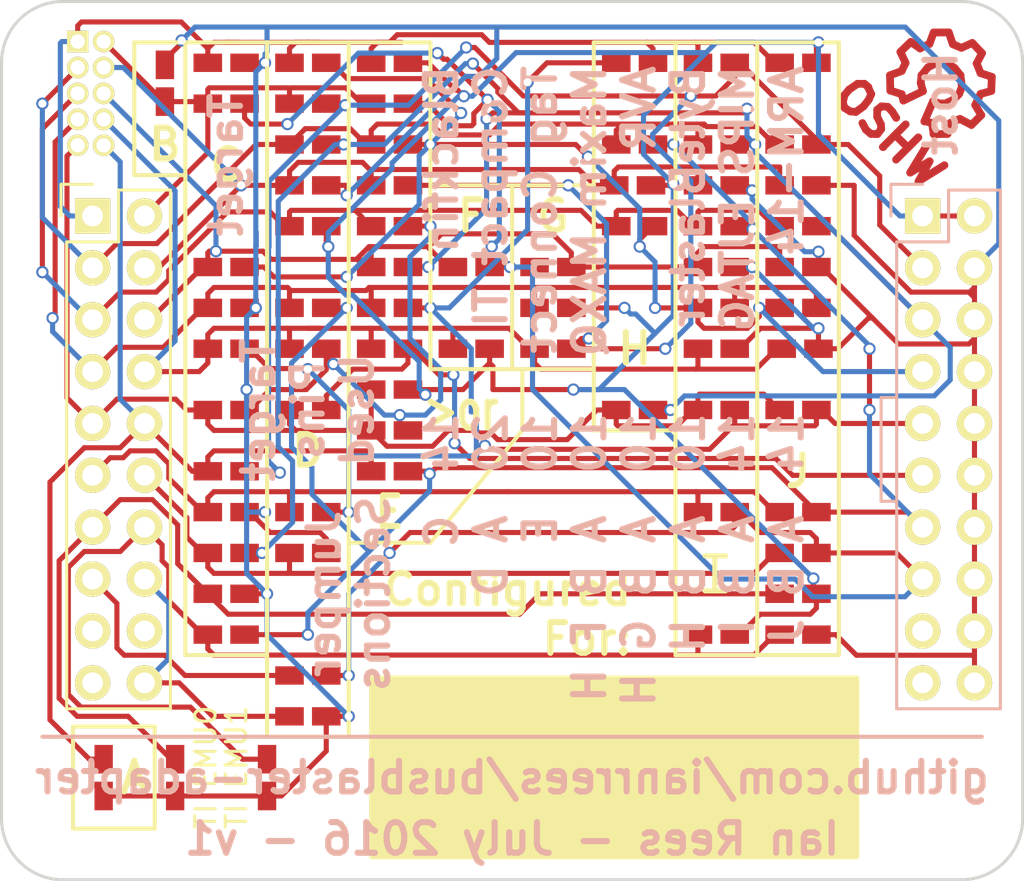
<source format=kicad_pcb>
(kicad_pcb (version 4) (host pcbnew 4.0.2-stable)

  (general
    (links 0)
    (no_connects 1)
    (area 97.924999 103.924999 148.075001 147.075001)
    (thickness 1.6)
    (drawings 58)
    (tracks 876)
    (zones 0)
    (modules 74)
    (nets 26)
  )

  (page A4)
  (layers
    (0 F.Cu signal)
    (31 B.Cu signal)
    (32 B.Adhes user)
    (33 F.Adhes user)
    (34 B.Paste user)
    (35 F.Paste user)
    (36 B.SilkS user)
    (37 F.SilkS user)
    (38 B.Mask user)
    (39 F.Mask user)
    (40 Dwgs.User user)
    (41 Cmts.User user)
    (42 Eco1.User user)
    (43 Eco2.User user)
    (44 Edge.Cuts user)
    (45 Margin user)
    (46 B.CrtYd user)
    (47 F.CrtYd user)
    (48 B.Fab user hide)
    (49 F.Fab user hide)
  )

  (setup
    (last_trace_width 0.25)
    (trace_clearance 0.2)
    (zone_clearance 0.508)
    (zone_45_only no)
    (trace_min 0.2)
    (segment_width 0.2)
    (edge_width 0.15)
    (via_size 0.6)
    (via_drill 0.4)
    (via_min_size 0.4)
    (via_min_drill 0.3)
    (uvia_size 0.3)
    (uvia_drill 0.1)
    (uvias_allowed no)
    (uvia_min_size 0.2)
    (uvia_min_drill 0.1)
    (pcb_text_width 0.3)
    (pcb_text_size 1.5 1.5)
    (mod_edge_width 0.15)
    (mod_text_size 1 1)
    (mod_text_width 0.15)
    (pad_size 1.524 1.524)
    (pad_drill 0.762)
    (pad_to_mask_clearance 0.2)
    (aux_axis_origin 0 0)
    (visible_elements FFFFFF7F)
    (pcbplotparams
      (layerselection 0x00030_80000001)
      (usegerberextensions false)
      (excludeedgelayer true)
      (linewidth 0.100000)
      (plotframeref false)
      (viasonmask false)
      (mode 1)
      (useauxorigin false)
      (hpglpennumber 1)
      (hpglpenspeed 20)
      (hpglpendiameter 15)
      (hpglpenoverlay 2)
      (psnegative false)
      (psa4output false)
      (plotreference true)
      (plotvalue true)
      (plotinvisibletext false)
      (padsonsilk false)
      (subtractmaskfromsilk false)
      (outputformat 1)
      (mirror false)
      (drillshape 1)
      (scaleselection 1)
      (outputdirectory ""))
  )

  (net 0 "")
  (net 1 GND)
  (net 2 "Net-(JP101-Pad2)")
  (net 3 "Net-(JP102-Pad2)")
  (net 4 /TSRST)
  (net 5 "Net-(JP103-Pad2)")
  (net 6 /VTREF)
  (net 7 "Net-(JP106-Pad2)")
  (net 8 /TCK)
  (net 9 /TDO)
  (net 10 "Net-(JP110-Pad2)")
  (net 11 /RTCK)
  (net 12 /TDI)
  (net 13 "Net-(JP117-Pad2)")
  (net 14 /TMS)
  (net 15 "Net-(JP123-Pad2)")
  (net 16 "Net-(JP128-Pad2)")
  (net 17 /TRST)
  (net 18 "Net-(JP133-Pad2)")
  (net 19 "Net-(JP139-Pad2)")
  (net 20 "Net-(JP142-Pad2)")
  (net 21 "Net-(JP147-Pad2)")
  (net 22 "Net-(JP153-Pad2)")
  (net 23 "Net-(JP160-Pad2)")
  (net 24 "Net-(JP162-Pad2)")
  (net 25 "Net-(JP168-Pad2)")

  (net_class Default "This is the default net class."
    (clearance 0.2)
    (trace_width 0.25)
    (via_dia 0.6)
    (via_drill 0.4)
    (uvia_dia 0.3)
    (uvia_drill 0.1)
    (add_net /RTCK)
    (add_net /TCK)
    (add_net /TDI)
    (add_net /TDO)
    (add_net /TMS)
    (add_net /TRST)
    (add_net /TSRST)
    (add_net /VTREF)
    (add_net GND)
    (add_net "Net-(JP101-Pad2)")
    (add_net "Net-(JP102-Pad2)")
    (add_net "Net-(JP103-Pad2)")
    (add_net "Net-(JP106-Pad2)")
    (add_net "Net-(JP110-Pad2)")
    (add_net "Net-(JP117-Pad2)")
    (add_net "Net-(JP123-Pad2)")
    (add_net "Net-(JP128-Pad2)")
    (add_net "Net-(JP133-Pad2)")
    (add_net "Net-(JP139-Pad2)")
    (add_net "Net-(JP142-Pad2)")
    (add_net "Net-(JP147-Pad2)")
    (add_net "Net-(JP153-Pad2)")
    (add_net "Net-(JP160-Pad2)")
    (add_net "Net-(JP162-Pad2)")
    (add_net "Net-(JP168-Pad2)")
  )

  (module Pin_Headers:Pin_Header_Straight_2x10 placed (layer F.Cu) (tedit 578CAF93) (tstamp 576C4A00)
    (at 143.1 114.5)
    (descr "Through hole pin header")
    (tags "pin header")
    (path /5767951C)
    (fp_text reference P101 (at 0 -5.1) (layer F.SilkS) hide
      (effects (font (size 1 1) (thickness 0.15)))
    )
    (fp_text value CONN_02X10 (at 0 -3.1) (layer F.Fab)
      (effects (font (size 1 1) (thickness 0.15)))
    )
    (fp_line (start -2.032 13.97) (end -1.27 13.97) (layer B.SilkS) (width 0.15))
    (fp_line (start -2.032 8.89) (end -2.032 13.97) (layer B.SilkS) (width 0.15))
    (fp_line (start -1.27 8.89) (end -2.032 8.89) (layer B.SilkS) (width 0.15))
    (fp_line (start -1.75 -1.75) (end -1.75 24.65) (layer F.CrtYd) (width 0.05))
    (fp_line (start 4.3 -1.75) (end 4.3 24.65) (layer F.CrtYd) (width 0.05))
    (fp_line (start -1.75 -1.75) (end 4.3 -1.75) (layer F.CrtYd) (width 0.05))
    (fp_line (start -1.75 24.65) (end 4.3 24.65) (layer F.CrtYd) (width 0.05))
    (fp_line (start 3.81 24.13) (end 3.81 -1.27) (layer B.SilkS) (width 0.15))
    (fp_line (start -1.27 1.27) (end -1.27 24.13) (layer B.SilkS) (width 0.15))
    (fp_line (start 3.81 24.13) (end -1.27 24.13) (layer B.SilkS) (width 0.15))
    (fp_line (start 3.81 -1.27) (end 1.27 -1.27) (layer B.SilkS) (width 0.15))
    (fp_line (start 0 -1.55) (end -1.55 -1.55) (layer B.SilkS) (width 0.15))
    (fp_line (start 1.27 -1.27) (end 1.27 1.27) (layer B.SilkS) (width 0.15))
    (fp_line (start 1.27 1.27) (end -1.27 1.27) (layer B.SilkS) (width 0.15))
    (fp_line (start -1.55 -1.55) (end -1.55 0) (layer B.SilkS) (width 0.15))
    (pad 1 thru_hole rect (at 0 0) (size 1.7272 1.7272) (drill 1.016) (layers *.Cu *.Mask F.SilkS)
      (net 6 /VTREF))
    (pad 2 thru_hole oval (at 2.54 0) (size 1.7272 1.7272) (drill 1.016) (layers *.Cu *.Mask F.SilkS)
      (net 6 /VTREF))
    (pad 3 thru_hole oval (at 0 2.54) (size 1.7272 1.7272) (drill 1.016) (layers *.Cu *.Mask F.SilkS)
      (net 17 /TRST))
    (pad 4 thru_hole oval (at 2.54 2.54) (size 1.7272 1.7272) (drill 1.016) (layers *.Cu *.Mask F.SilkS)
      (net 1 GND))
    (pad 5 thru_hole oval (at 0 5.08) (size 1.7272 1.7272) (drill 1.016) (layers *.Cu *.Mask F.SilkS)
      (net 12 /TDI))
    (pad 6 thru_hole oval (at 2.54 5.08) (size 1.7272 1.7272) (drill 1.016) (layers *.Cu *.Mask F.SilkS)
      (net 1 GND))
    (pad 7 thru_hole oval (at 0 7.62) (size 1.7272 1.7272) (drill 1.016) (layers *.Cu *.Mask F.SilkS)
      (net 14 /TMS))
    (pad 8 thru_hole oval (at 2.54 7.62) (size 1.7272 1.7272) (drill 1.016) (layers *.Cu *.Mask F.SilkS)
      (net 1 GND))
    (pad 9 thru_hole oval (at 0 10.16) (size 1.7272 1.7272) (drill 1.016) (layers *.Cu *.Mask F.SilkS)
      (net 8 /TCK))
    (pad 10 thru_hole oval (at 2.54 10.16) (size 1.7272 1.7272) (drill 1.016) (layers *.Cu *.Mask F.SilkS)
      (net 1 GND))
    (pad 11 thru_hole oval (at 0 12.7) (size 1.7272 1.7272) (drill 1.016) (layers *.Cu *.Mask F.SilkS)
      (net 11 /RTCK))
    (pad 12 thru_hole oval (at 2.54 12.7) (size 1.7272 1.7272) (drill 1.016) (layers *.Cu *.Mask F.SilkS)
      (net 1 GND))
    (pad 13 thru_hole oval (at 0 15.24) (size 1.7272 1.7272) (drill 1.016) (layers *.Cu *.Mask F.SilkS)
      (net 9 /TDO))
    (pad 14 thru_hole oval (at 2.54 15.24) (size 1.7272 1.7272) (drill 1.016) (layers *.Cu *.Mask F.SilkS)
      (net 1 GND))
    (pad 15 thru_hole oval (at 0 17.78) (size 1.7272 1.7272) (drill 1.016) (layers *.Cu *.Mask F.SilkS)
      (net 4 /TSRST))
    (pad 16 thru_hole oval (at 2.54 17.78) (size 1.7272 1.7272) (drill 1.016) (layers *.Cu *.Mask F.SilkS)
      (net 1 GND))
    (pad 17 thru_hole oval (at 0 20.32) (size 1.7272 1.7272) (drill 1.016) (layers *.Cu *.Mask F.SilkS))
    (pad 18 thru_hole oval (at 2.54 20.32) (size 1.7272 1.7272) (drill 1.016) (layers *.Cu *.Mask F.SilkS)
      (net 1 GND))
    (pad 19 thru_hole oval (at 0 22.86) (size 1.7272 1.7272) (drill 1.016) (layers *.Cu *.Mask F.SilkS))
    (pad 20 thru_hole oval (at 2.54 22.86) (size 1.7272 1.7272) (drill 1.016) (layers *.Cu *.Mask F.SilkS)
      (net 1 GND))
    (model Pin_Headers.3dshapes/Pin_Header_Straight_2x10.wrl
      (at (xyz 0.05 -0.45 0))
      (scale (xyz 1 1 1))
      (rotate (xyz 0 0 90))
    )
  )

  (module "solder jumper:0603_jumper" (layer F.Cu) (tedit 578C99EE) (tstamp 576F8171)
    (at 133 135 180)
    (descr "Resistor SMD 0603, hand soldering")
    (tags "resistor 0603")
    (path /5767B3D2)
    (attr smd)
    (fp_text reference JP166 (at 0 -1.9 180) (layer F.SilkS) hide
      (effects (font (size 1 1) (thickness 0.15)))
    )
    (fp_text value Jumper_NO_Small (at 0 1.9 180) (layer F.Fab)
      (effects (font (size 1 1) (thickness 0.15)))
    )
    (fp_line (start -2 -0.8) (end 2 -0.8) (layer F.CrtYd) (width 0.05))
    (fp_line (start -2 0.8) (end 2 0.8) (layer F.CrtYd) (width 0.05))
    (fp_line (start -2 -0.8) (end -2 0.8) (layer F.CrtYd) (width 0.05))
    (fp_line (start 2 -0.8) (end 2 0.8) (layer F.CrtYd) (width 0.05))
    (pad 1 smd rect (at -0.9 0 180) (size 1.4 0.9) (layers F.Cu F.Paste F.Mask)
      (net 6 /VTREF))
    (pad 2 smd rect (at 0.9 0 180) (size 1.4 0.9) (layers F.Cu F.Paste F.Mask)
      (net 3 "Net-(JP102-Pad2)"))
    (model Resistors_SMD.3dshapes/R_0603_HandSoldering.wrl
      (at (xyz 0 0 0))
      (scale (xyz 1 1 1))
      (rotate (xyz 0 0 0))
    )
  )

  (module Pin_Headers:Pin_Header_Straight_2x10 placed (layer F.Cu) (tedit 578C995E) (tstamp 576C4A18)
    (at 102.46 114.5)
    (descr "Through hole pin header")
    (tags "pin header")
    (path /576838D4)
    (fp_text reference P102 (at 0 -5.1) (layer F.SilkS) hide
      (effects (font (size 1 1) (thickness 0.15)))
    )
    (fp_text value CONN_02X10 (at 0 -3.1) (layer F.Fab)
      (effects (font (size 1 1) (thickness 0.15)))
    )
    (fp_line (start -1.75 -1.75) (end -1.75 24.65) (layer F.CrtYd) (width 0.05))
    (fp_line (start 4.3 -1.75) (end 4.3 24.65) (layer F.CrtYd) (width 0.05))
    (fp_line (start -1.75 -1.75) (end 4.3 -1.75) (layer F.CrtYd) (width 0.05))
    (fp_line (start -1.75 24.65) (end 4.3 24.65) (layer F.CrtYd) (width 0.05))
    (fp_line (start 3.81 24.13) (end 3.81 -1.27) (layer F.SilkS) (width 0.15))
    (fp_line (start -1.27 1.27) (end -1.27 24.13) (layer F.SilkS) (width 0.15))
    (fp_line (start 3.81 24.13) (end -1.27 24.13) (layer F.SilkS) (width 0.15))
    (fp_line (start 3.81 -1.27) (end 1.27 -1.27) (layer F.SilkS) (width 0.15))
    (fp_line (start 0 -1.55) (end -1.55 -1.55) (layer F.SilkS) (width 0.15))
    (fp_line (start 1.27 -1.27) (end 1.27 1.27) (layer F.SilkS) (width 0.15))
    (fp_line (start 1.27 1.27) (end -1.27 1.27) (layer F.SilkS) (width 0.15))
    (fp_line (start -1.55 -1.55) (end -1.55 0) (layer F.SilkS) (width 0.15))
    (pad 1 thru_hole rect (at 0 0) (size 1.7272 1.7272) (drill 1.016) (layers *.Cu *.Mask F.SilkS)
      (net 18 "Net-(JP133-Pad2)"))
    (pad 2 thru_hole oval (at 2.54 0) (size 1.7272 1.7272) (drill 1.016) (layers *.Cu *.Mask F.SilkS)
      (net 19 "Net-(JP139-Pad2)"))
    (pad 3 thru_hole oval (at 0 2.54) (size 1.7272 1.7272) (drill 1.016) (layers *.Cu *.Mask F.SilkS)
      (net 16 "Net-(JP128-Pad2)"))
    (pad 4 thru_hole oval (at 2.54 2.54) (size 1.7272 1.7272) (drill 1.016) (layers *.Cu *.Mask F.SilkS)
      (net 20 "Net-(JP142-Pad2)"))
    (pad 5 thru_hole oval (at 0 5.08) (size 1.7272 1.7272) (drill 1.016) (layers *.Cu *.Mask F.SilkS)
      (net 15 "Net-(JP123-Pad2)"))
    (pad 6 thru_hole oval (at 2.54 5.08) (size 1.7272 1.7272) (drill 1.016) (layers *.Cu *.Mask F.SilkS)
      (net 21 "Net-(JP147-Pad2)"))
    (pad 7 thru_hole oval (at 0 7.62) (size 1.7272 1.7272) (drill 1.016) (layers *.Cu *.Mask F.SilkS)
      (net 13 "Net-(JP117-Pad2)"))
    (pad 8 thru_hole oval (at 2.54 7.62) (size 1.7272 1.7272) (drill 1.016) (layers *.Cu *.Mask F.SilkS)
      (net 22 "Net-(JP153-Pad2)"))
    (pad 9 thru_hole oval (at 0 10.16) (size 1.7272 1.7272) (drill 1.016) (layers *.Cu *.Mask F.SilkS)
      (net 10 "Net-(JP110-Pad2)"))
    (pad 10 thru_hole oval (at 2.54 10.16) (size 1.7272 1.7272) (drill 1.016) (layers *.Cu *.Mask F.SilkS)
      (net 23 "Net-(JP160-Pad2)"))
    (pad 11 thru_hole oval (at 0 12.7) (size 1.7272 1.7272) (drill 1.016) (layers *.Cu *.Mask F.SilkS)
      (net 7 "Net-(JP106-Pad2)"))
    (pad 12 thru_hole oval (at 2.54 12.7) (size 1.7272 1.7272) (drill 1.016) (layers *.Cu *.Mask F.SilkS)
      (net 24 "Net-(JP162-Pad2)"))
    (pad 13 thru_hole oval (at 0 15.24) (size 1.7272 1.7272) (drill 1.016) (layers *.Cu *.Mask F.SilkS)
      (net 2 "Net-(JP101-Pad2)"))
    (pad 14 thru_hole oval (at 2.54 15.24) (size 1.7272 1.7272) (drill 1.016) (layers *.Cu *.Mask F.SilkS)
      (net 3 "Net-(JP102-Pad2)"))
    (pad 15 thru_hole oval (at 0 17.78) (size 1.7272 1.7272) (drill 1.016) (layers *.Cu *.Mask F.SilkS)
      (net 5 "Net-(JP103-Pad2)"))
    (pad 16 thru_hole oval (at 2.54 17.78) (size 1.7272 1.7272) (drill 1.016) (layers *.Cu *.Mask F.SilkS)
      (net 25 "Net-(JP168-Pad2)"))
    (pad 17 thru_hole oval (at 0 20.32) (size 1.7272 1.7272) (drill 1.016) (layers *.Cu *.Mask F.SilkS))
    (pad 18 thru_hole oval (at 2.54 20.32) (size 1.7272 1.7272) (drill 1.016) (layers *.Cu *.Mask F.SilkS))
    (pad 19 thru_hole oval (at 0 22.86) (size 1.7272 1.7272) (drill 1.016) (layers *.Cu *.Mask F.SilkS))
    (pad 20 thru_hole oval (at 2.54 22.86) (size 1.7272 1.7272) (drill 1.016) (layers *.Cu *.Mask F.SilkS)
      (net 25 "Net-(JP168-Pad2)"))
    (model Pin_Headers.3dshapes/Pin_Header_Straight_2x10.wrl
      (at (xyz 0.05 -0.45 0))
      (scale (xyz 1 1 1))
      (rotate (xyz 0 0 90))
    )
  )

  (module "solder jumper:0603_jumper" (layer F.Cu) (tedit 578CAEC0) (tstamp 576F8031)
    (at 111 142 90)
    (descr "Resistor SMD 0603, hand soldering")
    (tags "resistor 0603")
    (path /5768AD38)
    (attr smd)
    (fp_text reference JP102 (at -0.5 1.5 90) (layer F.SilkS) hide
      (effects (font (size 1 1) (thickness 0.15)))
    )
    (fp_text value Jumper_NO_Small (at 0 1.9 90) (layer F.Fab)
      (effects (font (size 1 1) (thickness 0.15)))
    )
    (fp_line (start -2 -0.8) (end 2 -0.8) (layer F.CrtYd) (width 0.05))
    (fp_line (start -2 0.8) (end 2 0.8) (layer F.CrtYd) (width 0.05))
    (fp_line (start -2 -0.8) (end -2 0.8) (layer F.CrtYd) (width 0.05))
    (fp_line (start 2 -0.8) (end 2 0.8) (layer F.CrtYd) (width 0.05))
    (pad 1 smd rect (at -0.9 0 90) (size 1.4 0.9) (layers F.Cu F.Paste F.Mask)
      (net 1 GND))
    (pad 2 smd rect (at 0.9 0 90) (size 1.4 0.9) (layers F.Cu F.Paste F.Mask)
      (net 3 "Net-(JP102-Pad2)"))
    (model Resistors_SMD.3dshapes/R_0603_HandSoldering.wrl
      (at (xyz 0 0 0))
      (scale (xyz 1 1 1))
      (rotate (xyz 0 0 0))
    )
  )

  (module "solder jumper:0603_jumper" (layer F.Cu) (tedit 578CABC7) (tstamp 576F8180)
    (at 106 108 90)
    (descr "Resistor SMD 0603, hand soldering")
    (tags "resistor 0603")
    (path /576834FC)
    (attr smd)
    (fp_text reference JP169 (at 4.5 -0.5 90) (layer F.SilkS) hide
      (effects (font (size 1 1) (thickness 0.15)))
    )
    (fp_text value Jumper_NO_Small (at 0 1.9 90) (layer F.Fab)
      (effects (font (size 1 1) (thickness 0.15)))
    )
    (fp_line (start -2 -0.8) (end 2 -0.8) (layer F.CrtYd) (width 0.05))
    (fp_line (start -2 0.8) (end 2 0.8) (layer F.CrtYd) (width 0.05))
    (fp_line (start -2 -0.8) (end -2 0.8) (layer F.CrtYd) (width 0.05))
    (fp_line (start 2 -0.8) (end 2 0.8) (layer F.CrtYd) (width 0.05))
    (pad 1 smd rect (at -0.9 0 90) (size 1.4 0.9) (layers F.Cu F.Paste F.Mask)
      (net 19 "Net-(JP139-Pad2)"))
    (pad 2 smd rect (at 0.9 0 90) (size 1.4 0.9) (layers F.Cu F.Paste F.Mask)
      (net 1 GND))
    (model Resistors_SMD.3dshapes/R_0603_HandSoldering.wrl
      (at (xyz 0 0 0))
      (scale (xyz 1 1 1))
      (rotate (xyz 0 0 0))
    )
  )

  (module "solder jumper:0603_jumper" (layer F.Cu) (tedit 578C997B) (tstamp 576F80D6)
    (at 117 107 180)
    (descr "Resistor SMD 0603, hand soldering")
    (tags "resistor 0603")
    (path /5769237E)
    (attr smd)
    (fp_text reference JP135 (at 0 -1.9 180) (layer F.SilkS) hide
      (effects (font (size 1 1) (thickness 0.15)))
    )
    (fp_text value Jumper_NO_Small (at 0 1.9 180) (layer F.Fab)
      (effects (font (size 1 1) (thickness 0.15)))
    )
    (fp_line (start -2 -0.8) (end 2 -0.8) (layer F.CrtYd) (width 0.05))
    (fp_line (start -2 0.8) (end 2 0.8) (layer F.CrtYd) (width 0.05))
    (fp_line (start -2 -0.8) (end -2 0.8) (layer F.CrtYd) (width 0.05))
    (fp_line (start 2 -0.8) (end 2 0.8) (layer F.CrtYd) (width 0.05))
    (pad 1 smd rect (at -0.9 0 180) (size 1.4 0.9) (layers F.Cu F.Paste F.Mask)
      (net 6 /VTREF))
    (pad 2 smd rect (at 0.9 0 180) (size 1.4 0.9) (layers F.Cu F.Paste F.Mask)
      (net 18 "Net-(JP133-Pad2)"))
    (model Resistors_SMD.3dshapes/R_0603_HandSoldering.wrl
      (at (xyz 0 0 0))
      (scale (xyz 1 1 1))
      (rotate (xyz 0 0 0))
    )
  )

  (module "solder jumper:0603_jumper" (layer F.Cu) (tedit 578C997E) (tstamp 576F80F4)
    (at 117 109 180)
    (descr "Resistor SMD 0603, hand soldering")
    (tags "resistor 0603")
    (path /5769415B)
    (attr smd)
    (fp_text reference JP141 (at 0 -1.9 180) (layer F.SilkS) hide
      (effects (font (size 1 1) (thickness 0.15)))
    )
    (fp_text value Jumper_NO_Small (at 0 1.9 180) (layer F.Fab)
      (effects (font (size 1 1) (thickness 0.15)))
    )
    (fp_line (start -2 -0.8) (end 2 -0.8) (layer F.CrtYd) (width 0.05))
    (fp_line (start -2 0.8) (end 2 0.8) (layer F.CrtYd) (width 0.05))
    (fp_line (start -2 -0.8) (end -2 0.8) (layer F.CrtYd) (width 0.05))
    (fp_line (start 2 -0.8) (end 2 0.8) (layer F.CrtYd) (width 0.05))
    (pad 1 smd rect (at -0.9 0 180) (size 1.4 0.9) (layers F.Cu F.Paste F.Mask)
      (net 4 /TSRST))
    (pad 2 smd rect (at 0.9 0 180) (size 1.4 0.9) (layers F.Cu F.Paste F.Mask)
      (net 19 "Net-(JP139-Pad2)"))
    (model Resistors_SMD.3dshapes/R_0603_HandSoldering.wrl
      (at (xyz 0 0 0))
      (scale (xyz 1 1 1))
      (rotate (xyz 0 0 0))
    )
  )

  (module "solder jumper:0603_jumper" (layer F.Cu) (tedit 578C998E) (tstamp 576F8112)
    (at 109 117 180)
    (descr "Resistor SMD 0603, hand soldering")
    (tags "resistor 0603")
    (path /5769CDA4)
    (attr smd)
    (fp_text reference JP147 (at 0 -1.9 180) (layer F.SilkS) hide
      (effects (font (size 1 1) (thickness 0.15)))
    )
    (fp_text value Jumper_NO_Small (at 0 1.9 180) (layer F.Fab)
      (effects (font (size 1 1) (thickness 0.15)))
    )
    (fp_line (start -2 -0.8) (end 2 -0.8) (layer F.CrtYd) (width 0.05))
    (fp_line (start -2 0.8) (end 2 0.8) (layer F.CrtYd) (width 0.05))
    (fp_line (start -2 -0.8) (end -2 0.8) (layer F.CrtYd) (width 0.05))
    (fp_line (start 2 -0.8) (end 2 0.8) (layer F.CrtYd) (width 0.05))
    (pad 1 smd rect (at -0.9 0 180) (size 1.4 0.9) (layers F.Cu F.Paste F.Mask)
      (net 14 /TMS))
    (pad 2 smd rect (at 0.9 0 180) (size 1.4 0.9) (layers F.Cu F.Paste F.Mask)
      (net 21 "Net-(JP147-Pad2)"))
    (model Resistors_SMD.3dshapes/R_0603_HandSoldering.wrl
      (at (xyz 0 0 0))
      (scale (xyz 1 1 1))
      (rotate (xyz 0 0 0))
    )
  )

  (module "solder jumper:0603_jumper" (layer F.Cu) (tedit 578C99F8) (tstamp 576F8054)
    (at 137 129 180)
    (descr "Resistor SMD 0603, hand soldering")
    (tags "resistor 0603")
    (path /5767AF17)
    (attr smd)
    (fp_text reference JP109 (at 0 -1.9 180) (layer F.SilkS) hide
      (effects (font (size 1 1) (thickness 0.15)))
    )
    (fp_text value Jumper_NO_Small (at 0 1.9 180) (layer F.Fab)
      (effects (font (size 1 1) (thickness 0.15)))
    )
    (fp_line (start -2 -0.8) (end 2 -0.8) (layer F.CrtYd) (width 0.05))
    (fp_line (start -2 0.8) (end 2 0.8) (layer F.CrtYd) (width 0.05))
    (fp_line (start -2 -0.8) (end -2 0.8) (layer F.CrtYd) (width 0.05))
    (fp_line (start 2 -0.8) (end 2 0.8) (layer F.CrtYd) (width 0.05))
    (pad 1 smd rect (at -0.9 0 180) (size 1.4 0.9) (layers F.Cu F.Paste F.Mask)
      (net 9 /TDO))
    (pad 2 smd rect (at 0.9 0 180) (size 1.4 0.9) (layers F.Cu F.Paste F.Mask)
      (net 7 "Net-(JP106-Pad2)"))
    (model Resistors_SMD.3dshapes/R_0603_HandSoldering.wrl
      (at (xyz 0 0 0))
      (scale (xyz 1 1 1))
      (rotate (xyz 0 0 0))
    )
  )

  (module "solder jumper:0603_jumper" (layer F.Cu) (tedit 578C9994) (tstamp 576F8081)
    (at 113 119 180)
    (descr "Resistor SMD 0603, hand soldering")
    (tags "resistor 0603")
    (path /57686490)
    (attr smd)
    (fp_text reference JP118 (at 0 -1.9 180) (layer F.SilkS) hide
      (effects (font (size 1 1) (thickness 0.15)))
    )
    (fp_text value Jumper_NO_Small (at 0 1.9 180) (layer F.Fab)
      (effects (font (size 1 1) (thickness 0.15)))
    )
    (fp_line (start -2 -0.8) (end 2 -0.8) (layer F.CrtYd) (width 0.05))
    (fp_line (start -2 0.8) (end 2 0.8) (layer F.CrtYd) (width 0.05))
    (fp_line (start -2 -0.8) (end -2 0.8) (layer F.CrtYd) (width 0.05))
    (fp_line (start 2 -0.8) (end 2 0.8) (layer F.CrtYd) (width 0.05))
    (pad 1 smd rect (at -0.9 0 180) (size 1.4 0.9) (layers F.Cu F.Paste F.Mask)
      (net 9 /TDO))
    (pad 2 smd rect (at 0.9 0 180) (size 1.4 0.9) (layers F.Cu F.Paste F.Mask)
      (net 13 "Net-(JP117-Pad2)"))
    (model Resistors_SMD.3dshapes/R_0603_HandSoldering.wrl
      (at (xyz 0 0 0))
      (scale (xyz 1 1 1))
      (rotate (xyz 0 0 0))
    )
  )

  (module "solder jumper:0603_jumper" (layer F.Cu) (tedit 578C99D2) (tstamp 576F815D)
    (at 109 131 180)
    (descr "Resistor SMD 0603, hand soldering")
    (tags "resistor 0603")
    (path /5769DF35)
    (attr smd)
    (fp_text reference JP162 (at 0 -1.9 180) (layer F.SilkS) hide
      (effects (font (size 1 1) (thickness 0.15)))
    )
    (fp_text value Jumper_NO_Small (at 0 1.9 180) (layer F.Fab)
      (effects (font (size 1 1) (thickness 0.15)))
    )
    (fp_line (start -2 -0.8) (end 2 -0.8) (layer F.CrtYd) (width 0.05))
    (fp_line (start -2 0.8) (end 2 0.8) (layer F.CrtYd) (width 0.05))
    (fp_line (start -2 -0.8) (end -2 0.8) (layer F.CrtYd) (width 0.05))
    (fp_line (start 2 -0.8) (end 2 0.8) (layer F.CrtYd) (width 0.05))
    (pad 1 smd rect (at -0.9 0 180) (size 1.4 0.9) (layers F.Cu F.Paste F.Mask)
      (net 12 /TDI))
    (pad 2 smd rect (at 0.9 0 180) (size 1.4 0.9) (layers F.Cu F.Paste F.Mask)
      (net 24 "Net-(JP162-Pad2)"))
    (model Resistors_SMD.3dshapes/R_0603_HandSoldering.wrl
      (at (xyz 0 0 0))
      (scale (xyz 1 1 1))
      (rotate (xyz 0 0 0))
    )
  )

  (module "solder jumper:0603_jumper" (layer F.Cu) (tedit 578C99CC) (tstamp 576F803B)
    (at 109 133 180)
    (descr "Resistor SMD 0603, hand soldering")
    (tags "resistor 0603")
    (path /57699069)
    (attr smd)
    (fp_text reference JP104 (at 0 -1.9 180) (layer F.SilkS) hide
      (effects (font (size 1 1) (thickness 0.15)))
    )
    (fp_text value Jumper_NO_Small (at 0 1.9 180) (layer F.Fab)
      (effects (font (size 1 1) (thickness 0.15)))
    )
    (fp_line (start -2 -0.8) (end 2 -0.8) (layer F.CrtYd) (width 0.05))
    (fp_line (start -2 0.8) (end 2 0.8) (layer F.CrtYd) (width 0.05))
    (fp_line (start -2 -0.8) (end -2 0.8) (layer F.CrtYd) (width 0.05))
    (fp_line (start 2 -0.8) (end 2 0.8) (layer F.CrtYd) (width 0.05))
    (pad 1 smd rect (at -0.9 0 180) (size 1.4 0.9) (layers F.Cu F.Paste F.Mask)
      (net 1 GND))
    (pad 2 smd rect (at 0.9 0 180) (size 1.4 0.9) (layers F.Cu F.Paste F.Mask)
      (net 2 "Net-(JP101-Pad2)"))
    (model Resistors_SMD.3dshapes/R_0603_HandSoldering.wrl
      (at (xyz 0 0 0))
      (scale (xyz 1 1 1))
      (rotate (xyz 0 0 0))
    )
  )

  (module "solder jumper:0603_jumper" (layer F.Cu) (tedit 578C99E6) (tstamp 576F8036)
    (at 113 137 180)
    (descr "Resistor SMD 0603, hand soldering")
    (tags "resistor 0603")
    (path /576849A6)
    (attr smd)
    (fp_text reference JP103 (at 0 -1.9 180) (layer F.SilkS) hide
      (effects (font (size 1 1) (thickness 0.15)))
    )
    (fp_text value Jumper_NO_Small (at 0 1.9 180) (layer F.Fab)
      (effects (font (size 1 1) (thickness 0.15)))
    )
    (fp_line (start -2 -0.8) (end 2 -0.8) (layer F.CrtYd) (width 0.05))
    (fp_line (start -2 0.8) (end 2 0.8) (layer F.CrtYd) (width 0.05))
    (fp_line (start -2 -0.8) (end -2 0.8) (layer F.CrtYd) (width 0.05))
    (fp_line (start 2 -0.8) (end 2 0.8) (layer F.CrtYd) (width 0.05))
    (pad 1 smd rect (at -0.9 0 180) (size 1.4 0.9) (layers F.Cu F.Paste F.Mask)
      (net 4 /TSRST))
    (pad 2 smd rect (at 0.9 0 180) (size 1.4 0.9) (layers F.Cu F.Paste F.Mask)
      (net 5 "Net-(JP103-Pad2)"))
    (model Resistors_SMD.3dshapes/R_0603_HandSoldering.wrl
      (at (xyz 0 0 0))
      (scale (xyz 1 1 1))
      (rotate (xyz 0 0 0))
    )
  )

  (module "solder jumper:0603_jumper" (layer F.Cu) (tedit 578CADF2) (tstamp 576F802C)
    (at 106.5 142 90)
    (descr "Resistor SMD 0603, hand soldering")
    (tags "resistor 0603")
    (path /57684E7F)
    (attr smd)
    (fp_text reference JP101 (at -0.5 1.5 90) (layer F.SilkS) hide
      (effects (font (size 1 1) (thickness 0.15)))
    )
    (fp_text value Jumper_NO_Small (at 0 1.9 90) (layer F.Fab)
      (effects (font (size 1 1) (thickness 0.15)))
    )
    (fp_line (start -2 -0.8) (end 2 -0.8) (layer F.CrtYd) (width 0.05))
    (fp_line (start -2 0.8) (end 2 0.8) (layer F.CrtYd) (width 0.05))
    (fp_line (start -2 -0.8) (end -2 0.8) (layer F.CrtYd) (width 0.05))
    (fp_line (start 2 -0.8) (end 2 0.8) (layer F.CrtYd) (width 0.05))
    (pad 1 smd rect (at -0.9 0 90) (size 1.4 0.9) (layers F.Cu F.Paste F.Mask)
      (net 1 GND))
    (pad 2 smd rect (at 0.9 0 90) (size 1.4 0.9) (layers F.Cu F.Paste F.Mask)
      (net 2 "Net-(JP101-Pad2)"))
    (model Resistors_SMD.3dshapes/R_0603_HandSoldering.wrl
      (at (xyz 0 0 0))
      (scale (xyz 1 1 1))
      (rotate (xyz 0 0 0))
    )
  )

  (module "solder jumper:0603_jumper" (layer F.Cu) (tedit 578C99F3) (tstamp 576F8040)
    (at 137 133 180)
    (descr "Resistor SMD 0603, hand soldering")
    (tags "resistor 0603")
    (path /5767B189)
    (attr smd)
    (fp_text reference JP105 (at 0 -1.9 180) (layer F.SilkS) hide
      (effects (font (size 1 1) (thickness 0.15)))
    )
    (fp_text value Jumper_NO_Small (at 0 1.9 180) (layer F.Fab)
      (effects (font (size 1 1) (thickness 0.15)))
    )
    (fp_line (start -2 -0.8) (end 2 -0.8) (layer F.CrtYd) (width 0.05))
    (fp_line (start -2 0.8) (end 2 0.8) (layer F.CrtYd) (width 0.05))
    (fp_line (start -2 -0.8) (end -2 0.8) (layer F.CrtYd) (width 0.05))
    (fp_line (start 2 -0.8) (end 2 0.8) (layer F.CrtYd) (width 0.05))
    (pad 1 smd rect (at -0.9 0 180) (size 1.4 0.9) (layers F.Cu F.Paste F.Mask)
      (net 6 /VTREF))
    (pad 2 smd rect (at 0.9 0 180) (size 1.4 0.9) (layers F.Cu F.Paste F.Mask)
      (net 2 "Net-(JP101-Pad2)"))
    (model Resistors_SMD.3dshapes/R_0603_HandSoldering.wrl
      (at (xyz 0 0 0))
      (scale (xyz 1 1 1))
      (rotate (xyz 0 0 0))
    )
  )

  (module "solder jumper:0603_jumper" (layer F.Cu) (tedit 578C99D5) (tstamp 576F8045)
    (at 109 129 180)
    (descr "Resistor SMD 0603, hand soldering")
    (tags "resistor 0603")
    (path /57698B2D)
    (attr smd)
    (fp_text reference JP106 (at 0 -1.9 180) (layer F.SilkS) hide
      (effects (font (size 1 1) (thickness 0.15)))
    )
    (fp_text value Jumper_NO_Small (at 0 1.9 180) (layer F.Fab)
      (effects (font (size 1 1) (thickness 0.15)))
    )
    (fp_line (start -2 -0.8) (end 2 -0.8) (layer F.CrtYd) (width 0.05))
    (fp_line (start -2 0.8) (end 2 0.8) (layer F.CrtYd) (width 0.05))
    (fp_line (start -2 -0.8) (end -2 0.8) (layer F.CrtYd) (width 0.05))
    (fp_line (start 2 -0.8) (end 2 0.8) (layer F.CrtYd) (width 0.05))
    (pad 1 smd rect (at -0.9 0 180) (size 1.4 0.9) (layers F.Cu F.Paste F.Mask)
      (net 1 GND))
    (pad 2 smd rect (at 0.9 0 180) (size 1.4 0.9) (layers F.Cu F.Paste F.Mask)
      (net 7 "Net-(JP106-Pad2)"))
    (model Resistors_SMD.3dshapes/R_0603_HandSoldering.wrl
      (at (xyz 0 0 0))
      (scale (xyz 1 1 1))
      (rotate (xyz 0 0 0))
    )
  )

  (module "solder jumper:0603_jumper" (layer F.Cu) (tedit 578C99CE) (tstamp 576F804A)
    (at 113 129 180)
    (descr "Resistor SMD 0603, hand soldering")
    (tags "resistor 0603")
    (path /57685441)
    (attr smd)
    (fp_text reference JP107 (at 0 -1.9 180) (layer F.SilkS) hide
      (effects (font (size 1 1) (thickness 0.15)))
    )
    (fp_text value Jumper_NO_Small (at 0 1.9 180) (layer F.Fab)
      (effects (font (size 1 1) (thickness 0.15)))
    )
    (fp_line (start -2 -0.8) (end 2 -0.8) (layer F.CrtYd) (width 0.05))
    (fp_line (start -2 0.8) (end 2 0.8) (layer F.CrtYd) (width 0.05))
    (fp_line (start -2 -0.8) (end -2 0.8) (layer F.CrtYd) (width 0.05))
    (fp_line (start 2 -0.8) (end 2 0.8) (layer F.CrtYd) (width 0.05))
    (pad 1 smd rect (at -0.9 0 180) (size 1.4 0.9) (layers F.Cu F.Paste F.Mask)
      (net 8 /TCK))
    (pad 2 smd rect (at 0.9 0 180) (size 1.4 0.9) (layers F.Cu F.Paste F.Mask)
      (net 7 "Net-(JP106-Pad2)"))
    (model Resistors_SMD.3dshapes/R_0603_HandSoldering.wrl
      (at (xyz 0 0 0))
      (scale (xyz 1 1 1))
      (rotate (xyz 0 0 0))
    )
  )

  (module "solder jumper:0603_jumper" (layer F.Cu) (tedit 578C9A00) (tstamp 576F804F)
    (at 133 129 180)
    (descr "Resistor SMD 0603, hand soldering")
    (tags "resistor 0603")
    (path /5767B081)
    (attr smd)
    (fp_text reference JP108 (at 0 -1.9 180) (layer F.SilkS) hide
      (effects (font (size 1 1) (thickness 0.15)))
    )
    (fp_text value Jumper_NO_Small (at 0 1.9 180) (layer F.Fab)
      (effects (font (size 1 1) (thickness 0.15)))
    )
    (fp_line (start -2 -0.8) (end 2 -0.8) (layer F.CrtYd) (width 0.05))
    (fp_line (start -2 0.8) (end 2 0.8) (layer F.CrtYd) (width 0.05))
    (fp_line (start -2 -0.8) (end -2 0.8) (layer F.CrtYd) (width 0.05))
    (fp_line (start 2 -0.8) (end 2 0.8) (layer F.CrtYd) (width 0.05))
    (pad 1 smd rect (at -0.9 0 180) (size 1.4 0.9) (layers F.Cu F.Paste F.Mask)
      (net 4 /TSRST))
    (pad 2 smd rect (at 0.9 0 180) (size 1.4 0.9) (layers F.Cu F.Paste F.Mask)
      (net 7 "Net-(JP106-Pad2)"))
    (model Resistors_SMD.3dshapes/R_0603_HandSoldering.wrl
      (at (xyz 0 0 0))
      (scale (xyz 1 1 1))
      (rotate (xyz 0 0 0))
    )
  )

  (module "solder jumper:0603_jumper" (layer F.Cu) (tedit 578C99C3) (tstamp 576F8059)
    (at 109 124 180)
    (descr "Resistor SMD 0603, hand soldering")
    (tags "resistor 0603")
    (path /576984B3)
    (attr smd)
    (fp_text reference JP110 (at 0 -1.9 180) (layer F.SilkS) hide
      (effects (font (size 1 1) (thickness 0.15)))
    )
    (fp_text value Jumper_NO_Small (at 0 1.9 180) (layer F.Fab)
      (effects (font (size 1 1) (thickness 0.15)))
    )
    (fp_line (start -2 -0.8) (end 2 -0.8) (layer F.CrtYd) (width 0.05))
    (fp_line (start -2 0.8) (end 2 0.8) (layer F.CrtYd) (width 0.05))
    (fp_line (start -2 -0.8) (end -2 0.8) (layer F.CrtYd) (width 0.05))
    (fp_line (start 2 -0.8) (end 2 0.8) (layer F.CrtYd) (width 0.05))
    (pad 1 smd rect (at -0.9 0 180) (size 1.4 0.9) (layers F.Cu F.Paste F.Mask)
      (net 1 GND))
    (pad 2 smd rect (at 0.9 0 180) (size 1.4 0.9) (layers F.Cu F.Paste F.Mask)
      (net 10 "Net-(JP110-Pad2)"))
    (model Resistors_SMD.3dshapes/R_0603_HandSoldering.wrl
      (at (xyz 0 0 0))
      (scale (xyz 1 1 1))
      (rotate (xyz 0 0 0))
    )
  )

  (module "solder jumper:0603_jumper" (layer F.Cu) (tedit 578C99BB) (tstamp 576F805E)
    (at 113 124 180)
    (descr "Resistor SMD 0603, hand soldering")
    (tags "resistor 0603")
    (path /57685B1F)
    (attr smd)
    (fp_text reference JP111 (at 0 -1.9 180) (layer F.SilkS) hide
      (effects (font (size 1 1) (thickness 0.15)))
    )
    (fp_text value Jumper_NO_Small (at 0 1.9 180) (layer F.Fab)
      (effects (font (size 1 1) (thickness 0.15)))
    )
    (fp_line (start -2 -0.8) (end 2 -0.8) (layer F.CrtYd) (width 0.05))
    (fp_line (start -2 0.8) (end 2 0.8) (layer F.CrtYd) (width 0.05))
    (fp_line (start -2 -0.8) (end -2 0.8) (layer F.CrtYd) (width 0.05))
    (fp_line (start 2 -0.8) (end 2 0.8) (layer F.CrtYd) (width 0.05))
    (pad 1 smd rect (at -0.9 0 180) (size 1.4 0.9) (layers F.Cu F.Paste F.Mask)
      (net 11 /RTCK))
    (pad 2 smd rect (at 0.9 0 180) (size 1.4 0.9) (layers F.Cu F.Paste F.Mask)
      (net 10 "Net-(JP110-Pad2)"))
    (model Resistors_SMD.3dshapes/R_0603_HandSoldering.wrl
      (at (xyz 0 0 0))
      (scale (xyz 1 1 1))
      (rotate (xyz 0 0 0))
    )
  )

  (module "solder jumper:0603_jumper" (layer F.Cu) (tedit 578C99BE) (tstamp 576F8063)
    (at 117 123 180)
    (descr "Resistor SMD 0603, hand soldering")
    (tags "resistor 0603")
    (path /576932F8)
    (attr smd)
    (fp_text reference JP112 (at 0 -1.9 180) (layer F.SilkS) hide
      (effects (font (size 1 1) (thickness 0.15)))
    )
    (fp_text value Jumper_NO_Small (at 0 1.9 180) (layer F.Fab)
      (effects (font (size 1 1) (thickness 0.15)))
    )
    (fp_line (start -2 -0.8) (end 2 -0.8) (layer F.CrtYd) (width 0.05))
    (fp_line (start -2 0.8) (end 2 0.8) (layer F.CrtYd) (width 0.05))
    (fp_line (start -2 -0.8) (end -2 0.8) (layer F.CrtYd) (width 0.05))
    (fp_line (start 2 -0.8) (end 2 0.8) (layer F.CrtYd) (width 0.05))
    (pad 1 smd rect (at -0.9 0 180) (size 1.4 0.9) (layers F.Cu F.Paste F.Mask)
      (net 6 /VTREF))
    (pad 2 smd rect (at 0.9 0 180) (size 1.4 0.9) (layers F.Cu F.Paste F.Mask)
      (net 10 "Net-(JP110-Pad2)"))
    (model Resistors_SMD.3dshapes/R_0603_HandSoldering.wrl
      (at (xyz 0 0 0))
      (scale (xyz 1 1 1))
      (rotate (xyz 0 0 0))
    )
  )

  (module "solder jumper:0603_jumper" (layer F.Cu) (tedit 578C99C0) (tstamp 576F8068)
    (at 117 125 180)
    (descr "Resistor SMD 0603, hand soldering")
    (tags "resistor 0603")
    (path /57692FA8)
    (attr smd)
    (fp_text reference JP113 (at 0 -1.9 180) (layer F.SilkS) hide
      (effects (font (size 1 1) (thickness 0.15)))
    )
    (fp_text value Jumper_NO_Small (at 0 1.9 180) (layer F.Fab)
      (effects (font (size 1 1) (thickness 0.15)))
    )
    (fp_line (start -2 -0.8) (end 2 -0.8) (layer F.CrtYd) (width 0.05))
    (fp_line (start -2 0.8) (end 2 0.8) (layer F.CrtYd) (width 0.05))
    (fp_line (start -2 -0.8) (end -2 0.8) (layer F.CrtYd) (width 0.05))
    (fp_line (start 2 -0.8) (end 2 0.8) (layer F.CrtYd) (width 0.05))
    (pad 1 smd rect (at -0.9 0 180) (size 1.4 0.9) (layers F.Cu F.Paste F.Mask)
      (net 1 GND))
    (pad 2 smd rect (at 0.9 0 180) (size 1.4 0.9) (layers F.Cu F.Paste F.Mask)
      (net 10 "Net-(JP110-Pad2)"))
    (model Resistors_SMD.3dshapes/R_0603_HandSoldering.wrl
      (at (xyz 0 0 0))
      (scale (xyz 1 1 1))
      (rotate (xyz 0 0 0))
    )
  )

  (module "solder jumper:0603_jumper" (layer F.Cu) (tedit 578C99FB) (tstamp 576F806D)
    (at 129 124 180)
    (descr "Resistor SMD 0603, hand soldering")
    (tags "resistor 0603")
    (path /5767CDEF)
    (attr smd)
    (fp_text reference JP114 (at 0 -1.9 180) (layer F.SilkS) hide
      (effects (font (size 1 1) (thickness 0.15)))
    )
    (fp_text value Jumper_NO_Small (at 0 1.9 180) (layer F.Fab)
      (effects (font (size 1 1) (thickness 0.15)))
    )
    (fp_line (start -2 -0.8) (end 2 -0.8) (layer F.CrtYd) (width 0.05))
    (fp_line (start -2 0.8) (end 2 0.8) (layer F.CrtYd) (width 0.05))
    (fp_line (start -2 -0.8) (end -2 0.8) (layer F.CrtYd) (width 0.05))
    (fp_line (start 2 -0.8) (end 2 0.8) (layer F.CrtYd) (width 0.05))
    (pad 1 smd rect (at -0.9 0 180) (size 1.4 0.9) (layers F.Cu F.Paste F.Mask)
      (net 12 /TDI))
    (pad 2 smd rect (at 0.9 0 180) (size 1.4 0.9) (layers F.Cu F.Paste F.Mask)
      (net 10 "Net-(JP110-Pad2)"))
    (model Resistors_SMD.3dshapes/R_0603_HandSoldering.wrl
      (at (xyz 0 0 0))
      (scale (xyz 1 1 1))
      (rotate (xyz 0 0 0))
    )
  )

  (module "solder jumper:0603_jumper" (layer F.Cu) (tedit 578C99FD) (tstamp 576F8072)
    (at 133 124 180)
    (descr "Resistor SMD 0603, hand soldering")
    (tags "resistor 0603")
    (path /5767C805)
    (attr smd)
    (fp_text reference JP115 (at 0 -1.9 180) (layer F.SilkS) hide
      (effects (font (size 1 1) (thickness 0.15)))
    )
    (fp_text value Jumper_NO_Small (at 0 1.9 180) (layer F.Fab)
      (effects (font (size 1 1) (thickness 0.15)))
    )
    (fp_line (start -2 -0.8) (end 2 -0.8) (layer F.CrtYd) (width 0.05))
    (fp_line (start -2 0.8) (end 2 0.8) (layer F.CrtYd) (width 0.05))
    (fp_line (start -2 -0.8) (end -2 0.8) (layer F.CrtYd) (width 0.05))
    (fp_line (start 2 -0.8) (end 2 0.8) (layer F.CrtYd) (width 0.05))
    (pad 1 smd rect (at -0.9 0 180) (size 1.4 0.9) (layers F.Cu F.Paste F.Mask)
      (net 8 /TCK))
    (pad 2 smd rect (at 0.9 0 180) (size 1.4 0.9) (layers F.Cu F.Paste F.Mask)
      (net 10 "Net-(JP110-Pad2)"))
    (model Resistors_SMD.3dshapes/R_0603_HandSoldering.wrl
      (at (xyz 0 0 0))
      (scale (xyz 1 1 1))
      (rotate (xyz 0 0 0))
    )
  )

  (module "solder jumper:0603_jumper" (layer F.Cu) (tedit 578C9A03) (tstamp 576F8077)
    (at 137 124 180)
    (descr "Resistor SMD 0603, hand soldering")
    (tags "resistor 0603")
    (path /5767C530)
    (attr smd)
    (fp_text reference JP116 (at 0 -1.9 180) (layer F.SilkS) hide
      (effects (font (size 1 1) (thickness 0.15)))
    )
    (fp_text value Jumper_NO_Small (at 0 1.9 180) (layer F.Fab)
      (effects (font (size 1 1) (thickness 0.15)))
    )
    (fp_line (start -2 -0.8) (end 2 -0.8) (layer F.CrtYd) (width 0.05))
    (fp_line (start -2 0.8) (end 2 0.8) (layer F.CrtYd) (width 0.05))
    (fp_line (start -2 -0.8) (end -2 0.8) (layer F.CrtYd) (width 0.05))
    (fp_line (start 2 -0.8) (end 2 0.8) (layer F.CrtYd) (width 0.05))
    (pad 1 smd rect (at -0.9 0 180) (size 1.4 0.9) (layers F.Cu F.Paste F.Mask)
      (net 8 /TCK))
    (pad 2 smd rect (at 0.9 0 180) (size 1.4 0.9) (layers F.Cu F.Paste F.Mask)
      (net 10 "Net-(JP110-Pad2)"))
    (model Resistors_SMD.3dshapes/R_0603_HandSoldering.wrl
      (at (xyz 0 0 0))
      (scale (xyz 1 1 1))
      (rotate (xyz 0 0 0))
    )
  )

  (module "solder jumper:0603_jumper" (layer F.Cu) (tedit 578C9991) (tstamp 576F807C)
    (at 109 119 180)
    (descr "Resistor SMD 0603, hand soldering")
    (tags "resistor 0603")
    (path /57697DAE)
    (attr smd)
    (fp_text reference JP117 (at 0 -1.9 180) (layer F.SilkS) hide
      (effects (font (size 1 1) (thickness 0.15)))
    )
    (fp_text value Jumper_NO_Small (at 0 1.9 180) (layer F.Fab)
      (effects (font (size 1 1) (thickness 0.15)))
    )
    (fp_line (start -2 -0.8) (end 2 -0.8) (layer F.CrtYd) (width 0.05))
    (fp_line (start -2 0.8) (end 2 0.8) (layer F.CrtYd) (width 0.05))
    (fp_line (start -2 -0.8) (end -2 0.8) (layer F.CrtYd) (width 0.05))
    (fp_line (start 2 -0.8) (end 2 0.8) (layer F.CrtYd) (width 0.05))
    (pad 1 smd rect (at -0.9 0 180) (size 1.4 0.9) (layers F.Cu F.Paste F.Mask)
      (net 1 GND))
    (pad 2 smd rect (at 0.9 0 180) (size 1.4 0.9) (layers F.Cu F.Paste F.Mask)
      (net 13 "Net-(JP117-Pad2)"))
    (model Resistors_SMD.3dshapes/R_0603_HandSoldering.wrl
      (at (xyz 0 0 0))
      (scale (xyz 1 1 1))
      (rotate (xyz 0 0 0))
    )
  )

  (module "solder jumper:0603_jumper" (layer F.Cu) (tedit 578C999A) (tstamp 576F8086)
    (at 117 119 180)
    (descr "Resistor SMD 0603, hand soldering")
    (tags "resistor 0603")
    (path /57692C8C)
    (attr smd)
    (fp_text reference JP119 (at 0 -1.9 180) (layer F.SilkS) hide
      (effects (font (size 1 1) (thickness 0.15)))
    )
    (fp_text value Jumper_NO_Small (at 0 1.9 180) (layer F.Fab)
      (effects (font (size 1 1) (thickness 0.15)))
    )
    (fp_line (start -2 -0.8) (end 2 -0.8) (layer F.CrtYd) (width 0.05))
    (fp_line (start -2 0.8) (end 2 0.8) (layer F.CrtYd) (width 0.05))
    (fp_line (start -2 -0.8) (end -2 0.8) (layer F.CrtYd) (width 0.05))
    (fp_line (start 2 -0.8) (end 2 0.8) (layer F.CrtYd) (width 0.05))
    (pad 1 smd rect (at -0.9 0 180) (size 1.4 0.9) (layers F.Cu F.Paste F.Mask)
      (net 8 /TCK))
    (pad 2 smd rect (at 0.9 0 180) (size 1.4 0.9) (layers F.Cu F.Paste F.Mask)
      (net 13 "Net-(JP117-Pad2)"))
    (model Resistors_SMD.3dshapes/R_0603_HandSoldering.wrl
      (at (xyz 0 0 0))
      (scale (xyz 1 1 1))
      (rotate (xyz 0 0 0))
    )
  )

  (module "solder jumper:0603_jumper" (layer F.Cu) (tedit 578C99A5) (tstamp 576F808B)
    (at 125 119 180)
    (descr "Resistor SMD 0603, hand soldering")
    (tags "resistor 0603")
    (path /576A1F83)
    (attr smd)
    (fp_text reference JP120 (at 0 -1.9 180) (layer F.SilkS) hide
      (effects (font (size 1 1) (thickness 0.15)))
    )
    (fp_text value Jumper_NO_Small (at 0 1.9 180) (layer F.Fab)
      (effects (font (size 1 1) (thickness 0.15)))
    )
    (fp_line (start -2 -0.8) (end 2 -0.8) (layer F.CrtYd) (width 0.05))
    (fp_line (start -2 0.8) (end 2 0.8) (layer F.CrtYd) (width 0.05))
    (fp_line (start -2 -0.8) (end -2 0.8) (layer F.CrtYd) (width 0.05))
    (fp_line (start 2 -0.8) (end 2 0.8) (layer F.CrtYd) (width 0.05))
    (pad 1 smd rect (at -0.9 0 180) (size 1.4 0.9) (layers F.Cu F.Paste F.Mask)
      (net 6 /VTREF))
    (pad 2 smd rect (at 0.9 0 180) (size 1.4 0.9) (layers F.Cu F.Paste F.Mask)
      (net 13 "Net-(JP117-Pad2)"))
    (model Resistors_SMD.3dshapes/R_0603_HandSoldering.wrl
      (at (xyz 0 0 0))
      (scale (xyz 1 1 1))
      (rotate (xyz 0 0 0))
    )
  )

  (module "solder jumper:0603_jumper" (layer F.Cu) (tedit 578C9A26) (tstamp 576F8090)
    (at 133 119)
    (descr "Resistor SMD 0603, hand soldering")
    (tags "resistor 0603")
    (path /5767C7B7)
    (attr smd)
    (fp_text reference JP121 (at 0 -1.9) (layer F.SilkS) hide
      (effects (font (size 1 1) (thickness 0.15)))
    )
    (fp_text value Jumper_NO_Small (at 0 1.9) (layer F.Fab)
      (effects (font (size 1 1) (thickness 0.15)))
    )
    (fp_line (start -2 -0.8) (end 2 -0.8) (layer F.CrtYd) (width 0.05))
    (fp_line (start -2 0.8) (end 2 0.8) (layer F.CrtYd) (width 0.05))
    (fp_line (start -2 -0.8) (end -2 0.8) (layer F.CrtYd) (width 0.05))
    (fp_line (start 2 -0.8) (end 2 0.8) (layer F.CrtYd) (width 0.05))
    (pad 1 smd rect (at -0.9 0) (size 1.4 0.9) (layers F.Cu F.Paste F.Mask)
      (net 14 /TMS))
    (pad 2 smd rect (at 0.9 0) (size 1.4 0.9) (layers F.Cu F.Paste F.Mask)
      (net 13 "Net-(JP117-Pad2)"))
    (model Resistors_SMD.3dshapes/R_0603_HandSoldering.wrl
      (at (xyz 0 0 0))
      (scale (xyz 1 1 1))
      (rotate (xyz 0 0 0))
    )
  )

  (module "solder jumper:0603_jumper" (layer F.Cu) (tedit 578C9A38) (tstamp 576F8095)
    (at 137 119)
    (descr "Resistor SMD 0603, hand soldering")
    (tags "resistor 0603")
    (path /5767C35F)
    (attr smd)
    (fp_text reference JP122 (at 0 -1.9) (layer F.SilkS) hide
      (effects (font (size 1 1) (thickness 0.15)))
    )
    (fp_text value Jumper_NO_Small (at 0 1.9) (layer F.Fab)
      (effects (font (size 1 1) (thickness 0.15)))
    )
    (fp_line (start -2 -0.8) (end 2 -0.8) (layer F.CrtYd) (width 0.05))
    (fp_line (start -2 0.8) (end 2 0.8) (layer F.CrtYd) (width 0.05))
    (fp_line (start -2 -0.8) (end -2 0.8) (layer F.CrtYd) (width 0.05))
    (fp_line (start 2 -0.8) (end 2 0.8) (layer F.CrtYd) (width 0.05))
    (pad 1 smd rect (at -0.9 0) (size 1.4 0.9) (layers F.Cu F.Paste F.Mask)
      (net 14 /TMS))
    (pad 2 smd rect (at 0.9 0) (size 1.4 0.9) (layers F.Cu F.Paste F.Mask)
      (net 13 "Net-(JP117-Pad2)"))
    (model Resistors_SMD.3dshapes/R_0603_HandSoldering.wrl
      (at (xyz 0 0 0))
      (scale (xyz 1 1 1))
      (rotate (xyz 0 0 0))
    )
  )

  (module "solder jumper:0603_jumper" (layer F.Cu) (tedit 578C9987) (tstamp 576F809A)
    (at 113 115 180)
    (descr "Resistor SMD 0603, hand soldering")
    (tags "resistor 0603")
    (path /57686CBD)
    (attr smd)
    (fp_text reference JP123 (at 0 -1.9 180) (layer F.SilkS) hide
      (effects (font (size 1 1) (thickness 0.15)))
    )
    (fp_text value Jumper_NO_Small (at 0 1.9 180) (layer F.Fab)
      (effects (font (size 1 1) (thickness 0.15)))
    )
    (fp_line (start -2 -0.8) (end 2 -0.8) (layer F.CrtYd) (width 0.05))
    (fp_line (start -2 0.8) (end 2 0.8) (layer F.CrtYd) (width 0.05))
    (fp_line (start -2 -0.8) (end -2 0.8) (layer F.CrtYd) (width 0.05))
    (fp_line (start 2 -0.8) (end 2 0.8) (layer F.CrtYd) (width 0.05))
    (pad 1 smd rect (at -0.9 0 180) (size 1.4 0.9) (layers F.Cu F.Paste F.Mask)
      (net 6 /VTREF))
    (pad 2 smd rect (at 0.9 0 180) (size 1.4 0.9) (layers F.Cu F.Paste F.Mask)
      (net 15 "Net-(JP123-Pad2)"))
    (model Resistors_SMD.3dshapes/R_0603_HandSoldering.wrl
      (at (xyz 0 0 0))
      (scale (xyz 1 1 1))
      (rotate (xyz 0 0 0))
    )
  )

  (module "solder jumper:0603_jumper" (layer F.Cu) (tedit 578C998A) (tstamp 576F809F)
    (at 117 115 180)
    (descr "Resistor SMD 0603, hand soldering")
    (tags "resistor 0603")
    (path /5769297D)
    (attr smd)
    (fp_text reference JP124 (at 0 -1.9 180) (layer F.SilkS) hide
      (effects (font (size 1 1) (thickness 0.15)))
    )
    (fp_text value Jumper_NO_Small (at 0 1.9 180) (layer F.Fab)
      (effects (font (size 1 1) (thickness 0.15)))
    )
    (fp_line (start -2 -0.8) (end 2 -0.8) (layer F.CrtYd) (width 0.05))
    (fp_line (start -2 0.8) (end 2 0.8) (layer F.CrtYd) (width 0.05))
    (fp_line (start -2 -0.8) (end -2 0.8) (layer F.CrtYd) (width 0.05))
    (fp_line (start 2 -0.8) (end 2 0.8) (layer F.CrtYd) (width 0.05))
    (pad 1 smd rect (at -0.9 0 180) (size 1.4 0.9) (layers F.Cu F.Paste F.Mask)
      (net 1 GND))
    (pad 2 smd rect (at 0.9 0 180) (size 1.4 0.9) (layers F.Cu F.Paste F.Mask)
      (net 15 "Net-(JP123-Pad2)"))
    (model Resistors_SMD.3dshapes/R_0603_HandSoldering.wrl
      (at (xyz 0 0 0))
      (scale (xyz 1 1 1))
      (rotate (xyz 0 0 0))
    )
  )

  (module "solder jumper:0603_jumper" (layer F.Cu) (tedit 578C9A19) (tstamp 576F80A4)
    (at 129 115 180)
    (descr "Resistor SMD 0603, hand soldering")
    (tags "resistor 0603")
    (path /5767C0BB)
    (attr smd)
    (fp_text reference JP125 (at 0 -1.9 180) (layer F.SilkS) hide
      (effects (font (size 1 1) (thickness 0.15)))
    )
    (fp_text value Jumper_NO_Small (at 0 1.9 180) (layer F.Fab)
      (effects (font (size 1 1) (thickness 0.15)))
    )
    (fp_line (start -2 -0.8) (end 2 -0.8) (layer F.CrtYd) (width 0.05))
    (fp_line (start -2 0.8) (end 2 0.8) (layer F.CrtYd) (width 0.05))
    (fp_line (start -2 -0.8) (end -2 0.8) (layer F.CrtYd) (width 0.05))
    (fp_line (start 2 -0.8) (end 2 0.8) (layer F.CrtYd) (width 0.05))
    (pad 1 smd rect (at -0.9 0 180) (size 1.4 0.9) (layers F.Cu F.Paste F.Mask)
      (net 14 /TMS))
    (pad 2 smd rect (at 0.9 0 180) (size 1.4 0.9) (layers F.Cu F.Paste F.Mask)
      (net 15 "Net-(JP123-Pad2)"))
    (model Resistors_SMD.3dshapes/R_0603_HandSoldering.wrl
      (at (xyz 0 0 0))
      (scale (xyz 1 1 1))
      (rotate (xyz 0 0 0))
    )
  )

  (module "solder jumper:0603_jumper" (layer F.Cu) (tedit 578C9A28) (tstamp 576F80A9)
    (at 133 115 180)
    (descr "Resistor SMD 0603, hand soldering")
    (tags "resistor 0603")
    (path /5767AE10)
    (attr smd)
    (fp_text reference JP126 (at 0 -1.9 180) (layer F.SilkS) hide
      (effects (font (size 1 1) (thickness 0.15)))
    )
    (fp_text value Jumper_NO_Small (at 0 1.9 180) (layer F.Fab)
      (effects (font (size 1 1) (thickness 0.15)))
    )
    (fp_line (start -2 -0.8) (end 2 -0.8) (layer F.CrtYd) (width 0.05))
    (fp_line (start -2 0.8) (end 2 0.8) (layer F.CrtYd) (width 0.05))
    (fp_line (start -2 -0.8) (end -2 0.8) (layer F.CrtYd) (width 0.05))
    (fp_line (start 2 -0.8) (end 2 0.8) (layer F.CrtYd) (width 0.05))
    (pad 1 smd rect (at -0.9 0 180) (size 1.4 0.9) (layers F.Cu F.Paste F.Mask)
      (net 9 /TDO))
    (pad 2 smd rect (at 0.9 0 180) (size 1.4 0.9) (layers F.Cu F.Paste F.Mask)
      (net 15 "Net-(JP123-Pad2)"))
    (model Resistors_SMD.3dshapes/R_0603_HandSoldering.wrl
      (at (xyz 0 0 0))
      (scale (xyz 1 1 1))
      (rotate (xyz 0 0 0))
    )
  )

  (module "solder jumper:0603_jumper" (layer F.Cu) (tedit 578C9A3A) (tstamp 576F80AE)
    (at 137 115 180)
    (descr "Resistor SMD 0603, hand soldering")
    (tags "resistor 0603")
    (path /5767ACCE)
    (attr smd)
    (fp_text reference JP127 (at 0 -1.9 180) (layer F.SilkS) hide
      (effects (font (size 1 1) (thickness 0.15)))
    )
    (fp_text value Jumper_NO_Small (at 0 1.9 180) (layer F.Fab)
      (effects (font (size 1 1) (thickness 0.15)))
    )
    (fp_line (start -2 -0.8) (end 2 -0.8) (layer F.CrtYd) (width 0.05))
    (fp_line (start -2 0.8) (end 2 0.8) (layer F.CrtYd) (width 0.05))
    (fp_line (start -2 -0.8) (end -2 0.8) (layer F.CrtYd) (width 0.05))
    (fp_line (start 2 -0.8) (end 2 0.8) (layer F.CrtYd) (width 0.05))
    (pad 1 smd rect (at -0.9 0 180) (size 1.4 0.9) (layers F.Cu F.Paste F.Mask)
      (net 12 /TDI))
    (pad 2 smd rect (at 0.9 0 180) (size 1.4 0.9) (layers F.Cu F.Paste F.Mask)
      (net 15 "Net-(JP123-Pad2)"))
    (model Resistors_SMD.3dshapes/R_0603_HandSoldering.wrl
      (at (xyz 0 0 0))
      (scale (xyz 1 1 1))
      (rotate (xyz 0 0 0))
    )
  )

  (module "solder jumper:0603_jumper" (layer F.Cu) (tedit 578C9975) (tstamp 576F80B3)
    (at 113 111 180)
    (descr "Resistor SMD 0603, hand soldering")
    (tags "resistor 0603")
    (path /57687878)
    (attr smd)
    (fp_text reference JP128 (at 0 -1.9 180) (layer F.SilkS) hide
      (effects (font (size 1 1) (thickness 0.15)))
    )
    (fp_text value Jumper_NO_Small (at 0 1.9 180) (layer F.Fab)
      (effects (font (size 1 1) (thickness 0.15)))
    )
    (fp_line (start -2 -0.8) (end 2 -0.8) (layer F.CrtYd) (width 0.05))
    (fp_line (start -2 0.8) (end 2 0.8) (layer F.CrtYd) (width 0.05))
    (fp_line (start -2 -0.8) (end -2 0.8) (layer F.CrtYd) (width 0.05))
    (fp_line (start 2 -0.8) (end 2 0.8) (layer F.CrtYd) (width 0.05))
    (pad 1 smd rect (at -0.9 0 180) (size 1.4 0.9) (layers F.Cu F.Paste F.Mask)
      (net 12 /TDI))
    (pad 2 smd rect (at 0.9 0 180) (size 1.4 0.9) (layers F.Cu F.Paste F.Mask)
      (net 16 "Net-(JP128-Pad2)"))
    (model Resistors_SMD.3dshapes/R_0603_HandSoldering.wrl
      (at (xyz 0 0 0))
      (scale (xyz 1 1 1))
      (rotate (xyz 0 0 0))
    )
  )

  (module "solder jumper:0603_jumper" (layer F.Cu) (tedit 578C9981) (tstamp 576F80B8)
    (at 117 111 180)
    (descr "Resistor SMD 0603, hand soldering")
    (tags "resistor 0603")
    (path /57692679)
    (attr smd)
    (fp_text reference JP129 (at 0 -1.9 180) (layer F.SilkS) hide
      (effects (font (size 1 1) (thickness 0.15)))
    )
    (fp_text value Jumper_NO_Small (at 0 1.9 180) (layer F.Fab)
      (effects (font (size 1 1) (thickness 0.15)))
    )
    (fp_line (start -2 -0.8) (end 2 -0.8) (layer F.CrtYd) (width 0.05))
    (fp_line (start -2 0.8) (end 2 0.8) (layer F.CrtYd) (width 0.05))
    (fp_line (start -2 -0.8) (end -2 0.8) (layer F.CrtYd) (width 0.05))
    (fp_line (start 2 -0.8) (end 2 0.8) (layer F.CrtYd) (width 0.05))
    (pad 1 smd rect (at -0.9 0 180) (size 1.4 0.9) (layers F.Cu F.Paste F.Mask)
      (net 14 /TMS))
    (pad 2 smd rect (at 0.9 0 180) (size 1.4 0.9) (layers F.Cu F.Paste F.Mask)
      (net 16 "Net-(JP128-Pad2)"))
    (model Resistors_SMD.3dshapes/R_0603_HandSoldering.wrl
      (at (xyz 0 0 0))
      (scale (xyz 1 1 1))
      (rotate (xyz 0 0 0))
    )
  )

  (module "solder jumper:0603_jumper" (layer F.Cu) (tedit 578C9A16) (tstamp 576F80BD)
    (at 129 111 180)
    (descr "Resistor SMD 0603, hand soldering")
    (tags "resistor 0603")
    (path /5767BCD8)
    (attr smd)
    (fp_text reference JP130 (at 0 -1.9 180) (layer F.SilkS) hide
      (effects (font (size 1 1) (thickness 0.15)))
    )
    (fp_text value Jumper_NO_Small (at 0 1.9 180) (layer F.Fab)
      (effects (font (size 1 1) (thickness 0.15)))
    )
    (fp_line (start -2 -0.8) (end 2 -0.8) (layer F.CrtYd) (width 0.05))
    (fp_line (start -2 0.8) (end 2 0.8) (layer F.CrtYd) (width 0.05))
    (fp_line (start -2 -0.8) (end -2 0.8) (layer F.CrtYd) (width 0.05))
    (fp_line (start 2 -0.8) (end 2 0.8) (layer F.CrtYd) (width 0.05))
    (pad 1 smd rect (at -0.9 0 180) (size 1.4 0.9) (layers F.Cu F.Paste F.Mask)
      (net 9 /TDO))
    (pad 2 smd rect (at 0.9 0 180) (size 1.4 0.9) (layers F.Cu F.Paste F.Mask)
      (net 16 "Net-(JP128-Pad2)"))
    (model Resistors_SMD.3dshapes/R_0603_HandSoldering.wrl
      (at (xyz 0 0 0))
      (scale (xyz 1 1 1))
      (rotate (xyz 0 0 0))
    )
  )

  (module "solder jumper:0603_jumper" (layer F.Cu) (tedit 578C9A2E) (tstamp 576F80C2)
    (at 133 111 180)
    (descr "Resistor SMD 0603, hand soldering")
    (tags "resistor 0603")
    (path /5767AB70)
    (attr smd)
    (fp_text reference JP131 (at 0 -1.9 180) (layer F.SilkS) hide
      (effects (font (size 1 1) (thickness 0.15)))
    )
    (fp_text value Jumper_NO_Small (at 0 1.9 180) (layer F.Fab)
      (effects (font (size 1 1) (thickness 0.15)))
    )
    (fp_line (start -2 -0.8) (end 2 -0.8) (layer F.CrtYd) (width 0.05))
    (fp_line (start -2 0.8) (end 2 0.8) (layer F.CrtYd) (width 0.05))
    (fp_line (start -2 -0.8) (end -2 0.8) (layer F.CrtYd) (width 0.05))
    (fp_line (start 2 -0.8) (end 2 0.8) (layer F.CrtYd) (width 0.05))
    (pad 1 smd rect (at -0.9 0 180) (size 1.4 0.9) (layers F.Cu F.Paste F.Mask)
      (net 12 /TDI))
    (pad 2 smd rect (at 0.9 0 180) (size 1.4 0.9) (layers F.Cu F.Paste F.Mask)
      (net 16 "Net-(JP128-Pad2)"))
    (model Resistors_SMD.3dshapes/R_0603_HandSoldering.wrl
      (at (xyz 0 0 0))
      (scale (xyz 1 1 1))
      (rotate (xyz 0 0 0))
    )
  )

  (module "solder jumper:0603_jumper" (layer F.Cu) (tedit 578C9A31) (tstamp 576F80C7)
    (at 137 111 180)
    (descr "Resistor SMD 0603, hand soldering")
    (tags "resistor 0603")
    (path /5767AADA)
    (attr smd)
    (fp_text reference JP132 (at 0 -1.9 180) (layer F.SilkS) hide
      (effects (font (size 1 1) (thickness 0.15)))
    )
    (fp_text value Jumper_NO_Small (at 0 1.9 180) (layer F.Fab)
      (effects (font (size 1 1) (thickness 0.15)))
    )
    (fp_line (start -2 -0.8) (end 2 -0.8) (layer F.CrtYd) (width 0.05))
    (fp_line (start -2 0.8) (end 2 0.8) (layer F.CrtYd) (width 0.05))
    (fp_line (start -2 -0.8) (end -2 0.8) (layer F.CrtYd) (width 0.05))
    (fp_line (start 2 -0.8) (end 2 0.8) (layer F.CrtYd) (width 0.05))
    (pad 1 smd rect (at -0.9 0 180) (size 1.4 0.9) (layers F.Cu F.Paste F.Mask)
      (net 17 /TRST))
    (pad 2 smd rect (at 0.9 0 180) (size 1.4 0.9) (layers F.Cu F.Paste F.Mask)
      (net 16 "Net-(JP128-Pad2)"))
    (model Resistors_SMD.3dshapes/R_0603_HandSoldering.wrl
      (at (xyz 0 0 0))
      (scale (xyz 1 1 1))
      (rotate (xyz 0 0 0))
    )
  )

  (module "solder jumper:0603_jumper" (layer F.Cu) (tedit 578C9965) (tstamp 576F80CC)
    (at 109 107 180)
    (descr "Resistor SMD 0603, hand soldering")
    (tags "resistor 0603")
    (path /57697200)
    (attr smd)
    (fp_text reference JP133 (at 0 -1.9 180) (layer F.SilkS) hide
      (effects (font (size 1 1) (thickness 0.15)))
    )
    (fp_text value Jumper_NO_Small (at 0 1.9 180) (layer F.Fab)
      (effects (font (size 1 1) (thickness 0.15)))
    )
    (fp_line (start -2 -0.8) (end 2 -0.8) (layer F.CrtYd) (width 0.05))
    (fp_line (start -2 0.8) (end 2 0.8) (layer F.CrtYd) (width 0.05))
    (fp_line (start -2 -0.8) (end -2 0.8) (layer F.CrtYd) (width 0.05))
    (fp_line (start 2 -0.8) (end 2 0.8) (layer F.CrtYd) (width 0.05))
    (pad 1 smd rect (at -0.9 0 180) (size 1.4 0.9) (layers F.Cu F.Paste F.Mask)
      (net 1 GND))
    (pad 2 smd rect (at 0.9 0 180) (size 1.4 0.9) (layers F.Cu F.Paste F.Mask)
      (net 18 "Net-(JP133-Pad2)"))
    (model Resistors_SMD.3dshapes/R_0603_HandSoldering.wrl
      (at (xyz 0 0 0))
      (scale (xyz 1 1 1))
      (rotate (xyz 0 0 0))
    )
  )

  (module "solder jumper:0603_jumper" (layer F.Cu) (tedit 578C9970) (tstamp 576F80D1)
    (at 113 107 180)
    (descr "Resistor SMD 0603, hand soldering")
    (tags "resistor 0603")
    (path /57687FD6)
    (attr smd)
    (fp_text reference JP134 (at 0 -1.9 180) (layer F.SilkS) hide
      (effects (font (size 1 1) (thickness 0.15)))
    )
    (fp_text value Jumper_NO_Small (at 0 1.9 180) (layer F.Fab)
      (effects (font (size 1 1) (thickness 0.15)))
    )
    (fp_line (start -2 -0.8) (end 2 -0.8) (layer F.CrtYd) (width 0.05))
    (fp_line (start -2 0.8) (end 2 0.8) (layer F.CrtYd) (width 0.05))
    (fp_line (start -2 -0.8) (end -2 0.8) (layer F.CrtYd) (width 0.05))
    (fp_line (start 2 -0.8) (end 2 0.8) (layer F.CrtYd) (width 0.05))
    (pad 1 smd rect (at -0.9 0 180) (size 1.4 0.9) (layers F.Cu F.Paste F.Mask)
      (net 14 /TMS))
    (pad 2 smd rect (at 0.9 0 180) (size 1.4 0.9) (layers F.Cu F.Paste F.Mask)
      (net 18 "Net-(JP133-Pad2)"))
    (model Resistors_SMD.3dshapes/R_0603_HandSoldering.wrl
      (at (xyz 0 0 0))
      (scale (xyz 1 1 1))
      (rotate (xyz 0 0 0))
    )
  )

  (module "solder jumper:0603_jumper" (layer F.Cu) (tedit 578C9A0A) (tstamp 576F80DB)
    (at 129 107)
    (descr "Resistor SMD 0603, hand soldering")
    (tags "resistor 0603")
    (path /5767B854)
    (attr smd)
    (fp_text reference JP136 (at 0 -1.9) (layer F.SilkS) hide
      (effects (font (size 1 1) (thickness 0.15)))
    )
    (fp_text value Jumper_NO_Small (at 0 1.9) (layer F.Fab)
      (effects (font (size 1 1) (thickness 0.15)))
    )
    (fp_line (start -2 -0.8) (end 2 -0.8) (layer F.CrtYd) (width 0.05))
    (fp_line (start -2 0.8) (end 2 0.8) (layer F.CrtYd) (width 0.05))
    (fp_line (start -2 -0.8) (end -2 0.8) (layer F.CrtYd) (width 0.05))
    (fp_line (start 2 -0.8) (end 2 0.8) (layer F.CrtYd) (width 0.05))
    (pad 1 smd rect (at -0.9 0) (size 1.4 0.9) (layers F.Cu F.Paste F.Mask)
      (net 8 /TCK))
    (pad 2 smd rect (at 0.9 0) (size 1.4 0.9) (layers F.Cu F.Paste F.Mask)
      (net 18 "Net-(JP133-Pad2)"))
    (model Resistors_SMD.3dshapes/R_0603_HandSoldering.wrl
      (at (xyz 0 0 0))
      (scale (xyz 1 1 1))
      (rotate (xyz 0 0 0))
    )
  )

  (module "solder jumper:0603_jumper" (layer F.Cu) (tedit 578C9A0C) (tstamp 576F80E0)
    (at 133 107 180)
    (descr "Resistor SMD 0603, hand soldering")
    (tags "resistor 0603")
    (path /5767A953)
    (attr smd)
    (fp_text reference JP137 (at 0 -1.9 180) (layer F.SilkS) hide
      (effects (font (size 1 1) (thickness 0.15)))
    )
    (fp_text value Jumper_NO_Small (at 0 1.9 180) (layer F.Fab)
      (effects (font (size 1 1) (thickness 0.15)))
    )
    (fp_line (start -2 -0.8) (end 2 -0.8) (layer F.CrtYd) (width 0.05))
    (fp_line (start -2 0.8) (end 2 0.8) (layer F.CrtYd) (width 0.05))
    (fp_line (start -2 -0.8) (end -2 0.8) (layer F.CrtYd) (width 0.05))
    (fp_line (start 2 -0.8) (end 2 0.8) (layer F.CrtYd) (width 0.05))
    (pad 1 smd rect (at -0.9 0 180) (size 1.4 0.9) (layers F.Cu F.Paste F.Mask)
      (net 17 /TRST))
    (pad 2 smd rect (at 0.9 0 180) (size 1.4 0.9) (layers F.Cu F.Paste F.Mask)
      (net 18 "Net-(JP133-Pad2)"))
    (model Resistors_SMD.3dshapes/R_0603_HandSoldering.wrl
      (at (xyz 0 0 0))
      (scale (xyz 1 1 1))
      (rotate (xyz 0 0 0))
    )
  )

  (module "solder jumper:0603_jumper" (layer F.Cu) (tedit 578C9A0F) (tstamp 576F80E5)
    (at 137 107 180)
    (descr "Resistor SMD 0603, hand soldering")
    (tags "resistor 0603")
    (path /5767A7DD)
    (attr smd)
    (fp_text reference JP138 (at 0 -1.9 180) (layer F.SilkS) hide
      (effects (font (size 1 1) (thickness 0.15)))
    )
    (fp_text value Jumper_NO_Small (at 0 1.9 180) (layer F.Fab)
      (effects (font (size 1 1) (thickness 0.15)))
    )
    (fp_line (start -2 -0.8) (end 2 -0.8) (layer F.CrtYd) (width 0.05))
    (fp_line (start -2 0.8) (end 2 0.8) (layer F.CrtYd) (width 0.05))
    (fp_line (start -2 -0.8) (end -2 0.8) (layer F.CrtYd) (width 0.05))
    (fp_line (start 2 -0.8) (end 2 0.8) (layer F.CrtYd) (width 0.05))
    (pad 1 smd rect (at -0.9 0 180) (size 1.4 0.9) (layers F.Cu F.Paste F.Mask)
      (net 6 /VTREF))
    (pad 2 smd rect (at 0.9 0 180) (size 1.4 0.9) (layers F.Cu F.Paste F.Mask)
      (net 18 "Net-(JP133-Pad2)"))
    (model Resistors_SMD.3dshapes/R_0603_HandSoldering.wrl
      (at (xyz 0 0 0))
      (scale (xyz 1 1 1))
      (rotate (xyz 0 0 0))
    )
  )

  (module "solder jumper:0603_jumper" (layer F.Cu) (tedit 578C9968) (tstamp 576F80EA)
    (at 109 109 180)
    (descr "Resistor SMD 0603, hand soldering")
    (tags "resistor 0603")
    (path /5769BFD0)
    (attr smd)
    (fp_text reference JP139 (at 0 -1.9 180) (layer F.SilkS) hide
      (effects (font (size 1 1) (thickness 0.15)))
    )
    (fp_text value Jumper_NO_Small (at 0 1.9 180) (layer F.Fab)
      (effects (font (size 1 1) (thickness 0.15)))
    )
    (fp_line (start -2 -0.8) (end 2 -0.8) (layer F.CrtYd) (width 0.05))
    (fp_line (start -2 0.8) (end 2 0.8) (layer F.CrtYd) (width 0.05))
    (fp_line (start -2 -0.8) (end -2 0.8) (layer F.CrtYd) (width 0.05))
    (fp_line (start 2 -0.8) (end 2 0.8) (layer F.CrtYd) (width 0.05))
    (pad 1 smd rect (at -0.9 0 180) (size 1.4 0.9) (layers F.Cu F.Paste F.Mask)
      (net 4 /TSRST))
    (pad 2 smd rect (at 0.9 0 180) (size 1.4 0.9) (layers F.Cu F.Paste F.Mask)
      (net 19 "Net-(JP139-Pad2)"))
    (model Resistors_SMD.3dshapes/R_0603_HandSoldering.wrl
      (at (xyz 0 0 0))
      (scale (xyz 1 1 1))
      (rotate (xyz 0 0 0))
    )
  )

  (module "solder jumper:0603_jumper" (layer F.Cu) (tedit 578C9973) (tstamp 576F80EF)
    (at 113 109 180)
    (descr "Resistor SMD 0603, hand soldering")
    (tags "resistor 0603")
    (path /576887F2)
    (attr smd)
    (fp_text reference JP140 (at 0 -1.9 180) (layer F.SilkS) hide
      (effects (font (size 1 1) (thickness 0.15)))
    )
    (fp_text value Jumper_NO_Small (at 0 1.9 180) (layer F.Fab)
      (effects (font (size 1 1) (thickness 0.15)))
    )
    (fp_line (start -2 -0.8) (end 2 -0.8) (layer F.CrtYd) (width 0.05))
    (fp_line (start -2 0.8) (end 2 0.8) (layer F.CrtYd) (width 0.05))
    (fp_line (start -2 -0.8) (end -2 0.8) (layer F.CrtYd) (width 0.05))
    (fp_line (start 2 -0.8) (end 2 0.8) (layer F.CrtYd) (width 0.05))
    (pad 1 smd rect (at -0.9 0 180) (size 1.4 0.9) (layers F.Cu F.Paste F.Mask)
      (net 17 /TRST))
    (pad 2 smd rect (at 0.9 0 180) (size 1.4 0.9) (layers F.Cu F.Paste F.Mask)
      (net 19 "Net-(JP139-Pad2)"))
    (model Resistors_SMD.3dshapes/R_0603_HandSoldering.wrl
      (at (xyz 0 0 0))
      (scale (xyz 1 1 1))
      (rotate (xyz 0 0 0))
    )
  )

  (module "solder jumper:0603_jumper" (layer F.Cu) (tedit 578C9978) (tstamp 576F80F9)
    (at 113 113 180)
    (descr "Resistor SMD 0603, hand soldering")
    (tags "resistor 0603")
    (path /576898D8)
    (attr smd)
    (fp_text reference JP142 (at 0 -1.9 180) (layer F.SilkS) hide
      (effects (font (size 1 1) (thickness 0.15)))
    )
    (fp_text value Jumper_NO_Small (at 0 1.9 180) (layer F.Fab)
      (effects (font (size 1 1) (thickness 0.15)))
    )
    (fp_line (start -2 -0.8) (end 2 -0.8) (layer F.CrtYd) (width 0.05))
    (fp_line (start -2 0.8) (end 2 0.8) (layer F.CrtYd) (width 0.05))
    (fp_line (start -2 -0.8) (end -2 0.8) (layer F.CrtYd) (width 0.05))
    (fp_line (start 2 -0.8) (end 2 0.8) (layer F.CrtYd) (width 0.05))
    (pad 1 smd rect (at -0.9 0 180) (size 1.4 0.9) (layers F.Cu F.Paste F.Mask)
      (net 1 GND))
    (pad 2 smd rect (at 0.9 0 180) (size 1.4 0.9) (layers F.Cu F.Paste F.Mask)
      (net 20 "Net-(JP142-Pad2)"))
    (model Resistors_SMD.3dshapes/R_0603_HandSoldering.wrl
      (at (xyz 0 0 0))
      (scale (xyz 1 1 1))
      (rotate (xyz 0 0 0))
    )
  )

  (module "solder jumper:0603_jumper" (layer F.Cu) (tedit 578C9984) (tstamp 576F80FE)
    (at 117 113 180)
    (descr "Resistor SMD 0603, hand soldering")
    (tags "resistor 0603")
    (path /57694BBD)
    (attr smd)
    (fp_text reference JP143 (at 0 -1.9 180) (layer F.SilkS) hide
      (effects (font (size 1 1) (thickness 0.15)))
    )
    (fp_text value Jumper_NO_Small (at 0 1.9 180) (layer F.Fab)
      (effects (font (size 1 1) (thickness 0.15)))
    )
    (fp_line (start -2 -0.8) (end 2 -0.8) (layer F.CrtYd) (width 0.05))
    (fp_line (start -2 0.8) (end 2 0.8) (layer F.CrtYd) (width 0.05))
    (fp_line (start -2 -0.8) (end -2 0.8) (layer F.CrtYd) (width 0.05))
    (fp_line (start 2 -0.8) (end 2 0.8) (layer F.CrtYd) (width 0.05))
    (pad 1 smd rect (at -0.9 0 180) (size 1.4 0.9) (layers F.Cu F.Paste F.Mask)
      (net 17 /TRST))
    (pad 2 smd rect (at 0.9 0 180) (size 1.4 0.9) (layers F.Cu F.Paste F.Mask)
      (net 20 "Net-(JP142-Pad2)"))
    (model Resistors_SMD.3dshapes/R_0603_HandSoldering.wrl
      (at (xyz 0 0 0))
      (scale (xyz 1 1 1))
      (rotate (xyz 0 0 0))
    )
  )

  (module "solder jumper:0603_jumper" (layer F.Cu) (tedit 578C9A1C) (tstamp 576F8103)
    (at 128.9 113 180)
    (descr "Resistor SMD 0603, hand soldering")
    (tags "resistor 0603")
    (path /5767DF44)
    (attr smd)
    (fp_text reference JP144 (at 0 -1.9 180) (layer F.SilkS) hide
      (effects (font (size 1 1) (thickness 0.15)))
    )
    (fp_text value Jumper_NO_Small (at 0 1.9 180) (layer F.Fab)
      (effects (font (size 1 1) (thickness 0.15)))
    )
    (fp_line (start -2 -0.8) (end 2 -0.8) (layer F.CrtYd) (width 0.05))
    (fp_line (start -2 0.8) (end 2 0.8) (layer F.CrtYd) (width 0.05))
    (fp_line (start -2 -0.8) (end -2 0.8) (layer F.CrtYd) (width 0.05))
    (fp_line (start 2 -0.8) (end 2 0.8) (layer F.CrtYd) (width 0.05))
    (pad 1 smd rect (at -0.9 0 180) (size 1.4 0.9) (layers F.Cu F.Paste F.Mask)
      (net 6 /VTREF))
    (pad 2 smd rect (at 0.9 0 180) (size 1.4 0.9) (layers F.Cu F.Paste F.Mask)
      (net 20 "Net-(JP142-Pad2)"))
    (model Resistors_SMD.3dshapes/R_0603_HandSoldering.wrl
      (at (xyz 0 0 0))
      (scale (xyz 1 1 1))
      (rotate (xyz 0 0 0))
    )
  )

  (module "solder jumper:0603_jumper" (layer F.Cu) (tedit 578C9A2B) (tstamp 576F8108)
    (at 133 113 180)
    (descr "Resistor SMD 0603, hand soldering")
    (tags "resistor 0603")
    (path /5767DE02)
    (attr smd)
    (fp_text reference JP145 (at 0 -1.9 180) (layer F.SilkS) hide
      (effects (font (size 1 1) (thickness 0.15)))
    )
    (fp_text value Jumper_NO_Small (at 0 1.9 180) (layer F.Fab)
      (effects (font (size 1 1) (thickness 0.15)))
    )
    (fp_line (start -2 -0.8) (end 2 -0.8) (layer F.CrtYd) (width 0.05))
    (fp_line (start -2 0.8) (end 2 0.8) (layer F.CrtYd) (width 0.05))
    (fp_line (start -2 -0.8) (end -2 0.8) (layer F.CrtYd) (width 0.05))
    (fp_line (start 2 -0.8) (end 2 0.8) (layer F.CrtYd) (width 0.05))
    (pad 1 smd rect (at -0.9 0 180) (size 1.4 0.9) (layers F.Cu F.Paste F.Mask)
      (net 1 GND))
    (pad 2 smd rect (at 0.9 0 180) (size 1.4 0.9) (layers F.Cu F.Paste F.Mask)
      (net 20 "Net-(JP142-Pad2)"))
    (model Resistors_SMD.3dshapes/R_0603_HandSoldering.wrl
      (at (xyz 0 0 0))
      (scale (xyz 1 1 1))
      (rotate (xyz 0 0 0))
    )
  )

  (module "solder jumper:0603_jumper" (layer F.Cu) (tedit 578C9A34) (tstamp 576F810D)
    (at 137 113 180)
    (descr "Resistor SMD 0603, hand soldering")
    (tags "resistor 0603")
    (path /5767DDFC)
    (attr smd)
    (fp_text reference JP146 (at 0 -1.9 180) (layer F.SilkS) hide
      (effects (font (size 1 1) (thickness 0.15)))
    )
    (fp_text value Jumper_NO_Small (at 0 1.9 180) (layer F.Fab)
      (effects (font (size 1 1) (thickness 0.15)))
    )
    (fp_line (start -2 -0.8) (end 2 -0.8) (layer F.CrtYd) (width 0.05))
    (fp_line (start -2 0.8) (end 2 0.8) (layer F.CrtYd) (width 0.05))
    (fp_line (start -2 -0.8) (end -2 0.8) (layer F.CrtYd) (width 0.05))
    (fp_line (start 2 -0.8) (end 2 0.8) (layer F.CrtYd) (width 0.05))
    (pad 1 smd rect (at -0.9 0 180) (size 1.4 0.9) (layers F.Cu F.Paste F.Mask)
      (net 1 GND))
    (pad 2 smd rect (at 0.9 0 180) (size 1.4 0.9) (layers F.Cu F.Paste F.Mask)
      (net 20 "Net-(JP142-Pad2)"))
    (model Resistors_SMD.3dshapes/R_0603_HandSoldering.wrl
      (at (xyz 0 0 0))
      (scale (xyz 1 1 1))
      (rotate (xyz 0 0 0))
    )
  )

  (module "solder jumper:0603_jumper" (layer F.Cu) (tedit 578C9997) (tstamp 576F8117)
    (at 117 117 180)
    (descr "Resistor SMD 0603, hand soldering")
    (tags "resistor 0603")
    (path /5769514C)
    (attr smd)
    (fp_text reference JP148 (at 0 -1.9 180) (layer F.SilkS) hide
      (effects (font (size 1 1) (thickness 0.15)))
    )
    (fp_text value Jumper_NO_Small (at 0 1.9 180) (layer F.Fab)
      (effects (font (size 1 1) (thickness 0.15)))
    )
    (fp_line (start -2 -0.8) (end 2 -0.8) (layer F.CrtYd) (width 0.05))
    (fp_line (start -2 0.8) (end 2 0.8) (layer F.CrtYd) (width 0.05))
    (fp_line (start -2 -0.8) (end -2 0.8) (layer F.CrtYd) (width 0.05))
    (fp_line (start 2 -0.8) (end 2 0.8) (layer F.CrtYd) (width 0.05))
    (pad 1 smd rect (at -0.9 0 180) (size 1.4 0.9) (layers F.Cu F.Paste F.Mask)
      (net 12 /TDI))
    (pad 2 smd rect (at 0.9 0 180) (size 1.4 0.9) (layers F.Cu F.Paste F.Mask)
      (net 21 "Net-(JP147-Pad2)"))
    (model Resistors_SMD.3dshapes/R_0603_HandSoldering.wrl
      (at (xyz 0 0 0))
      (scale (xyz 1 1 1))
      (rotate (xyz 0 0 0))
    )
  )

  (module "solder jumper:0603_jumper" (layer F.Cu) (tedit 578C99A0) (tstamp 576F811C)
    (at 121 117 180)
    (descr "Resistor SMD 0603, hand soldering")
    (tags "resistor 0603")
    (path /5767FCAE)
    (attr smd)
    (fp_text reference JP149 (at 0 -1.9 180) (layer F.SilkS) hide
      (effects (font (size 1 1) (thickness 0.15)))
    )
    (fp_text value Jumper_NO_Small (at 0 1.9 180) (layer F.Fab)
      (effects (font (size 1 1) (thickness 0.15)))
    )
    (fp_line (start -2 -0.8) (end 2 -0.8) (layer F.CrtYd) (width 0.05))
    (fp_line (start -2 0.8) (end 2 0.8) (layer F.CrtYd) (width 0.05))
    (fp_line (start -2 -0.8) (end -2 0.8) (layer F.CrtYd) (width 0.05))
    (fp_line (start 2 -0.8) (end 2 0.8) (layer F.CrtYd) (width 0.05))
    (pad 1 smd rect (at -0.9 0 180) (size 1.4 0.9) (layers F.Cu F.Paste F.Mask)
      (net 4 /TSRST))
    (pad 2 smd rect (at 0.9 0 180) (size 1.4 0.9) (layers F.Cu F.Paste F.Mask)
      (net 21 "Net-(JP147-Pad2)"))
    (model Resistors_SMD.3dshapes/R_0603_HandSoldering.wrl
      (at (xyz 0 0 0))
      (scale (xyz 1 1 1))
      (rotate (xyz 0 0 0))
    )
  )

  (module "solder jumper:0603_jumper" (layer F.Cu) (tedit 578C99A2) (tstamp 576F8121)
    (at 125 117)
    (descr "Resistor SMD 0603, hand soldering")
    (tags "resistor 0603")
    (path /5767E898)
    (attr smd)
    (fp_text reference JP150 (at 0 -1.9) (layer F.SilkS) hide
      (effects (font (size 1 1) (thickness 0.15)))
    )
    (fp_text value Jumper_NO_Small (at 0 1.9) (layer F.Fab)
      (effects (font (size 1 1) (thickness 0.15)))
    )
    (fp_line (start -2 -0.8) (end 2 -0.8) (layer F.CrtYd) (width 0.05))
    (fp_line (start -2 0.8) (end 2 0.8) (layer F.CrtYd) (width 0.05))
    (fp_line (start -2 -0.8) (end -2 0.8) (layer F.CrtYd) (width 0.05))
    (fp_line (start 2 -0.8) (end 2 0.8) (layer F.CrtYd) (width 0.05))
    (pad 1 smd rect (at -0.9 0) (size 1.4 0.9) (layers F.Cu F.Paste F.Mask)
      (net 4 /TSRST))
    (pad 2 smd rect (at 0.9 0) (size 1.4 0.9) (layers F.Cu F.Paste F.Mask)
      (net 21 "Net-(JP147-Pad2)"))
    (model Resistors_SMD.3dshapes/R_0603_HandSoldering.wrl
      (at (xyz 0 0 0))
      (scale (xyz 1 1 1))
      (rotate (xyz 0 0 0))
    )
  )

  (module "solder jumper:0603_jumper" (layer F.Cu) (tedit 578C9A21) (tstamp 576F8126)
    (at 133 117 180)
    (descr "Resistor SMD 0603, hand soldering")
    (tags "resistor 0603")
    (path /5767DB56)
    (attr smd)
    (fp_text reference JP151 (at 0 -1.9 180) (layer F.SilkS) hide
      (effects (font (size 1 1) (thickness 0.15)))
    )
    (fp_text value Jumper_NO_Small (at 0 1.9 180) (layer F.Fab)
      (effects (font (size 1 1) (thickness 0.15)))
    )
    (fp_line (start -2 -0.8) (end 2 -0.8) (layer F.CrtYd) (width 0.05))
    (fp_line (start -2 0.8) (end 2 0.8) (layer F.CrtYd) (width 0.05))
    (fp_line (start -2 -0.8) (end -2 0.8) (layer F.CrtYd) (width 0.05))
    (fp_line (start 2 -0.8) (end 2 0.8) (layer F.CrtYd) (width 0.05))
    (pad 1 smd rect (at -0.9 0 180) (size 1.4 0.9) (layers F.Cu F.Paste F.Mask)
      (net 1 GND))
    (pad 2 smd rect (at 0.9 0 180) (size 1.4 0.9) (layers F.Cu F.Paste F.Mask)
      (net 21 "Net-(JP147-Pad2)"))
    (model Resistors_SMD.3dshapes/R_0603_HandSoldering.wrl
      (at (xyz 0 0 0))
      (scale (xyz 1 1 1))
      (rotate (xyz 0 0 0))
    )
  )

  (module "solder jumper:0603_jumper" (layer F.Cu) (tedit 578C9A3C) (tstamp 576F812B)
    (at 137 117 180)
    (descr "Resistor SMD 0603, hand soldering")
    (tags "resistor 0603")
    (path /5767DB50)
    (attr smd)
    (fp_text reference JP152 (at 0 -1.9 180) (layer F.SilkS) hide
      (effects (font (size 1 1) (thickness 0.15)))
    )
    (fp_text value Jumper_NO_Small (at 0 1.9 180) (layer F.Fab)
      (effects (font (size 1 1) (thickness 0.15)))
    )
    (fp_line (start -2 -0.8) (end 2 -0.8) (layer F.CrtYd) (width 0.05))
    (fp_line (start -2 0.8) (end 2 0.8) (layer F.CrtYd) (width 0.05))
    (fp_line (start -2 -0.8) (end -2 0.8) (layer F.CrtYd) (width 0.05))
    (fp_line (start 2 -0.8) (end 2 0.8) (layer F.CrtYd) (width 0.05))
    (pad 1 smd rect (at -0.9 0 180) (size 1.4 0.9) (layers F.Cu F.Paste F.Mask)
      (net 1 GND))
    (pad 2 smd rect (at 0.9 0 180) (size 1.4 0.9) (layers F.Cu F.Paste F.Mask)
      (net 21 "Net-(JP147-Pad2)"))
    (model Resistors_SMD.3dshapes/R_0603_HandSoldering.wrl
      (at (xyz 0 0 0))
      (scale (xyz 1 1 1))
      (rotate (xyz 0 0 0))
    )
  )

  (module "solder jumper:0603_jumper" (layer F.Cu) (tedit 578C99B7) (tstamp 576F8130)
    (at 109 121 180)
    (descr "Resistor SMD 0603, hand soldering")
    (tags "resistor 0603")
    (path /5769D367)
    (attr smd)
    (fp_text reference JP153 (at 0 -1.9 180) (layer F.SilkS) hide
      (effects (font (size 1 1) (thickness 0.15)))
    )
    (fp_text value Jumper_NO_Small (at 0 1.9 180) (layer F.Fab)
      (effects (font (size 1 1) (thickness 0.15)))
    )
    (fp_line (start -2 -0.8) (end 2 -0.8) (layer F.CrtYd) (width 0.05))
    (fp_line (start -2 0.8) (end 2 0.8) (layer F.CrtYd) (width 0.05))
    (fp_line (start -2 -0.8) (end -2 0.8) (layer F.CrtYd) (width 0.05))
    (fp_line (start 2 -0.8) (end 2 0.8) (layer F.CrtYd) (width 0.05))
    (pad 1 smd rect (at -0.9 0 180) (size 1.4 0.9) (layers F.Cu F.Paste F.Mask)
      (net 8 /TCK))
    (pad 2 smd rect (at 0.9 0 180) (size 1.4 0.9) (layers F.Cu F.Paste F.Mask)
      (net 22 "Net-(JP153-Pad2)"))
    (model Resistors_SMD.3dshapes/R_0603_HandSoldering.wrl
      (at (xyz 0 0 0))
      (scale (xyz 1 1 1))
      (rotate (xyz 0 0 0))
    )
  )

  (module "solder jumper:0603_jumper" (layer F.Cu) (tedit 578C99B1) (tstamp 576F8135)
    (at 113 121 180)
    (descr "Resistor SMD 0603, hand soldering")
    (tags "resistor 0603")
    (path /5768A251)
    (attr smd)
    (fp_text reference JP154 (at 0 -1.9 180) (layer F.SilkS) hide
      (effects (font (size 1 1) (thickness 0.15)))
    )
    (fp_text value Jumper_NO_Small (at 0 1.9 180) (layer F.Fab)
      (effects (font (size 1 1) (thickness 0.15)))
    )
    (fp_line (start -2 -0.8) (end 2 -0.8) (layer F.CrtYd) (width 0.05))
    (fp_line (start -2 0.8) (end 2 0.8) (layer F.CrtYd) (width 0.05))
    (fp_line (start -2 -0.8) (end -2 0.8) (layer F.CrtYd) (width 0.05))
    (fp_line (start 2 -0.8) (end 2 0.8) (layer F.CrtYd) (width 0.05))
    (pad 1 smd rect (at -0.9 0 180) (size 1.4 0.9) (layers F.Cu F.Paste F.Mask)
      (net 1 GND))
    (pad 2 smd rect (at 0.9 0 180) (size 1.4 0.9) (layers F.Cu F.Paste F.Mask)
      (net 22 "Net-(JP153-Pad2)"))
    (model Resistors_SMD.3dshapes/R_0603_HandSoldering.wrl
      (at (xyz 0 0 0))
      (scale (xyz 1 1 1))
      (rotate (xyz 0 0 0))
    )
  )

  (module "solder jumper:0603_jumper" (layer F.Cu) (tedit 578C99AC) (tstamp 576F813A)
    (at 117 121 180)
    (descr "Resistor SMD 0603, hand soldering")
    (tags "resistor 0603")
    (path /576956DC)
    (attr smd)
    (fp_text reference JP155 (at 0 -1.9 180) (layer F.SilkS) hide
      (effects (font (size 1 1) (thickness 0.15)))
    )
    (fp_text value Jumper_NO_Small (at 0 1.9 180) (layer F.Fab)
      (effects (font (size 1 1) (thickness 0.15)))
    )
    (fp_line (start -2 -0.8) (end 2 -0.8) (layer F.CrtYd) (width 0.05))
    (fp_line (start -2 0.8) (end 2 0.8) (layer F.CrtYd) (width 0.05))
    (fp_line (start -2 -0.8) (end -2 0.8) (layer F.CrtYd) (width 0.05))
    (fp_line (start 2 -0.8) (end 2 0.8) (layer F.CrtYd) (width 0.05))
    (pad 1 smd rect (at -0.9 0 180) (size 1.4 0.9) (layers F.Cu F.Paste F.Mask)
      (net 11 /RTCK))
    (pad 2 smd rect (at 0.9 0 180) (size 1.4 0.9) (layers F.Cu F.Paste F.Mask)
      (net 22 "Net-(JP153-Pad2)"))
    (model Resistors_SMD.3dshapes/R_0603_HandSoldering.wrl
      (at (xyz 0 0 0))
      (scale (xyz 1 1 1))
      (rotate (xyz 0 0 0))
    )
  )

  (module "solder jumper:0603_jumper" (layer F.Cu) (tedit 578C99A9) (tstamp 576F813F)
    (at 121 121 180)
    (descr "Resistor SMD 0603, hand soldering")
    (tags "resistor 0603")
    (path /57680082)
    (attr smd)
    (fp_text reference JP156 (at 0 -1.9 180) (layer F.SilkS) hide
      (effects (font (size 1 1) (thickness 0.15)))
    )
    (fp_text value Jumper_NO_Small (at 0 1.9 180) (layer F.Fab)
      (effects (font (size 1 1) (thickness 0.15)))
    )
    (fp_line (start -2 -0.8) (end 2 -0.8) (layer F.CrtYd) (width 0.05))
    (fp_line (start -2 0.8) (end 2 0.8) (layer F.CrtYd) (width 0.05))
    (fp_line (start -2 -0.8) (end -2 0.8) (layer F.CrtYd) (width 0.05))
    (fp_line (start 2 -0.8) (end 2 0.8) (layer F.CrtYd) (width 0.05))
    (pad 1 smd rect (at -0.9 0 180) (size 1.4 0.9) (layers F.Cu F.Paste F.Mask)
      (net 6 /VTREF))
    (pad 2 smd rect (at 0.9 0 180) (size 1.4 0.9) (layers F.Cu F.Paste F.Mask)
      (net 22 "Net-(JP153-Pad2)"))
    (model Resistors_SMD.3dshapes/R_0603_HandSoldering.wrl
      (at (xyz 0 0 0))
      (scale (xyz 1 1 1))
      (rotate (xyz 0 0 0))
    )
  )

  (module "solder jumper:0603_jumper" (layer F.Cu) (tedit 578C99AE) (tstamp 576F8144)
    (at 125 121 180)
    (descr "Resistor SMD 0603, hand soldering")
    (tags "resistor 0603")
    (path /5767EFED)
    (attr smd)
    (fp_text reference JP157 (at 0 -1.9 180) (layer F.SilkS) hide
      (effects (font (size 1 1) (thickness 0.15)))
    )
    (fp_text value Jumper_NO_Small (at 0 1.9 180) (layer F.Fab)
      (effects (font (size 1 1) (thickness 0.15)))
    )
    (fp_line (start -2 -0.8) (end 2 -0.8) (layer F.CrtYd) (width 0.05))
    (fp_line (start -2 0.8) (end 2 0.8) (layer F.CrtYd) (width 0.05))
    (fp_line (start -2 -0.8) (end -2 0.8) (layer F.CrtYd) (width 0.05))
    (fp_line (start 2 -0.8) (end 2 0.8) (layer F.CrtYd) (width 0.05))
    (pad 1 smd rect (at -0.9 0 180) (size 1.4 0.9) (layers F.Cu F.Paste F.Mask)
      (net 17 /TRST))
    (pad 2 smd rect (at 0.9 0 180) (size 1.4 0.9) (layers F.Cu F.Paste F.Mask)
      (net 22 "Net-(JP153-Pad2)"))
    (model Resistors_SMD.3dshapes/R_0603_HandSoldering.wrl
      (at (xyz 0 0 0))
      (scale (xyz 1 1 1))
      (rotate (xyz 0 0 0))
    )
  )

  (module "solder jumper:0603_jumper" (layer F.Cu) (tedit 578C9A1F) (tstamp 576F8149)
    (at 133 121 180)
    (descr "Resistor SMD 0603, hand soldering")
    (tags "resistor 0603")
    (path /5767D2AB)
    (attr smd)
    (fp_text reference JP158 (at 0 -1.9 180) (layer F.SilkS) hide
      (effects (font (size 1 1) (thickness 0.15)))
    )
    (fp_text value Jumper_NO_Small (at 0 1.9 180) (layer F.Fab)
      (effects (font (size 1 1) (thickness 0.15)))
    )
    (fp_line (start -2 -0.8) (end 2 -0.8) (layer F.CrtYd) (width 0.05))
    (fp_line (start -2 0.8) (end 2 0.8) (layer F.CrtYd) (width 0.05))
    (fp_line (start -2 -0.8) (end -2 0.8) (layer F.CrtYd) (width 0.05))
    (fp_line (start 2 -0.8) (end 2 0.8) (layer F.CrtYd) (width 0.05))
    (pad 1 smd rect (at -0.9 0 180) (size 1.4 0.9) (layers F.Cu F.Paste F.Mask)
      (net 1 GND))
    (pad 2 smd rect (at 0.9 0 180) (size 1.4 0.9) (layers F.Cu F.Paste F.Mask)
      (net 22 "Net-(JP153-Pad2)"))
    (model Resistors_SMD.3dshapes/R_0603_HandSoldering.wrl
      (at (xyz 0 0 0))
      (scale (xyz 1 1 1))
      (rotate (xyz 0 0 0))
    )
  )

  (module "solder jumper:0603_jumper" (layer F.Cu) (tedit 578C9A3E) (tstamp 576F814E)
    (at 137.1 121 180)
    (descr "Resistor SMD 0603, hand soldering")
    (tags "resistor 0603")
    (path /5767D0C8)
    (attr smd)
    (fp_text reference JP159 (at 0 -1.9 180) (layer F.SilkS) hide
      (effects (font (size 1 1) (thickness 0.15)))
    )
    (fp_text value Jumper_NO_Small (at 0 1.9 180) (layer F.Fab)
      (effects (font (size 1 1) (thickness 0.15)))
    )
    (fp_line (start -2 -0.8) (end 2 -0.8) (layer F.CrtYd) (width 0.05))
    (fp_line (start -2 0.8) (end 2 0.8) (layer F.CrtYd) (width 0.05))
    (fp_line (start -2 -0.8) (end -2 0.8) (layer F.CrtYd) (width 0.05))
    (fp_line (start 2 -0.8) (end 2 0.8) (layer F.CrtYd) (width 0.05))
    (pad 1 smd rect (at -0.9 0 180) (size 1.4 0.9) (layers F.Cu F.Paste F.Mask)
      (net 1 GND))
    (pad 2 smd rect (at 0.9 0 180) (size 1.4 0.9) (layers F.Cu F.Paste F.Mask)
      (net 22 "Net-(JP153-Pad2)"))
    (model Resistors_SMD.3dshapes/R_0603_HandSoldering.wrl
      (at (xyz 0 0 0))
      (scale (xyz 1 1 1))
      (rotate (xyz 0 0 0))
    )
  )

  (module "solder jumper:0603_jumper" (layer F.Cu) (tedit 578C99C5) (tstamp 576F8153)
    (at 109 127 180)
    (descr "Resistor SMD 0603, hand soldering")
    (tags "resistor 0603")
    (path /5769D8FE)
    (attr smd)
    (fp_text reference JP160 (at 0 -1.9 180) (layer F.SilkS) hide
      (effects (font (size 1 1) (thickness 0.15)))
    )
    (fp_text value Jumper_NO_Small (at 0 1.9 180) (layer F.Fab)
      (effects (font (size 1 1) (thickness 0.15)))
    )
    (fp_line (start -2 -0.8) (end 2 -0.8) (layer F.CrtYd) (width 0.05))
    (fp_line (start -2 0.8) (end 2 0.8) (layer F.CrtYd) (width 0.05))
    (fp_line (start -2 -0.8) (end -2 0.8) (layer F.CrtYd) (width 0.05))
    (fp_line (start 2 -0.8) (end 2 0.8) (layer F.CrtYd) (width 0.05))
    (pad 1 smd rect (at -0.9 0 180) (size 1.4 0.9) (layers F.Cu F.Paste F.Mask)
      (net 17 /TRST))
    (pad 2 smd rect (at 0.9 0 180) (size 1.4 0.9) (layers F.Cu F.Paste F.Mask)
      (net 23 "Net-(JP160-Pad2)"))
    (model Resistors_SMD.3dshapes/R_0603_HandSoldering.wrl
      (at (xyz 0 0 0))
      (scale (xyz 1 1 1))
      (rotate (xyz 0 0 0))
    )
  )

  (module "solder jumper:0603_jumper" (layer F.Cu) (tedit 578C99B9) (tstamp 576F8158)
    (at 117 127 180)
    (descr "Resistor SMD 0603, hand soldering")
    (tags "resistor 0603")
    (path /57695D0D)
    (attr smd)
    (fp_text reference JP161 (at 0 -1.9 180) (layer F.SilkS) hide
      (effects (font (size 1 1) (thickness 0.15)))
    )
    (fp_text value Jumper_NO_Small (at 0 1.9 180) (layer F.Fab)
      (effects (font (size 1 1) (thickness 0.15)))
    )
    (fp_line (start -2 -0.8) (end 2 -0.8) (layer F.CrtYd) (width 0.05))
    (fp_line (start -2 0.8) (end 2 0.8) (layer F.CrtYd) (width 0.05))
    (fp_line (start -2 -0.8) (end -2 0.8) (layer F.CrtYd) (width 0.05))
    (fp_line (start 2 -0.8) (end 2 0.8) (layer F.CrtYd) (width 0.05))
    (pad 1 smd rect (at -0.9 0 180) (size 1.4 0.9) (layers F.Cu F.Paste F.Mask)
      (net 9 /TDO))
    (pad 2 smd rect (at 0.9 0 180) (size 1.4 0.9) (layers F.Cu F.Paste F.Mask)
      (net 23 "Net-(JP160-Pad2)"))
    (model Resistors_SMD.3dshapes/R_0603_HandSoldering.wrl
      (at (xyz 0 0 0))
      (scale (xyz 1 1 1))
      (rotate (xyz 0 0 0))
    )
  )

  (module "solder jumper:0603_jumper" (layer F.Cu) (tedit 578C99F5) (tstamp 576F8162)
    (at 137 131 180)
    (descr "Resistor SMD 0603, hand soldering")
    (tags "resistor 0603")
    (path /5767B606)
    (attr smd)
    (fp_text reference JP163 (at 0 -1.9 180) (layer F.SilkS) hide
      (effects (font (size 1 1) (thickness 0.15)))
    )
    (fp_text value Jumper_NO_Small (at 0 1.9 180) (layer F.Fab)
      (effects (font (size 1 1) (thickness 0.15)))
    )
    (fp_line (start -2 -0.8) (end 2 -0.8) (layer F.CrtYd) (width 0.05))
    (fp_line (start -2 0.8) (end 2 0.8) (layer F.CrtYd) (width 0.05))
    (fp_line (start -2 -0.8) (end -2 0.8) (layer F.CrtYd) (width 0.05))
    (fp_line (start 2 -0.8) (end 2 0.8) (layer F.CrtYd) (width 0.05))
    (pad 1 smd rect (at -0.9 0 180) (size 1.4 0.9) (layers F.Cu F.Paste F.Mask)
      (net 4 /TSRST))
    (pad 2 smd rect (at 0.9 0 180) (size 1.4 0.9) (layers F.Cu F.Paste F.Mask)
      (net 24 "Net-(JP162-Pad2)"))
    (model Resistors_SMD.3dshapes/R_0603_HandSoldering.wrl
      (at (xyz 0 0 0))
      (scale (xyz 1 1 1))
      (rotate (xyz 0 0 0))
    )
  )

  (module "solder jumper:0603_jumper" (layer F.Cu) (tedit 578C99C9) (tstamp 576F8167)
    (at 113 131 180)
    (descr "Resistor SMD 0603, hand soldering")
    (tags "resistor 0603")
    (path /5768A6D2)
    (attr smd)
    (fp_text reference JP164 (at 0 -1.9 180) (layer F.SilkS) hide
      (effects (font (size 1 1) (thickness 0.15)))
    )
    (fp_text value Jumper_NO_Small (at 0 1.9 180) (layer F.Fab)
      (effects (font (size 1 1) (thickness 0.15)))
    )
    (fp_line (start -2 -0.8) (end 2 -0.8) (layer F.CrtYd) (width 0.05))
    (fp_line (start -2 0.8) (end 2 0.8) (layer F.CrtYd) (width 0.05))
    (fp_line (start -2 -0.8) (end -2 0.8) (layer F.CrtYd) (width 0.05))
    (fp_line (start 2 -0.8) (end 2 0.8) (layer F.CrtYd) (width 0.05))
    (pad 1 smd rect (at -0.9 0 180) (size 1.4 0.9) (layers F.Cu F.Paste F.Mask)
      (net 1 GND))
    (pad 2 smd rect (at 0.9 0 180) (size 1.4 0.9) (layers F.Cu F.Paste F.Mask)
      (net 24 "Net-(JP162-Pad2)"))
    (model Resistors_SMD.3dshapes/R_0603_HandSoldering.wrl
      (at (xyz 0 0 0))
      (scale (xyz 1 1 1))
      (rotate (xyz 0 0 0))
    )
  )

  (module "solder jumper:0603_jumper" (layer F.Cu) (tedit 578C99D9) (tstamp 576F816C)
    (at 109 135 180)
    (descr "Resistor SMD 0603, hand soldering")
    (tags "resistor 0603")
    (path /5769EAF9)
    (attr smd)
    (fp_text reference JP165 (at 0 -1.9 180) (layer F.SilkS) hide
      (effects (font (size 1 1) (thickness 0.15)))
    )
    (fp_text value Jumper_NO_Small (at 0 1.9 180) (layer F.Fab)
      (effects (font (size 1 1) (thickness 0.15)))
    )
    (fp_line (start -2 -0.8) (end 2 -0.8) (layer F.CrtYd) (width 0.05))
    (fp_line (start -2 0.8) (end 2 0.8) (layer F.CrtYd) (width 0.05))
    (fp_line (start -2 -0.8) (end -2 0.8) (layer F.CrtYd) (width 0.05))
    (fp_line (start 2 -0.8) (end 2 0.8) (layer F.CrtYd) (width 0.05))
    (pad 1 smd rect (at -0.9 0 180) (size 1.4 0.9) (layers F.Cu F.Paste F.Mask)
      (net 9 /TDO))
    (pad 2 smd rect (at 0.9 0 180) (size 1.4 0.9) (layers F.Cu F.Paste F.Mask)
      (net 3 "Net-(JP102-Pad2)"))
    (model Resistors_SMD.3dshapes/R_0603_HandSoldering.wrl
      (at (xyz 0 0 0))
      (scale (xyz 1 1 1))
      (rotate (xyz 0 0 0))
    )
  )

  (module "solder jumper:0603_jumper" (layer F.Cu) (tedit 578C99F0) (tstamp 576F8176)
    (at 137 135 180)
    (descr "Resistor SMD 0603, hand soldering")
    (tags "resistor 0603")
    (path /5767B2B1)
    (attr smd)
    (fp_text reference JP167 (at 0 -1.9 180) (layer F.SilkS) hide
      (effects (font (size 1 1) (thickness 0.15)))
    )
    (fp_text value Jumper_NO_Small (at 0 1.9 180) (layer F.Fab)
      (effects (font (size 1 1) (thickness 0.15)))
    )
    (fp_line (start -2 -0.8) (end 2 -0.8) (layer F.CrtYd) (width 0.05))
    (fp_line (start -2 0.8) (end 2 0.8) (layer F.CrtYd) (width 0.05))
    (fp_line (start -2 -0.8) (end -2 0.8) (layer F.CrtYd) (width 0.05))
    (fp_line (start 2 -0.8) (end 2 0.8) (layer F.CrtYd) (width 0.05))
    (pad 1 smd rect (at -0.9 0 180) (size 1.4 0.9) (layers F.Cu F.Paste F.Mask)
      (net 1 GND))
    (pad 2 smd rect (at 0.9 0 180) (size 1.4 0.9) (layers F.Cu F.Paste F.Mask)
      (net 3 "Net-(JP102-Pad2)"))
    (model Resistors_SMD.3dshapes/R_0603_HandSoldering.wrl
      (at (xyz 0 0 0))
      (scale (xyz 1 1 1))
      (rotate (xyz 0 0 0))
    )
  )

  (module "solder jumper:0603_jumper" (layer F.Cu) (tedit 578C99E2) (tstamp 576F817B)
    (at 113 139 180)
    (descr "Resistor SMD 0603, hand soldering")
    (tags "resistor 0603")
    (path /57684203)
    (attr smd)
    (fp_text reference JP168 (at 0 -1.9 180) (layer F.SilkS) hide
      (effects (font (size 1 1) (thickness 0.15)))
    )
    (fp_text value Jumper_NO_Small (at 0 1.9 180) (layer F.Fab)
      (effects (font (size 1 1) (thickness 0.15)))
    )
    (fp_line (start -2 -0.8) (end 2 -0.8) (layer F.CrtYd) (width 0.05))
    (fp_line (start -2 0.8) (end 2 0.8) (layer F.CrtYd) (width 0.05))
    (fp_line (start -2 -0.8) (end -2 0.8) (layer F.CrtYd) (width 0.05))
    (fp_line (start 2 -0.8) (end 2 0.8) (layer F.CrtYd) (width 0.05))
    (pad 1 smd rect (at -0.9 0 180) (size 1.4 0.9) (layers F.Cu F.Paste F.Mask)
      (net 1 GND))
    (pad 2 smd rect (at 0.9 0 180) (size 1.4 0.9) (layers F.Cu F.Paste F.Mask)
      (net 25 "Net-(JP168-Pad2)"))
    (model Resistors_SMD.3dshapes/R_0603_HandSoldering.wrl
      (at (xyz 0 0 0))
      (scale (xyz 1 1 1))
      (rotate (xyz 0 0 0))
    )
  )

  (module "solder jumper:0603_jumper" (layer F.Cu) (tedit 578CAC31) (tstamp 576F8185)
    (at 103 142 270)
    (descr "Resistor SMD 0603, hand soldering")
    (tags "resistor 0603")
    (path /57695FD2)
    (attr smd)
    (fp_text reference JP170 (at 0 1.75 270) (layer F.SilkS) hide
      (effects (font (size 1 1) (thickness 0.15)))
    )
    (fp_text value Jumper_NO_Small (at 0 1.9 270) (layer F.Fab)
      (effects (font (size 1 1) (thickness 0.15)))
    )
    (fp_line (start -2 -0.8) (end 2 -0.8) (layer F.CrtYd) (width 0.05))
    (fp_line (start -2 0.8) (end 2 0.8) (layer F.CrtYd) (width 0.05))
    (fp_line (start -2 -0.8) (end -2 0.8) (layer F.CrtYd) (width 0.05))
    (fp_line (start 2 -0.8) (end 2 0.8) (layer F.CrtYd) (width 0.05))
    (pad 1 smd rect (at -0.9 0 270) (size 1.4 0.9) (layers F.Cu F.Paste F.Mask)
      (net 23 "Net-(JP160-Pad2)"))
    (pad 2 smd rect (at 0.9 0 270) (size 1.4 0.9) (layers F.Cu F.Paste F.Mask)
      (net 1 GND))
    (model Resistors_SMD.3dshapes/R_0603_HandSoldering.wrl
      (at (xyz 0 0 0))
      (scale (xyz 1 1 1))
      (rotate (xyz 0 0 0))
    )
  )

  (module header_1:10pin_1.27pitch (layer F.Cu) (tedit 578CB51B) (tstamp 578C8BA5)
    (at 102.365 108.5 270)
    (path /578C8426)
    (fp_text reference P103 (at -0.5 3.865 270) (layer F.SilkS) hide
      (effects (font (size 1 1) (thickness 0.15)))
    )
    (fp_text value CONN_02X05 (at 0 -3.048 270) (layer F.Fab)
      (effects (font (size 1 1) (thickness 0.15)))
    )
    (pad 1 thru_hole rect (at -2.54 0.635 270) (size 1.05 1.05) (drill 0.7) (layers *.Cu *.Mask F.SilkS)
      (net 18 "Net-(JP133-Pad2)"))
    (pad 2 thru_hole circle (at -2.54 -0.635 270) (size 1.05 1.05) (drill 0.7) (layers *.Cu *.Mask F.SilkS)
      (net 19 "Net-(JP139-Pad2)"))
    (pad 3 thru_hole circle (at -1.27 0.635 270) (size 1.05 1.05) (drill 0.7) (layers *.Cu *.Mask F.SilkS)
      (net 16 "Net-(JP128-Pad2)"))
    (pad 4 thru_hole circle (at -1.27 -0.635 270) (size 1.05 1.05) (drill 0.7) (layers *.Cu *.Mask F.SilkS)
      (net 20 "Net-(JP142-Pad2)"))
    (pad 5 thru_hole circle (at 0 0.635 270) (size 1.05 1.05) (drill 0.7) (layers *.Cu *.Mask F.SilkS)
      (net 15 "Net-(JP123-Pad2)"))
    (pad 6 thru_hole circle (at 0 -0.635 270) (size 1.05 1.05) (drill 0.7) (layers *.Cu *.Mask F.SilkS)
      (net 21 "Net-(JP147-Pad2)"))
    (pad 7 thru_hole circle (at 1.27 0.635 270) (size 1.05 1.05) (drill 0.7) (layers *.Cu *.Mask F.SilkS)
      (net 13 "Net-(JP117-Pad2)"))
    (pad 8 thru_hole circle (at 1.27 -0.635 270) (size 1.05 1.05) (drill 0.7) (layers *.Cu *.Mask F.SilkS)
      (net 22 "Net-(JP153-Pad2)"))
    (pad 9 thru_hole circle (at 2.54 0.635 270) (size 1.05 1.05) (drill 0.7) (layers *.Cu *.Mask F.SilkS)
      (net 10 "Net-(JP110-Pad2)"))
    (pad 10 thru_hole circle (at 2.54 -0.635 270) (size 1.05 1.05) (drill 0.7) (layers *.Cu *.Mask F.SilkS)
      (net 23 "Net-(JP160-Pad2)"))
  )

  (module Symbols:Symbol_OSHW-Logo_CopperTop (layer F.Cu) (tedit 578CBF30) (tstamp 578CBF0D)
    (at 144 108 315)
    (descr "Symbol, OSHW-Logo, Copper Top,")
    (tags "Symbol, OSHW-Logo, Copper Top,")
    (solder_mask_margin 0.2)
    (fp_text reference REF** (at 0.09906 -4.38912 315) (layer F.SilkS) hide
      (effects (font (size 1 1) (thickness 0.15)))
    )
    (fp_text value Symbol_OSHW-Logo_CopperTop (at 0.30988 6.56082 315) (layer F.Fab)
      (effects (font (size 1 1) (thickness 0.15)))
    )
    (fp_line (start 1.66878 2.68986) (end 2.02946 4.16052) (layer F.Cu) (width 0.381))
    (fp_line (start 2.02946 4.16052) (end 2.30886 3.0988) (layer F.Cu) (width 0.381))
    (fp_line (start 2.30886 3.0988) (end 2.61874 4.17068) (layer F.Cu) (width 0.381))
    (fp_line (start 2.61874 4.17068) (end 2.9591 2.72034) (layer F.Cu) (width 0.381))
    (fp_line (start 0.24892 3.38074) (end 1.03886 3.37058) (layer F.Cu) (width 0.381))
    (fp_line (start 1.03886 3.37058) (end 1.04902 3.38074) (layer F.Cu) (width 0.381))
    (fp_line (start 1.04902 3.38074) (end 1.04902 3.37058) (layer F.Cu) (width 0.381))
    (fp_line (start 1.08966 2.65938) (end 1.08966 4.20116) (layer F.Cu) (width 0.381))
    (fp_line (start 0.20066 2.64922) (end 0.20066 4.21894) (layer F.Cu) (width 0.381))
    (fp_line (start 0.20066 4.21894) (end 0.21082 4.20878) (layer F.Cu) (width 0.381))
    (fp_line (start -0.35052 2.75082) (end -0.70104 2.66954) (layer F.Cu) (width 0.381))
    (fp_line (start -0.70104 2.66954) (end -1.02108 2.65938) (layer F.Cu) (width 0.381))
    (fp_line (start -1.02108 2.65938) (end -1.25984 2.86004) (layer F.Cu) (width 0.381))
    (fp_line (start -1.25984 2.86004) (end -1.29032 3.12928) (layer F.Cu) (width 0.381))
    (fp_line (start -1.29032 3.12928) (end -1.04902 3.37058) (layer F.Cu) (width 0.381))
    (fp_line (start -1.04902 3.37058) (end -0.6604 3.50012) (layer F.Cu) (width 0.381))
    (fp_line (start -0.6604 3.50012) (end -0.48006 3.66014) (layer F.Cu) (width 0.381))
    (fp_line (start -0.48006 3.66014) (end -0.43942 3.95986) (layer F.Cu) (width 0.381))
    (fp_line (start -0.43942 3.95986) (end -0.67056 4.18084) (layer F.Cu) (width 0.381))
    (fp_line (start -0.67056 4.18084) (end -0.9906 4.20878) (layer F.Cu) (width 0.381))
    (fp_line (start -0.9906 4.20878) (end -1.34112 4.09956) (layer F.Cu) (width 0.381))
    (fp_line (start -2.37998 2.64922) (end -2.6289 2.66954) (layer F.Cu) (width 0.381))
    (fp_line (start -2.6289 2.66954) (end -2.8702 2.91084) (layer F.Cu) (width 0.381))
    (fp_line (start -2.8702 2.91084) (end -2.9591 3.40106) (layer F.Cu) (width 0.381))
    (fp_line (start -2.9591 3.40106) (end -2.93116 3.74904) (layer F.Cu) (width 0.381))
    (fp_line (start -2.93116 3.74904) (end -2.7305 4.06908) (layer F.Cu) (width 0.381))
    (fp_line (start -2.7305 4.06908) (end -2.47904 4.191) (layer F.Cu) (width 0.381))
    (fp_line (start -2.47904 4.191) (end -2.16916 4.11988) (layer F.Cu) (width 0.381))
    (fp_line (start -2.16916 4.11988) (end -1.95072 3.93954) (layer F.Cu) (width 0.381))
    (fp_line (start -1.95072 3.93954) (end -1.8796 3.4798) (layer F.Cu) (width 0.381))
    (fp_line (start -1.8796 3.4798) (end -1.9304 3.07086) (layer F.Cu) (width 0.381))
    (fp_line (start -1.9304 3.07086) (end -2.03962 2.78892) (layer F.Cu) (width 0.381))
    (fp_line (start -2.03962 2.78892) (end -2.4003 2.65938) (layer F.Cu) (width 0.381))
    (fp_line (start -1.78054 0.92964) (end -2.03962 1.49098) (layer F.Cu) (width 0.381))
    (fp_line (start -2.03962 1.49098) (end -1.50114 2.00914) (layer F.Cu) (width 0.381))
    (fp_line (start -1.50114 2.00914) (end -0.98044 1.7399) (layer F.Cu) (width 0.381))
    (fp_line (start -0.98044 1.7399) (end -0.70104 1.89992) (layer F.Cu) (width 0.381))
    (fp_line (start 0.73914 1.8796) (end 1.06934 1.6891) (layer F.Cu) (width 0.381))
    (fp_line (start 1.06934 1.6891) (end 1.50876 2.0193) (layer F.Cu) (width 0.381))
    (fp_line (start 1.50876 2.0193) (end 1.9812 1.52908) (layer F.Cu) (width 0.381))
    (fp_line (start 1.9812 1.52908) (end 1.69926 1.04902) (layer F.Cu) (width 0.381))
    (fp_line (start 1.69926 1.04902) (end 1.88976 0.57912) (layer F.Cu) (width 0.381))
    (fp_line (start 1.88976 0.57912) (end 2.49936 0.39116) (layer F.Cu) (width 0.381))
    (fp_line (start 2.49936 0.39116) (end 2.49936 -0.28956) (layer F.Cu) (width 0.381))
    (fp_line (start 2.49936 -0.28956) (end 1.94056 -0.42926) (layer F.Cu) (width 0.381))
    (fp_line (start 1.94056 -0.42926) (end 1.7399 -1.00076) (layer F.Cu) (width 0.381))
    (fp_line (start 1.7399 -1.00076) (end 2.00914 -1.47066) (layer F.Cu) (width 0.381))
    (fp_line (start 2.00914 -1.47066) (end 1.53924 -1.9812) (layer F.Cu) (width 0.381))
    (fp_line (start 1.53924 -1.9812) (end 1.02108 -1.71958) (layer F.Cu) (width 0.381))
    (fp_line (start 1.02108 -1.71958) (end 0.55118 -1.92024) (layer F.Cu) (width 0.381))
    (fp_line (start 0.55118 -1.92024) (end 0.381 -2.46126) (layer F.Cu) (width 0.381))
    (fp_line (start 0.381 -2.46126) (end -0.30988 -2.47904) (layer F.Cu) (width 0.381))
    (fp_line (start -0.30988 -2.47904) (end -0.5207 -1.9304) (layer F.Cu) (width 0.381))
    (fp_line (start -0.5207 -1.9304) (end -0.9398 -1.76022) (layer F.Cu) (width 0.381))
    (fp_line (start -0.9398 -1.76022) (end -1.49098 -2.02946) (layer F.Cu) (width 0.381))
    (fp_line (start -1.49098 -2.02946) (end -2.00914 -1.50114) (layer F.Cu) (width 0.381))
    (fp_line (start -2.00914 -1.50114) (end -1.76022 -0.96012) (layer F.Cu) (width 0.381))
    (fp_line (start -1.76022 -0.96012) (end -1.9304 -0.48006) (layer F.Cu) (width 0.381))
    (fp_line (start -1.9304 -0.48006) (end -2.47904 -0.381) (layer F.Cu) (width 0.381))
    (fp_line (start -2.47904 -0.381) (end -2.4892 0.32004) (layer F.Cu) (width 0.381))
    (fp_line (start -2.4892 0.32004) (end -1.9304 0.5207) (layer F.Cu) (width 0.381))
    (fp_line (start -1.9304 0.5207) (end -1.7907 0.91948) (layer F.Cu) (width 0.381))
    (fp_line (start 0.35052 0.89916) (end 0.65024 0.7493) (layer F.Cu) (width 0.381))
    (fp_line (start 0.65024 0.7493) (end 0.8509 0.55118) (layer F.Cu) (width 0.381))
    (fp_line (start 0.8509 0.55118) (end 1.00076 0.14986) (layer F.Cu) (width 0.381))
    (fp_line (start 1.00076 0.14986) (end 1.00076 -0.24892) (layer F.Cu) (width 0.381))
    (fp_line (start 1.00076 -0.24892) (end 0.8509 -0.59944) (layer F.Cu) (width 0.381))
    (fp_line (start 0.8509 -0.59944) (end 0.39878 -0.94996) (layer F.Cu) (width 0.381))
    (fp_line (start 0.39878 -0.94996) (end -0.0508 -1.00076) (layer F.Cu) (width 0.381))
    (fp_line (start -0.0508 -1.00076) (end -0.44958 -0.89916) (layer F.Cu) (width 0.381))
    (fp_line (start -0.44958 -0.89916) (end -0.8509 -0.55118) (layer F.Cu) (width 0.381))
    (fp_line (start -0.8509 -0.55118) (end -1.00076 -0.09906) (layer F.Cu) (width 0.381))
    (fp_line (start -1.00076 -0.09906) (end -0.94996 0.39878) (layer F.Cu) (width 0.381))
    (fp_line (start -0.94996 0.39878) (end -0.70104 0.70104) (layer F.Cu) (width 0.381))
    (fp_line (start -0.70104 0.70104) (end -0.35052 0.89916) (layer F.Cu) (width 0.381))
    (fp_line (start -0.35052 0.89916) (end -0.70104 1.89992) (layer F.Cu) (width 0.381))
    (fp_line (start 0.35052 0.89916) (end 0.7493 1.89992) (layer F.Cu) (width 0.381))
  )

  (gr_text "Configured\nFor:" (at 129 134) (layer F.SilkS)
    (effects (font (size 1.5 1.5) (thickness 0.3)) (justify right))
  )
  (gr_line (start 100 140) (end 146 140) (layer B.SilkS) (width 0.2))
  (gr_text "Jumper\nSections" (at 115 133 90) (layer B.SilkS)
    (effects (font (size 1.5 1.5) (thickness 0.3)) (justify mirror))
  )
  (gr_text "Target\nPins\nUsed" (at 113 124 90) (layer B.SilkS)
    (effects (font (size 1.5 1.5) (thickness 0.3)) (justify mirror))
  )
  (gr_text "Ian Rees - July 2016 - v1" (at 123 145) (layer B.SilkS)
    (effects (font (size 1.5 1.5) (thickness 0.3)) (justify mirror))
  )
  (gr_text Host (at 144 109 90) (layer B.SilkS)
    (effects (font (size 1.5 1.5) (thickness 0.3)) (justify mirror))
  )
  (gr_text Target (at 109 112 90) (layer B.SilkS)
    (effects (font (size 1.5 1.5) (thickness 0.3)) (justify mirror))
  )
  (gr_text "14\n20\n10\n10\n10\n10\n14\n14" (at 128 124 90) (layer B.SilkS)
    (effects (font (size 1.5 1.5) (thickness 0.3)) (justify left mirror))
  )
  (gr_text "C\nA D\nE\nA B F H\nA B G H\nA B H\nA B I\nA B J" (at 128 129 90) (layer B.SilkS)
    (effects (font (size 1.5 1.5) (thickness 0.3)) (justify left mirror))
  )
  (gr_text "Blackfin\nCompact TI\nTag Connect\nMaxim MAXQ\nAVR\nByteBlaster\nMIPS EJTAG\nARM-14" (at 128 107 90) (layer B.SilkS)
    (effects (font (size 1.5 1.5) (thickness 0.3)) (justify left mirror))
  )
  (gr_arc (start 145 107) (end 145 104) (angle 90) (layer Edge.Cuts) (width 0.15))
  (gr_arc (start 145 144) (end 148 144) (angle 90) (layer Edge.Cuts) (width 0.15))
  (gr_arc (start 101 144) (end 101 147) (angle 90) (layer Edge.Cuts) (width 0.15))
  (gr_arc (start 101 107) (end 101 104) (angle -90) (layer Edge.Cuts) (width 0.15))
  (gr_text "TI EMU1" (at 109.5 141.5 90) (layer F.SilkS) (tstamp 578CAE8F)
    (effects (font (size 1 1) (thickness 0.15)))
  )
  (gr_text "TI EMU0" (at 108 141.5 90) (layer F.SilkS)
    (effects (font (size 1 1) (thickness 0.15)))
  )
  (gr_line (start 123.5 125) (end 123.5 122) (layer F.SilkS) (width 0.2))
  (gr_line (start 119 130.5) (end 123.5 125) (layer F.SilkS) (width 0.2))
  (gr_text >or (at 120.5 124) (layer F.SilkS)
    (effects (font (size 1.9 1.3) (thickness 0.3)))
  )
  (gr_text github.com/ianrrees/busblaster-adapter (at 123 142) (layer B.SilkS)
    (effects (font (size 1.5 1.5) (thickness 0.3)) (justify mirror))
  )
  (gr_line (start 101.5 144.5) (end 101.5 139.5) (layer F.SilkS) (width 0.2))
  (gr_line (start 105.5 144.5) (end 101.5 144.5) (layer F.SilkS) (width 0.2))
  (gr_line (start 105.5 139.5) (end 105.5 144.5) (layer F.SilkS) (width 0.2))
  (gr_line (start 101.5 139.5) (end 105.5 139.5) (layer F.SilkS) (width 0.2))
  (gr_text A (at 104.5 142) (layer F.SilkS)
    (effects (font (size 1.5 1.5) (thickness 0.3)))
  )
  (gr_line (start 119 130.5) (end 115 130.5) (layer F.SilkS) (width 0.2))
  (gr_line (start 104.5 112.5) (end 107 112.5) (layer F.SilkS) (width 0.2))
  (gr_line (start 104.5 106) (end 104.5 112.5) (layer F.SilkS) (width 0.2))
  (gr_line (start 119 106) (end 104.5 106) (layer F.SilkS) (width 0.2))
  (gr_line (start 107 136) (end 111 136) (layer F.SilkS) (width 0.2))
  (gr_text H (at 133 132 90) (layer F.SilkS)
    (effects (font (size 1 3) (thickness 0.25)))
  )
  (gr_text C (at 109 112) (layer F.SilkS)
    (effects (font (size 1.5 1.5) (thickness 0.3)))
  )
  (gr_text D (at 113 126) (layer F.SilkS)
    (effects (font (size 1.5 1.5) (thickness 0.3)))
  )
  (gr_text E (at 117 129) (layer F.SilkS)
    (effects (font (size 1.5 1.5) (thickness 0.3)))
  )
  (gr_text F (at 121 114.5) (layer F.SilkS)
    (effects (font (size 1.5 1.5) (thickness 0.3)))
  )
  (gr_line (start 119 122) (end 127 122) (layer F.SilkS) (width 0.2))
  (gr_line (start 119 113) (end 127 113) (layer F.SilkS) (width 0.2))
  (gr_text G (at 125 114.5) (layer F.SilkS)
    (effects (font (size 1.5 1.5) (thickness 0.3)))
  )
  (gr_line (start 131 125) (end 127 125) (layer F.SilkS) (width 0.2))
  (gr_line (start 127 106) (end 139 106) (layer F.SilkS) (width 0.2))
  (gr_line (start 131 136) (end 139 136) (layer F.SilkS) (width 0.2))
  (gr_text H (at 129 121) (layer F.SilkS)
    (effects (font (size 1.5 1.5) (thickness 0.3)))
  )
  (gr_text B (at 106 111) (layer F.SilkS)
    (effects (font (size 1.5 1.5) (thickness 0.3)))
  )
  (gr_text J (at 137 127) (layer F.SilkS)
    (effects (font (size 1.5 1.5) (thickness 0.3)))
  )
  (gr_line (start 107 106) (end 107 136) (layer F.SilkS) (width 0.2))
  (gr_line (start 111 140) (end 115 140) (layer F.SilkS) (width 0.2))
  (gr_line (start 111 106) (end 111 140) (layer F.SilkS) (width 0.2))
  (gr_line (start 115 106) (end 115 140) (layer F.SilkS) (width 0.2))
  (gr_line (start 119 106) (end 119 122) (layer F.SilkS) (width 0.2))
  (gr_line (start 123 113) (end 123 122) (layer F.SilkS) (width 0.2))
  (gr_line (start 127 106) (end 127 125) (layer F.SilkS) (width 0.2))
  (gr_line (start 139 106) (end 139 136) (layer F.SilkS) (width 0.2))
  (gr_line (start 131 106) (end 131 136) (layer F.SilkS) (width 0.2))
  (gr_line (start 135 106) (end 135 136) (layer F.SilkS) (width 0.2))
  (gr_line (start 98 144) (end 98 107) (layer Edge.Cuts) (width 0.15))
  (gr_line (start 145 147) (end 101 147) (layer Edge.Cuts) (width 0.15))
  (gr_line (start 148 107) (end 148 144) (layer Edge.Cuts) (width 0.15))
  (gr_line (start 101 104) (end 145 104) (layer Edge.Cuts) (width 0.15))

  (segment (start 111 142.9) (end 111.7 142.9) (width 0.25) (layer F.Cu) (net 1))
  (segment (start 111.7 142.9) (end 113.9 140.7) (width 0.25) (layer F.Cu) (net 1))
  (segment (start 113.9 140.7) (end 113.9 139.7) (width 0.25) (layer F.Cu) (net 1))
  (segment (start 113.9 139.7) (end 113.9 139) (width 0.25) (layer F.Cu) (net 1))
  (segment (start 106.5 142.9) (end 111 142.9) (width 0.25) (layer F.Cu) (net 1))
  (segment (start 106.5 142.9) (end 103 142.9) (width 0.25) (layer F.Cu) (net 1))
  (segment (start 145.64 117.04) (end 146.828601 115.851399) (width 0.25) (layer B.Cu) (net 1))
  (segment (start 146.828601 109.828601) (end 142.25 105.25) (width 0.25) (layer B.Cu) (net 1))
  (segment (start 146.828601 115.851399) (end 146.828601 109.828601) (width 0.25) (layer B.Cu) (net 1))
  (segment (start 138.15 117) (end 140.65 119.5) (width 0.25) (layer F.Cu) (net 1))
  (segment (start 140.65 119.5) (end 141.918601 120.768601) (width 0.25) (layer F.Cu) (net 1))
  (segment (start 138 121) (end 138.95 121) (width 0.25) (layer F.Cu) (net 1))
  (segment (start 138.95 121) (end 140.45 119.5) (width 0.25) (layer F.Cu) (net 1))
  (segment (start 140.45 119.5) (end 140.65 119.5) (width 0.25) (layer F.Cu) (net 1))
  (segment (start 145.64 119.58) (end 145.64 120.5) (width 0.25) (layer F.Cu) (net 1))
  (segment (start 145.64 120.5) (end 145.64 122.12) (width 0.25) (layer F.Cu) (net 1))
  (segment (start 137.9 117) (end 138.15 117) (width 0.25) (layer F.Cu) (net 1))
  (segment (start 141.918601 120.768601) (end 145.371399 120.768601) (width 0.25) (layer F.Cu) (net 1))
  (segment (start 145.371399 120.768601) (end 145.64 120.5) (width 0.25) (layer F.Cu) (net 1))
  (segment (start 145.64 118) (end 145.64 118.5) (width 0.25) (layer F.Cu) (net 1))
  (segment (start 145.64 118.5) (end 145.64 119.58) (width 0.25) (layer F.Cu) (net 1))
  (segment (start 145.411399 118.271399) (end 145.64 118.5) (width 0.25) (layer F.Cu) (net 1))
  (segment (start 145.411399 118.228601) (end 145.411399 118.271399) (width 0.25) (layer F.Cu) (net 1))
  (segment (start 145.64 117.04) (end 145.64 118) (width 0.25) (layer F.Cu) (net 1))
  (segment (start 137.9 113) (end 139.75 113) (width 0.25) (layer F.Cu) (net 1))
  (segment (start 139.75 113) (end 139.75 115.44913) (width 0.25) (layer F.Cu) (net 1))
  (segment (start 139.75 115.44913) (end 142.529471 118.228601) (width 0.25) (layer F.Cu) (net 1))
  (segment (start 142.529471 118.228601) (end 145.411399 118.228601) (width 0.25) (layer F.Cu) (net 1))
  (segment (start 145.411399 118.228601) (end 145.64 118) (width 0.25) (layer F.Cu) (net 1))
  (segment (start 145.64 136.138686) (end 145.64 136) (width 0.25) (layer F.Cu) (net 1))
  (segment (start 145.64 136) (end 145.64 134.82) (width 0.25) (layer F.Cu) (net 1))
  (segment (start 137.9 135) (end 138.85 135) (width 0.25) (layer F.Cu) (net 1))
  (segment (start 138.85 135) (end 139.858601 136.008601) (width 0.25) (layer F.Cu) (net 1))
  (segment (start 139.858601 136.008601) (end 145.631399 136.008601) (width 0.25) (layer F.Cu) (net 1))
  (segment (start 145.631399 136.008601) (end 145.64 136) (width 0.25) (layer F.Cu) (net 1))
  (segment (start 145.64 137.36) (end 145.64 136.138686) (width 0.25) (layer F.Cu) (net 1))
  (segment (start 145.64 134.82) (end 145.64 133.598686) (width 0.25) (layer F.Cu) (net 1))
  (segment (start 145.64 133.598686) (end 145.64 132.28) (width 0.25) (layer F.Cu) (net 1))
  (segment (start 145.64 132.28) (end 145.64 131.058686) (width 0.25) (layer F.Cu) (net 1))
  (segment (start 145.64 131.058686) (end 145.64 129.74) (width 0.25) (layer F.Cu) (net 1))
  (segment (start 145.64 129.74) (end 145.64 128.518686) (width 0.25) (layer F.Cu) (net 1))
  (segment (start 145.64 128.518686) (end 145.64 127.2) (width 0.25) (layer F.Cu) (net 1))
  (segment (start 145.64 124.66) (end 145.64 125.881314) (width 0.25) (layer F.Cu) (net 1))
  (segment (start 145.64 125.881314) (end 145.64 127.2) (width 0.25) (layer F.Cu) (net 1))
  (segment (start 145.64 122.12) (end 145.64 124.66) (width 0.25) (layer F.Cu) (net 1))
  (segment (start 106 106.85) (end 106.819752 106.030248) (width 0.25) (layer F.Cu) (net 1))
  (segment (start 106.819752 106.030248) (end 106.819752 105.90365) (width 0.25) (layer F.Cu) (net 1))
  (segment (start 107.119751 105.603651) (end 106.819752 105.90365) (width 0.25) (layer B.Cu) (net 1))
  (segment (start 106 107.1) (end 106 106.85) (width 0.25) (layer F.Cu) (net 1))
  (segment (start 107.473402 105.25) (end 107.119751 105.603651) (width 0.25) (layer B.Cu) (net 1))
  (segment (start 111 105.25) (end 107.473402 105.25) (width 0.25) (layer B.Cu) (net 1))
  (via (at 106.819752 105.90365) (size 0.6) (drill 0.4) (layers F.Cu B.Cu) (net 1))
  (segment (start 118 120.5) (end 119.5 122) (width 0.25) (layer B.Cu) (net 1))
  (segment (start 119.5 122) (end 119.5 123.5) (width 0.25) (layer B.Cu) (net 1))
  (segment (start 118 116.5) (end 118 120.5) (width 0.25) (layer B.Cu) (net 1))
  (segment (start 119 115.5) (end 118 116.5) (width 0.25) (layer B.Cu) (net 1))
  (segment (start 119 115) (end 119 115.5) (width 0.25) (layer B.Cu) (net 1))
  (segment (start 119.5 123.5) (end 118.75 124.25) (width 0.25) (layer B.Cu) (net 1))
  (segment (start 118.75 124.25) (end 117.5 124.25) (width 0.25) (layer B.Cu) (net 1))
  (segment (start 117.9 115) (end 119 115) (width 0.25) (layer F.Cu) (net 1))
  (via (at 119 115) (size 0.6) (drill 0.4) (layers F.Cu B.Cu) (net 1))
  (segment (start 122.25 105.25) (end 122.25 106.792465) (width 0.25) (layer B.Cu) (net 1))
  (segment (start 122.25 106.792465) (end 121.378915 107.66355) (width 0.25) (layer B.Cu) (net 1))
  (segment (start 121.378915 107.66355) (end 120.72286 107.66355) (width 0.25) (layer B.Cu) (net 1))
  (segment (start 120.72286 107.66355) (end 115.203766 113.182644) (width 0.25) (layer B.Cu) (net 1))
  (segment (start 115.203766 113.182644) (end 115.201062 113.182644) (width 0.25) (layer B.Cu) (net 1))
  (segment (start 115.201062 113.182644) (end 114.901063 113.482643) (width 0.25) (layer B.Cu) (net 1))
  (segment (start 110.474969 115.70588) (end 110.474969 115.281616) (width 0.25) (layer B.Cu) (net 1))
  (segment (start 110.474969 115.975019) (end 110.474969 115.70588) (width 0.25) (layer B.Cu) (net 1))
  (segment (start 110.449988 116) (end 110.474969 115.975019) (width 0.25) (layer B.Cu) (net 1))
  (segment (start 114.901063 113.058379) (end 114.901063 113.482643) (width 0.25) (layer F.Cu) (net 1))
  (segment (start 114.901063 113.051063) (end 114.901063 113.058379) (width 0.25) (layer F.Cu) (net 1))
  (segment (start 113.9 113) (end 114.85 113) (width 0.25) (layer F.Cu) (net 1))
  (segment (start 114.85 113) (end 114.901063 113.051063) (width 0.25) (layer F.Cu) (net 1))
  (via (at 114.901063 113.482643) (size 0.6) (drill 0.4) (layers F.Cu B.Cu) (net 1))
  (segment (start 111 105.25) (end 122.25 105.25) (width 0.25) (layer B.Cu) (net 1))
  (segment (start 122.25 105.25) (end 142.25 105.25) (width 0.25) (layer B.Cu) (net 1))
  (segment (start 110.449988 116) (end 110.449988 107.45001) (width 0.25) (layer B.Cu) (net 1))
  (segment (start 110.449988 107.45001) (end 110.899998 107) (width 0.25) (layer B.Cu) (net 1))
  (segment (start 117.5 124.25) (end 117.5 124.6) (width 0.25) (layer F.Cu) (net 1))
  (segment (start 117.5 124.6) (end 117.9 125) (width 0.25) (layer F.Cu) (net 1))
  (segment (start 114.25 121.75) (end 116.75 124.25) (width 0.25) (layer B.Cu) (net 1))
  (segment (start 116.75 124.25) (end 117.5 124.25) (width 0.25) (layer B.Cu) (net 1))
  (via (at 117.5 124.25) (size 0.6) (drill 0.4) (layers F.Cu B.Cu) (net 1))
  (segment (start 113.9 121) (end 113.9 121.4) (width 0.25) (layer F.Cu) (net 1))
  (segment (start 113.9 121.4) (end 114.25 121.75) (width 0.25) (layer F.Cu) (net 1))
  (via (at 114.25 121.75) (size 0.6) (drill 0.4) (layers F.Cu B.Cu) (net 1))
  (segment (start 110.449988 116) (end 110.449988 118.575736) (width 0.25) (layer B.Cu) (net 1))
  (segment (start 111 106.475734) (end 111 105.25) (width 0.25) (layer B.Cu) (net 1))
  (segment (start 110.899998 107) (end 110.899998 106.575736) (width 0.25) (layer B.Cu) (net 1))
  (segment (start 110.899998 106.575736) (end 111 106.475734) (width 0.25) (layer B.Cu) (net 1))
  (segment (start 134.75 117) (end 137.75 120) (width 0.25) (layer B.Cu) (net 1))
  (segment (start 137.75 120) (end 138 120) (width 0.25) (layer B.Cu) (net 1))
  (via (at 138 120) (size 0.6) (drill 0.4) (layers F.Cu B.Cu) (net 1))
  (segment (start 133.9 117) (end 134.75 117) (width 0.25) (layer F.Cu) (net 1))
  (via (at 134.75 117) (size 0.6) (drill 0.4) (layers F.Cu B.Cu) (net 1))
  (segment (start 135.160677 120) (end 137 120) (width 0.25) (layer F.Cu) (net 1))
  (segment (start 134.160677 121) (end 135.160677 120) (width 0.25) (layer F.Cu) (net 1))
  (segment (start 133.9 121) (end 134.160677 121) (width 0.25) (layer F.Cu) (net 1))
  (segment (start 138 116.25) (end 138 116.9) (width 0.25) (layer F.Cu) (net 1))
  (segment (start 138 116.9) (end 137.9 117) (width 0.25) (layer F.Cu) (net 1))
  (segment (start 137.325736 116.25) (end 138 116.25) (width 0.25) (layer B.Cu) (net 1))
  (segment (start 134.75 113.674264) (end 137.325736 116.25) (width 0.25) (layer B.Cu) (net 1))
  (segment (start 134.75 113.25) (end 134.75 113.674264) (width 0.25) (layer B.Cu) (net 1))
  (via (at 138 116.25) (size 0.6) (drill 0.4) (layers F.Cu B.Cu) (net 1))
  (segment (start 133.9 113) (end 134.5 113) (width 0.25) (layer F.Cu) (net 1))
  (segment (start 134.5 113) (end 134.75 113.25) (width 0.25) (layer F.Cu) (net 1))
  (via (at 134.75 113.25) (size 0.6) (drill 0.4) (layers F.Cu B.Cu) (net 1))
  (segment (start 111.15 123) (end 110.15 124) (width 0.25) (layer F.Cu) (net 1))
  (segment (start 112.925004 123) (end 111.15 123) (width 0.25) (layer F.Cu) (net 1))
  (segment (start 113.9 122.025004) (end 112.925004 123) (width 0.25) (layer F.Cu) (net 1))
  (segment (start 110.15 124) (end 109.9 124) (width 0.25) (layer F.Cu) (net 1))
  (segment (start 113.9 121) (end 113.9 122.025004) (width 0.25) (layer F.Cu) (net 1))
  (segment (start 110 123) (end 110 129) (width 0.25) (layer B.Cu) (net 1))
  (segment (start 110 129) (end 110 132) (width 0.25) (layer B.Cu) (net 1))
  (segment (start 110.899998 129) (end 110 129) (width 0.25) (layer B.Cu) (net 1))
  (segment (start 109.9 129) (end 110.899998 129) (width 0.25) (layer F.Cu) (net 1))
  (via (at 110.899998 129) (size 0.6) (drill 0.4) (layers F.Cu B.Cu) (net 1))
  (segment (start 110 132) (end 111 133) (width 0.25) (layer B.Cu) (net 1))
  (segment (start 110.449988 118.575736) (end 110.449988 119) (width 0.25) (layer B.Cu) (net 1))
  (segment (start 110 119.449988) (end 110.149989 119.299999) (width 0.25) (layer B.Cu) (net 1))
  (segment (start 110 123) (end 110 119.449988) (width 0.25) (layer B.Cu) (net 1))
  (via (at 110.449988 119) (size 0.6) (drill 0.4) (layers F.Cu B.Cu) (net 1))
  (segment (start 109.9 119) (end 110.449988 119) (width 0.25) (layer F.Cu) (net 1))
  (segment (start 110.149989 119.299999) (end 110.449988 119) (width 0.25) (layer B.Cu) (net 1))
  (segment (start 110 123) (end 110 123.9) (width 0.25) (layer F.Cu) (net 1))
  (segment (start 110 123.9) (end 109.9 124) (width 0.25) (layer F.Cu) (net 1))
  (via (at 110 123) (size 0.6) (drill 0.4) (layers F.Cu B.Cu) (net 1))
  (segment (start 109.9 107) (end 110.899998 107) (width 0.25) (layer F.Cu) (net 1))
  (via (at 110.899998 107) (size 0.6) (drill 0.4) (layers F.Cu B.Cu) (net 1))
  (segment (start 137.9 135) (end 138.15 135) (width 0.25) (layer F.Cu) (net 1))
  (segment (start 111.15 130) (end 113.6 130) (width 0.25) (layer F.Cu) (net 1))
  (segment (start 113.6 130) (end 113.9 130.3) (width 0.25) (layer F.Cu) (net 1))
  (segment (start 113.9 130.3) (end 113.9 131) (width 0.25) (layer F.Cu) (net 1))
  (segment (start 109.9 129) (end 110.15 129) (width 0.25) (layer F.Cu) (net 1))
  (segment (start 110.15 129) (end 111.15 130) (width 0.25) (layer F.Cu) (net 1))
  (segment (start 137 120) (end 138 120) (width 0.25) (layer F.Cu) (net 1))
  (segment (start 138 121) (end 138 120) (width 0.25) (layer F.Cu) (net 1))
  (segment (start 136 120) (end 137 120) (width 0.25) (layer F.Cu) (net 1))
  (segment (start 111 133) (end 111 135) (width 0.25) (layer B.Cu) (net 1))
  (segment (start 111 135) (end 115 139) (width 0.25) (layer B.Cu) (net 1))
  (segment (start 109.9 133) (end 111 133) (width 0.25) (layer F.Cu) (net 1))
  (via (at 111 133) (size 0.6) (drill 0.4) (layers F.Cu B.Cu) (net 1))
  (segment (start 113.9 139) (end 115 139) (width 0.25) (layer F.Cu) (net 1))
  (via (at 115 139) (size 0.6) (drill 0.4) (layers F.Cu B.Cu) (net 1))
  (segment (start 104.2 139) (end 101.70446 139) (width 0.25) (layer F.Cu) (net 2))
  (segment (start 101.70446 139) (end 100.821389 138.116929) (width 0.25) (layer F.Cu) (net 2))
  (segment (start 106.3 141.1) (end 104.2 139) (width 0.25) (layer F.Cu) (net 2))
  (segment (start 108.073393 132.973393) (end 108.1 133) (width 0.25) (layer F.Cu) (net 2))
  (segment (start 102.46 129.74) (end 100.821389 131.378611) (width 0.25) (layer F.Cu) (net 2))
  (segment (start 100.821389 131.378611) (end 100.821389 138.116929) (width 0.25) (layer F.Cu) (net 2))
  (segment (start 124.36359 133) (end 123.36359 134) (width 0.25) (layer F.Cu) (net 2))
  (segment (start 136.1 133) (end 124.36359 133) (width 0.25) (layer F.Cu) (net 2))
  (segment (start 109.1 134) (end 108.418205 133.318205) (width 0.25) (layer F.Cu) (net 2))
  (segment (start 123.36359 134) (end 109.1 134) (width 0.25) (layer F.Cu) (net 2))
  (segment (start 106.624988 129.624988) (end 106.624988 131.524988) (width 0.25) (layer F.Cu) (net 2))
  (segment (start 105.388601 128.388601) (end 106.624988 129.624988) (width 0.25) (layer F.Cu) (net 2))
  (segment (start 106.624988 131.524988) (end 107.755188 132.655188) (width 0.25) (layer F.Cu) (net 2))
  (segment (start 103.811399 128.388601) (end 105.388601 128.388601) (width 0.25) (layer F.Cu) (net 2))
  (segment (start 102.46 129.74) (end 103.811399 128.388601) (width 0.25) (layer F.Cu) (net 2))
  (segment (start 109.8 141.1) (end 111 141.1) (width 0.25) (layer F.Cu) (net 3))
  (segment (start 105 129.74) (end 103.811399 130.928601) (width 0.25) (layer F.Cu) (net 3))
  (segment (start 103.811399 130.928601) (end 102.052269 130.928601) (width 0.25) (layer F.Cu) (net 3))
  (segment (start 102.052269 130.928601) (end 101.271399 131.709471) (width 0.25) (layer F.Cu) (net 3))
  (segment (start 101.271399 131.709471) (end 101.271399 137.930529) (width 0.25) (layer F.Cu) (net 3))
  (segment (start 101.271399 137.930529) (end 101.889471 138.548601) (width 0.25) (layer F.Cu) (net 3))
  (segment (start 101.889471 138.548601) (end 107.248601 138.548601) (width 0.25) (layer F.Cu) (net 3))
  (segment (start 107.248601 138.548601) (end 109.8 141.1) (width 0.25) (layer F.Cu) (net 3))
  (segment (start 134.85 136) (end 132 136) (width 0.25) (layer F.Cu) (net 3))
  (segment (start 132 136) (end 108.4 136) (width 0.25) (layer F.Cu) (net 3))
  (segment (start 132.1 135.9) (end 132 136) (width 0.25) (layer F.Cu) (net 3))
  (segment (start 132.1 135) (end 132.1 135.9) (width 0.25) (layer F.Cu) (net 3))
  (segment (start 136.1 135) (end 135.85 135) (width 0.25) (layer F.Cu) (net 3))
  (segment (start 135.85 135) (end 134.85 136) (width 0.25) (layer F.Cu) (net 3))
  (segment (start 108.4 136) (end 108.1 135.7) (width 0.25) (layer F.Cu) (net 3))
  (segment (start 108.1 135.7) (end 108.1 135) (width 0.25) (layer F.Cu) (net 3))
  (segment (start 105 129.74) (end 105.863599 130.603599) (width 0.25) (layer F.Cu) (net 3))
  (segment (start 105.863599 130.603599) (end 105.863599 131.384469) (width 0.25) (layer F.Cu) (net 3))
  (segment (start 106.188601 131.709471) (end 106.188601 133.338601) (width 0.25) (layer F.Cu) (net 3))
  (segment (start 105.863599 131.384469) (end 106.188601 131.709471) (width 0.25) (layer F.Cu) (net 3))
  (segment (start 107.85 135) (end 108.1 135) (width 0.25) (layer F.Cu) (net 3))
  (segment (start 106.188601 133.338601) (end 107.85 135) (width 0.25) (layer F.Cu) (net 3))
  (segment (start 121.9 117) (end 124.1 117) (width 0.25) (layer F.Cu) (net 4))
  (segment (start 124 123) (end 124 117) (width 0.25) (layer B.Cu) (net 4))
  (segment (start 133.28 132.28) (end 124 123) (width 0.25) (layer B.Cu) (net 4))
  (segment (start 136.854996 132.28) (end 133.28 132.28) (width 0.25) (layer B.Cu) (net 4))
  (segment (start 137.718595 133.143599) (end 136.854996 132.28) (width 0.25) (layer B.Cu) (net 4))
  (segment (start 142.236401 133.143599) (end 137.718595 133.143599) (width 0.25) (layer B.Cu) (net 4))
  (segment (start 143.1 132.28) (end 142.236401 133.143599) (width 0.25) (layer B.Cu) (net 4))
  (segment (start 141.82 131) (end 143.1 132.28) (width 0.25) (layer F.Cu) (net 4))
  (segment (start 137.9 131) (end 141.82 131) (width 0.25) (layer F.Cu) (net 4))
  (segment (start 122.899998 117) (end 124 117) (width 0.25) (layer B.Cu) (net 4))
  (segment (start 119.813554 106.824575) (end 121.798781 108.809802) (width 0.25) (layer F.Cu) (net 4))
  (segment (start 122.375002 115.624998) (end 122.375002 109.386023) (width 0.25) (layer B.Cu) (net 4))
  (segment (start 122.375002 109.386023) (end 122.09878 109.109801) (width 0.25) (layer B.Cu) (net 4))
  (segment (start 122.09878 109.109801) (end 121.798781 108.809802) (width 0.25) (layer B.Cu) (net 4))
  (segment (start 119.341525 106.524576) (end 119.641524 106.824575) (width 0.25) (layer F.Cu) (net 4))
  (segment (start 119.641524 106.824575) (end 119.813554 106.824575) (width 0.25) (layer F.Cu) (net 4))
  (via (at 121.798781 108.809802) (size 0.6) (drill 0.4) (layers F.Cu B.Cu) (net 4))
  (segment (start 117.9 109) (end 118.85 109) (width 0.25) (layer F.Cu) (net 4))
  (segment (start 119.932029 110.082029) (end 121.026825 110.082029) (width 0.25) (layer F.Cu) (net 4))
  (segment (start 121.026825 110.082029) (end 121.124999 109.983855) (width 0.25) (layer F.Cu) (net 4))
  (segment (start 121.124999 109.983855) (end 121.124999 109.483584) (width 0.25) (layer F.Cu) (net 4))
  (segment (start 121.124999 109.483584) (end 121.498782 109.109801) (width 0.25) (layer F.Cu) (net 4))
  (segment (start 121.498782 109.109801) (end 121.798781 108.809802) (width 0.25) (layer F.Cu) (net 4))
  (segment (start 118.85 109) (end 119.932029 110.082029) (width 0.25) (layer F.Cu) (net 4))
  (segment (start 121.900283 108.650283) (end 121.900283 108.7083) (width 0.25) (layer F.Cu) (net 4))
  (segment (start 121.900283 108.7083) (end 121.798781 108.809802) (width 0.25) (layer F.Cu) (net 4))
  (segment (start 122 116) (end 122.375002 115.624998) (width 0.25) (layer B.Cu) (net 4))
  (segment (start 112 110) (end 115.475424 106.524576) (width 0.25) (layer B.Cu) (net 4))
  (segment (start 118.917261 106.524576) (end 119.341525 106.524576) (width 0.25) (layer B.Cu) (net 4))
  (via (at 119.341525 106.524576) (size 0.6) (drill 0.4) (layers F.Cu B.Cu) (net 4))
  (segment (start 115.475424 106.524576) (end 118.917261 106.524576) (width 0.25) (layer B.Cu) (net 4))
  (segment (start 127.75 130) (end 118 130) (width 0.25) (layer F.Cu) (net 4))
  (segment (start 118 130) (end 117 131) (width 0.25) (layer F.Cu) (net 4))
  (via (at 117 131) (size 0.6) (drill 0.4) (layers F.Cu B.Cu) (net 4))
  (segment (start 127.75 130) (end 133.6 130) (width 0.25) (layer F.Cu) (net 4))
  (segment (start 133.6 130) (end 133.9 129.7) (width 0.25) (layer F.Cu) (net 4))
  (segment (start 133.9 129.7) (end 133.9 129) (width 0.25) (layer F.Cu) (net 4))
  (via (at 112 110) (size 0.6) (drill 0.4) (layers F.Cu B.Cu) (net 4))
  (segment (start 109.9 109) (end 109.9 109.7) (width 0.25) (layer F.Cu) (net 4))
  (segment (start 109.9 109.7) (end 110.2 110) (width 0.25) (layer F.Cu) (net 4))
  (segment (start 110.2 110) (end 112 110) (width 0.25) (layer F.Cu) (net 4))
  (segment (start 122 116) (end 122 116.9) (width 0.25) (layer F.Cu) (net 4))
  (segment (start 122 116.9) (end 121.9 117) (width 0.25) (layer F.Cu) (net 4))
  (via (at 122 116) (size 0.6) (drill 0.4) (layers F.Cu B.Cu) (net 4))
  (segment (start 135.15 130) (end 137.6 130) (width 0.25) (layer F.Cu) (net 4))
  (segment (start 137.6 130) (end 137.9 130.3) (width 0.25) (layer F.Cu) (net 4))
  (segment (start 137.9 130.3) (end 137.9 131) (width 0.25) (layer F.Cu) (net 4))
  (segment (start 133.9 129) (end 134.15 129) (width 0.25) (layer F.Cu) (net 4))
  (segment (start 134.15 129) (end 135.15 130) (width 0.25) (layer F.Cu) (net 4))
  (segment (start 121.9 117) (end 122.899998 117) (width 0.25) (layer F.Cu) (net 4))
  (via (at 122.899998 117) (size 0.6) (drill 0.4) (layers F.Cu B.Cu) (net 4))
  (segment (start 115 133) (end 117 131) (width 0.25) (layer B.Cu) (net 4))
  (segment (start 115 137) (end 115 133) (width 0.25) (layer B.Cu) (net 4))
  (segment (start 113.9 137) (end 115 137) (width 0.25) (layer F.Cu) (net 4))
  (via (at 115 137) (size 0.6) (drill 0.4) (layers F.Cu B.Cu) (net 4))
  (segment (start 112.1 137) (end 106.982798 137) (width 0.25) (layer F.Cu) (net 5))
  (segment (start 106.982798 137) (end 105.991399 136.008601) (width 0.25) (layer F.Cu) (net 5))
  (segment (start 102.46 132.28) (end 103.648601 133.468601) (width 0.25) (layer F.Cu) (net 5))
  (segment (start 103.648601 133.468601) (end 103.648601 135.648601) (width 0.25) (layer F.Cu) (net 5))
  (segment (start 103.648601 135.648601) (end 104.008601 136.008601) (width 0.25) (layer F.Cu) (net 5))
  (segment (start 104.008601 136.008601) (end 105.991399 136.008601) (width 0.25) (layer F.Cu) (net 5))
  (segment (start 130.8894 119.3606) (end 130 120.25) (width 0.25) (layer B.Cu) (net 6))
  (segment (start 129.049999 119.299999) (end 130 120.25) (width 0.25) (layer B.Cu) (net 6))
  (segment (start 130 120.25) (end 127.25 123) (width 0.25) (layer B.Cu) (net 6))
  (segment (start 128.5 119) (end 128.799999 119.299999) (width 0.25) (layer B.Cu) (net 6))
  (segment (start 128.799999 119.299999) (end 129.049999 119.299999) (width 0.25) (layer B.Cu) (net 6))
  (segment (start 125.9 119) (end 128.5 119) (width 0.25) (layer F.Cu) (net 6))
  (via (at 128.5 119) (size 0.6) (drill 0.4) (layers F.Cu B.Cu) (net 6))
  (segment (start 127.25 123) (end 126 123) (width 0.25) (layer B.Cu) (net 6))
  (segment (start 130.8894 112.932554) (end 130.8894 119.3606) (width 0.25) (layer B.Cu) (net 6))
  (segment (start 137.75 132.25) (end 137.75 132.85) (width 0.25) (layer F.Cu) (net 6))
  (segment (start 137.75 132.85) (end 137.9 133) (width 0.25) (layer F.Cu) (net 6))
  (via (at 137.75 132.25) (size 0.6) (drill 0.4) (layers F.Cu B.Cu) (net 6))
  (segment (start 128.5 123) (end 137.75 132.25) (width 0.25) (layer B.Cu) (net 6))
  (segment (start 126 123) (end 128.5 123) (width 0.25) (layer B.Cu) (net 6))
  (segment (start 143.1 114.5) (end 145.64 114.5) (width 0.25) (layer F.Cu) (net 6))
  (segment (start 138 106) (end 138 110.5136) (width 0.25) (layer B.Cu) (net 6))
  (segment (start 138 110.5136) (end 141.9864 114.5) (width 0.25) (layer B.Cu) (net 6))
  (segment (start 141.9864 114.5) (end 143.1 114.5) (width 0.25) (layer B.Cu) (net 6))
  (segment (start 122.060366 121.860366) (end 122.060366 123) (width 0.25) (layer F.Cu) (net 6))
  (segment (start 126 123) (end 122.060366 123) (width 0.25) (layer F.Cu) (net 6))
  (via (at 126 123) (size 0.6) (drill 0.4) (layers F.Cu B.Cu) (net 6))
  (segment (start 118.450001 122.950001) (end 118.75 123.25) (width 0.25) (layer B.Cu) (net 6))
  (segment (start 115.199999 118.374999) (end 118.450001 121.625001) (width 0.25) (layer B.Cu) (net 6))
  (segment (start 114.874999 118.374999) (end 115.199999 118.374999) (width 0.25) (layer B.Cu) (net 6))
  (segment (start 114 117.5) (end 114.874999 118.374999) (width 0.25) (layer B.Cu) (net 6))
  (segment (start 114 116) (end 114 117.5) (width 0.25) (layer B.Cu) (net 6))
  (segment (start 118.450001 121.625001) (end 118.450001 122.950001) (width 0.25) (layer B.Cu) (net 6))
  (segment (start 114 116) (end 114 115.310353) (width 0.25) (layer B.Cu) (net 6))
  (segment (start 114 115.310353) (end 117.1228 112.187553) (width 0.25) (layer B.Cu) (net 6))
  (segment (start 113.9 115) (end 113.9 115.9) (width 0.25) (layer F.Cu) (net 6))
  (segment (start 113.9 115.9) (end 114 116) (width 0.25) (layer F.Cu) (net 6))
  (via (at 114 116) (size 0.6) (drill 0.4) (layers F.Cu B.Cu) (net 6))
  (segment (start 121.9 121.7) (end 122.060366 121.860366) (width 0.25) (layer F.Cu) (net 6))
  (segment (start 117.9 107) (end 118.891945 107) (width 0.25) (layer F.Cu) (net 6))
  (segment (start 118.891945 107) (end 120.227101 108.335156) (width 0.25) (layer F.Cu) (net 6))
  (segment (start 120.227101 108.335156) (end 120.335155 108.335156) (width 0.25) (layer F.Cu) (net 6))
  (segment (start 120.335155 108.335156) (end 120.635154 108.635155) (width 0.25) (layer F.Cu) (net 6))
  (via (at 120.635154 108.635155) (size 0.6) (drill 0.4) (layers F.Cu B.Cu) (net 6))
  (segment (start 117.1228 111.900022) (end 120.387666 108.635155) (width 0.25) (layer B.Cu) (net 6))
  (segment (start 117.1228 112.187553) (end 117.1228 111.900022) (width 0.25) (layer B.Cu) (net 6))
  (segment (start 123.194573 106.5) (end 121.059418 108.635155) (width 0.25) (layer B.Cu) (net 6))
  (segment (start 121.059418 108.635155) (end 120.635154 108.635155) (width 0.25) (layer B.Cu) (net 6))
  (segment (start 120.387666 108.635155) (end 120.635154 108.635155) (width 0.25) (layer B.Cu) (net 6))
  (segment (start 132.5 106.5) (end 123.194573 106.5) (width 0.25) (layer B.Cu) (net 6))
  (segment (start 114.310353 115) (end 114.318987 114.991366) (width 0.25) (layer F.Cu) (net 6))
  (segment (start 113.9 115) (end 114.310353 115) (width 0.25) (layer F.Cu) (net 6))
  (segment (start 121.9 121) (end 122.15 121) (width 0.25) (layer F.Cu) (net 6))
  (segment (start 133 106) (end 132.5 106.5) (width 0.25) (layer B.Cu) (net 6))
  (segment (start 132.5 106.5) (end 129.433038 109.566962) (width 0.25) (layer B.Cu) (net 6))
  (segment (start 118.75 123.25) (end 118.15 123.25) (width 0.25) (layer F.Cu) (net 6))
  (segment (start 118.15 123.25) (end 117.9 123) (width 0.25) (layer F.Cu) (net 6))
  (via (at 118.75 123.25) (size 0.6) (drill 0.4) (layers F.Cu B.Cu) (net 6))
  (segment (start 129.433038 111.476192) (end 130.589401 112.632555) (width 0.25) (layer B.Cu) (net 6))
  (segment (start 130.589401 112.632555) (end 130.8894 112.932554) (width 0.25) (layer B.Cu) (net 6))
  (segment (start 138 106) (end 133 106) (width 0.25) (layer B.Cu) (net 6))
  (segment (start 129.8 113) (end 130.821954 113) (width 0.25) (layer F.Cu) (net 6))
  (via (at 130.8894 112.932554) (size 0.6) (drill 0.4) (layers F.Cu B.Cu) (net 6))
  (segment (start 129.433038 109.566962) (end 129.433038 111.476192) (width 0.25) (layer B.Cu) (net 6))
  (segment (start 130.821954 113) (end 130.8894 112.932554) (width 0.25) (layer F.Cu) (net 6))
  (segment (start 137.6 134) (end 135.15 134) (width 0.25) (layer F.Cu) (net 6))
  (segment (start 135.15 134) (end 134.15 135) (width 0.25) (layer F.Cu) (net 6))
  (segment (start 134.15 135) (end 133.9 135) (width 0.25) (layer F.Cu) (net 6))
  (segment (start 137.9 133) (end 137.9 133.7) (width 0.25) (layer F.Cu) (net 6))
  (segment (start 137.9 133.7) (end 137.6 134) (width 0.25) (layer F.Cu) (net 6))
  (segment (start 137.9 107) (end 137.9 106.1) (width 0.25) (layer F.Cu) (net 6))
  (segment (start 137.9 106.1) (end 138 106) (width 0.25) (layer F.Cu) (net 6))
  (via (at 138 106) (size 0.6) (drill 0.4) (layers F.Cu B.Cu) (net 6))
  (segment (start 117.9 123) (end 120.6 123) (width 0.25) (layer F.Cu) (net 6))
  (segment (start 120.6 123) (end 121.9 121.7) (width 0.25) (layer F.Cu) (net 6))
  (segment (start 121.9 121.7) (end 121.9 121) (width 0.25) (layer F.Cu) (net 6))
  (segment (start 106.188601 127.338601) (end 107.85 129) (width 0.25) (layer F.Cu) (net 7))
  (segment (start 105.55913 126) (end 106.188601 126.629471) (width 0.25) (layer F.Cu) (net 7))
  (segment (start 104.29641 126) (end 105.55913 126) (width 0.25) (layer F.Cu) (net 7))
  (segment (start 103.323599 126.336401) (end 103.960009 126.336401) (width 0.25) (layer F.Cu) (net 7))
  (segment (start 107.85 129) (end 108.1 129) (width 0.25) (layer F.Cu) (net 7))
  (segment (start 103.960009 126.336401) (end 104.29641 126) (width 0.25) (layer F.Cu) (net 7))
  (segment (start 106.188601 126.629471) (end 106.188601 127.338601) (width 0.25) (layer F.Cu) (net 7))
  (segment (start 102.46 127.2) (end 103.323599 126.336401) (width 0.25) (layer F.Cu) (net 7))
  (segment (start 132 128) (end 122.817946 128) (width 0.25) (layer F.Cu) (net 7))
  (segment (start 122.817946 128) (end 112 128) (width 0.25) (layer F.Cu) (net 7))
  (segment (start 136.1 129) (end 135.85 129) (width 0.25) (layer F.Cu) (net 7))
  (segment (start 135.85 129) (end 134.85 128) (width 0.25) (layer F.Cu) (net 7))
  (segment (start 134.85 128) (end 133.6 128) (width 0.25) (layer F.Cu) (net 7))
  (segment (start 133.6 128) (end 132 128) (width 0.25) (layer F.Cu) (net 7))
  (segment (start 132.1 128.1) (end 132 128) (width 0.25) (layer F.Cu) (net 7))
  (segment (start 132.1 129) (end 132.1 128.1) (width 0.25) (layer F.Cu) (net 7))
  (segment (start 112 128) (end 108.4 128) (width 0.25) (layer F.Cu) (net 7))
  (segment (start 112.1 129) (end 112.1 128.1) (width 0.25) (layer F.Cu) (net 7))
  (segment (start 112.1 128.1) (end 112 128) (width 0.25) (layer F.Cu) (net 7))
  (segment (start 108.4 128) (end 108.1 128.3) (width 0.25) (layer F.Cu) (net 7))
  (segment (start 108.1 128.3) (end 108.1 129) (width 0.25) (layer F.Cu) (net 7))
  (segment (start 137.9 124) (end 138.15 124) (width 0.25) (layer F.Cu) (net 8))
  (segment (start 138.15 124) (end 138.81 124.66) (width 0.25) (layer F.Cu) (net 8))
  (segment (start 138.81 124.66) (end 141.878686 124.66) (width 0.25) (layer F.Cu) (net 8))
  (segment (start 141.878686 124.66) (end 143.1 124.66) (width 0.25) (layer F.Cu) (net 8))
  (segment (start 132.675011 125.924989) (end 121.842013 125.924989) (width 0.25) (layer F.Cu) (net 8))
  (segment (start 121.842013 125.924989) (end 121.667015 125.74999) (width 0.25) (layer F.Cu) (net 8))
  (segment (start 121.25 126.25) (end 121.25 126.167005) (width 0.25) (layer B.Cu) (net 8))
  (segment (start 133.9 124.7) (end 132.675011 125.924989) (width 0.25) (layer F.Cu) (net 8))
  (via (at 121.667015 125.74999) (size 0.6) (drill 0.4) (layers F.Cu B.Cu) (net 8))
  (segment (start 121.25 126.167005) (end 121.367016 126.049989) (width 0.25) (layer B.Cu) (net 8))
  (segment (start 121.367016 126.049989) (end 121.667015 125.74999) (width 0.25) (layer B.Cu) (net 8))
  (segment (start 133.9 124) (end 133.9 124.7) (width 0.25) (layer F.Cu) (net 8))
  (segment (start 123.758371 108.374472) (end 123.758371 107.950208) (width 0.25) (layer B.Cu) (net 8))
  (segment (start 123.758371 115.166633) (end 123.758371 108.374472) (width 0.25) (layer B.Cu) (net 8))
  (segment (start 119.925004 119) (end 123.758371 115.166633) (width 0.25) (layer B.Cu) (net 8))
  (segment (start 124.05837 107.650209) (end 123.758371 107.950208) (width 0.25) (layer F.Cu) (net 8))
  (segment (start 124.708579 107) (end 124.05837 107.650209) (width 0.25) (layer F.Cu) (net 8))
  (segment (start 128.1 107) (end 124.708579 107) (width 0.25) (layer F.Cu) (net 8))
  (via (at 123.758371 107.950208) (size 0.6) (drill 0.4) (layers F.Cu B.Cu) (net 8))
  (segment (start 119 119) (end 119.925004 119) (width 0.25) (layer B.Cu) (net 8))
  (segment (start 115 126) (end 115 126.25) (width 0.25) (layer B.Cu) (net 8))
  (segment (start 115 126.25) (end 115 129) (width 0.25) (layer B.Cu) (net 8))
  (segment (start 121.25 126.25) (end 115 126.25) (width 0.25) (layer B.Cu) (net 8))
  (segment (start 121.25 124.096409) (end 121.25 126.25) (width 0.25) (layer B.Cu) (net 8))
  (segment (start 121.25 124.096409) (end 121 124.096409) (width 0.25) (layer B.Cu) (net 8))
  (segment (start 121 123.863589) (end 121 124.096409) (width 0.25) (layer B.Cu) (net 8))
  (segment (start 119 119) (end 121 121) (width 0.25) (layer B.Cu) (net 8))
  (segment (start 121 121) (end 121 123.863589) (width 0.25) (layer B.Cu) (net 8))
  (segment (start 133.9 124.7) (end 133.975001 124.775001) (width 0.25) (layer F.Cu) (net 8))
  (segment (start 133.975001 124.775001) (end 137.824999 124.775001) (width 0.25) (layer F.Cu) (net 8))
  (segment (start 137.9 124.7) (end 137.9 124) (width 0.25) (layer F.Cu) (net 8))
  (segment (start 137.824999 124.775001) (end 137.9 124.7) (width 0.25) (layer F.Cu) (net 8))
  (segment (start 113 122) (end 115 124) (width 0.25) (layer B.Cu) (net 8))
  (segment (start 115 124) (end 115 125.272244) (width 0.25) (layer B.Cu) (net 8))
  (segment (start 111.122252 121.972252) (end 112.972252 121.972252) (width 0.25) (layer F.Cu) (net 8))
  (segment (start 112.972252 121.972252) (end 113 122) (width 0.25) (layer F.Cu) (net 8))
  (via (at 113 122) (size 0.6) (drill 0.4) (layers F.Cu B.Cu) (net 8))
  (segment (start 115 126) (end 115 125.272244) (width 0.25) (layer B.Cu) (net 8))
  (segment (start 110.15 121) (end 111.122252 121.972252) (width 0.25) (layer F.Cu) (net 8))
  (segment (start 109.9 121) (end 110.15 121) (width 0.25) (layer F.Cu) (net 8))
  (segment (start 117.9 119) (end 119 119) (width 0.25) (layer F.Cu) (net 8))
  (via (at 119 119) (size 0.6) (drill 0.4) (layers F.Cu B.Cu) (net 8))
  (segment (start 115 129) (end 113.9 129) (width 0.25) (layer F.Cu) (net 8))
  (via (at 115 129) (size 0.6) (drill 0.4) (layers F.Cu B.Cu) (net 8))
  (segment (start 137.9 129) (end 142.36 129) (width 0.25) (layer F.Cu) (net 9))
  (segment (start 142.36 129) (end 143.1 129.74) (width 0.25) (layer F.Cu) (net 9))
  (segment (start 143.1 129.74) (end 140.5 127.14) (width 0.25) (layer B.Cu) (net 9))
  (segment (start 140.5 127.14) (end 140.5 124) (width 0.25) (layer B.Cu) (net 9))
  (segment (start 140.5 121) (end 140.5 124) (width 0.25) (layer F.Cu) (net 9))
  (segment (start 118.960192 127.12501) (end 119.260191 126.825011) (width 0.25) (layer F.Cu) (net 9))
  (segment (start 119.260191 126.825011) (end 135.725011 126.825011) (width 0.25) (layer F.Cu) (net 9))
  (segment (start 135.725011 126.825011) (end 137.9 129) (width 0.25) (layer F.Cu) (net 9))
  (segment (start 112.200009 125.813599) (end 113.200009 126.813599) (width 0.25) (layer B.Cu) (net 9))
  (segment (start 112.200009 121.699989) (end 112.200009 125.813599) (width 0.25) (layer B.Cu) (net 9))
  (segment (start 114.899998 119) (end 112.200009 121.699989) (width 0.25) (layer B.Cu) (net 9))
  (segment (start 113.200009 128.125013) (end 116 130.925004) (width 0.25) (layer B.Cu) (net 9))
  (segment (start 113.200009 126.813599) (end 113.200009 128.125013) (width 0.25) (layer B.Cu) (net 9))
  (via (at 140.5 124) (size 0.6) (drill 0.4) (layers F.Cu B.Cu) (net 9))
  (segment (start 118.85 127) (end 118.960192 127.110192) (width 0.25) (layer F.Cu) (net 9))
  (segment (start 118.960192 127.964812) (end 118.960192 127.549274) (width 0.25) (layer B.Cu) (net 9))
  (segment (start 118.960192 127.549274) (end 118.960192 127.12501) (width 0.25) (layer B.Cu) (net 9))
  (segment (start 118.960192 127.110192) (end 118.960192 127.12501) (width 0.25) (layer F.Cu) (net 9))
  (via (at 118.960192 127.12501) (size 0.6) (drill 0.4) (layers F.Cu B.Cu) (net 9))
  (segment (start 116 130.925004) (end 118.960192 127.964812) (width 0.25) (layer B.Cu) (net 9))
  (segment (start 117.9 127) (end 118.85 127) (width 0.25) (layer F.Cu) (net 9))
  (segment (start 135.076066 115.434258) (end 134.776067 115.134259) (width 0.25) (layer B.Cu) (net 9))
  (segment (start 140.641808 121) (end 135.076066 115.434258) (width 0.25) (layer B.Cu) (net 9))
  (segment (start 130.899998 111) (end 134.776067 114.876069) (width 0.25) (layer B.Cu) (net 9))
  (segment (start 134.776067 114.876069) (end 134.776067 115.134259) (width 0.25) (layer B.Cu) (net 9))
  (segment (start 134.034259 115.134259) (end 134.351803 115.134259) (width 0.25) (layer F.Cu) (net 9))
  (segment (start 133.9 115) (end 134.034259 115.134259) (width 0.25) (layer F.Cu) (net 9))
  (segment (start 134.351803 115.134259) (end 134.776067 115.134259) (width 0.25) (layer F.Cu) (net 9))
  (via (at 134.776067 115.134259) (size 0.6) (drill 0.4) (layers F.Cu B.Cu) (net 9))
  (segment (start 113 133.925004) (end 116 130.925004) (width 0.25) (layer B.Cu) (net 9))
  (segment (start 113.9 119) (end 114.899998 119) (width 0.25) (layer F.Cu) (net 9))
  (via (at 114.899998 119) (size 0.6) (drill 0.4) (layers F.Cu B.Cu) (net 9))
  (segment (start 113 135) (end 113 133.925004) (width 0.25) (layer B.Cu) (net 9))
  (via (at 140.5 121) (size 0.6) (drill 0.4) (layers F.Cu B.Cu) (net 9))
  (segment (start 129.9 111) (end 130.899998 111) (width 0.25) (layer F.Cu) (net 9))
  (via (at 130.899998 111) (size 0.6) (drill 0.4) (layers F.Cu B.Cu) (net 9))
  (segment (start 109.9 135) (end 113 135) (width 0.25) (layer F.Cu) (net 9))
  (via (at 113 135) (size 0.6) (drill 0.4) (layers F.Cu B.Cu) (net 9))
  (segment (start 101.73 111.04) (end 101.205001 111.564999) (width 0.25) (layer F.Cu) (net 10))
  (segment (start 101.205001 111.564999) (end 101.205001 123.405001) (width 0.25) (layer F.Cu) (net 10))
  (segment (start 101.205001 123.405001) (end 101.596401 123.796401) (width 0.25) (layer F.Cu) (net 10))
  (segment (start 101.596401 123.796401) (end 102.46 124.66) (width 0.25) (layer F.Cu) (net 10))
  (segment (start 128.1 124) (end 128.1 124.7) (width 0.25) (layer F.Cu) (net 10))
  (segment (start 128.1 124.7) (end 128.175001 124.775001) (width 0.25) (layer F.Cu) (net 10))
  (segment (start 128.175001 124.775001) (end 131.074999 124.775001) (width 0.25) (layer F.Cu) (net 10))
  (segment (start 131.074999 124.775001) (end 131.85 124) (width 0.25) (layer F.Cu) (net 10))
  (segment (start 131.85 124) (end 132.1 124) (width 0.25) (layer F.Cu) (net 10))
  (segment (start 135.85 124) (end 136.1 124) (width 0.25) (layer F.Cu) (net 10))
  (segment (start 121.242014 124.999989) (end 121.367013 125.124988) (width 0.25) (layer F.Cu) (net 10))
  (segment (start 119.108038 125.775001) (end 119.88305 124.999989) (width 0.25) (layer F.Cu) (net 10))
  (segment (start 121.967017 125.124988) (end 122.292017 125.449988) (width 0.25) (layer F.Cu) (net 10))
  (segment (start 116.875001 125.775001) (end 119.108038 125.775001) (width 0.25) (layer F.Cu) (net 10))
  (segment (start 125.700012 125.449988) (end 127.15 124) (width 0.25) (layer F.Cu) (net 10))
  (segment (start 127.15 124) (end 128.1 124) (width 0.25) (layer F.Cu) (net 10))
  (segment (start 122.292017 125.449988) (end 125.700012 125.449988) (width 0.25) (layer F.Cu) (net 10))
  (segment (start 119.88305 124.999989) (end 121.242014 124.999989) (width 0.25) (layer F.Cu) (net 10))
  (segment (start 116.1 125) (end 116.875001 125.775001) (width 0.25) (layer F.Cu) (net 10))
  (segment (start 121.367013 125.124988) (end 121.967017 125.124988) (width 0.25) (layer F.Cu) (net 10))
  (segment (start 132.1 124) (end 132.1 123.3) (width 0.25) (layer F.Cu) (net 10))
  (segment (start 132.1 123.3) (end 132.175001 123.224999) (width 0.25) (layer F.Cu) (net 10))
  (segment (start 132.175001 123.224999) (end 135.324999 123.224999) (width 0.25) (layer F.Cu) (net 10))
  (segment (start 135.324999 123.224999) (end 135.656795 123.556795) (width 0.25) (layer F.Cu) (net 10))
  (segment (start 112.4 125) (end 108.4 125) (width 0.25) (layer F.Cu) (net 10))
  (segment (start 108.4 125) (end 108.1 124.7) (width 0.25) (layer F.Cu) (net 10))
  (segment (start 108.1 124.7) (end 108.1 124) (width 0.25) (layer F.Cu) (net 10))
  (segment (start 116.1 125) (end 112.4 125) (width 0.25) (layer F.Cu) (net 10))
  (segment (start 112.4 125) (end 112.1 124.7) (width 0.25) (layer F.Cu) (net 10))
  (segment (start 112.1 124.7) (end 112.1 124) (width 0.25) (layer F.Cu) (net 10))
  (segment (start 116.1 125) (end 116.1 123) (width 0.25) (layer F.Cu) (net 10))
  (segment (start 111.85 124) (end 112.1 124) (width 0.25) (layer F.Cu) (net 10))
  (segment (start 106.528601 123.471399) (end 107.057202 124) (width 0.25) (layer F.Cu) (net 10))
  (segment (start 107.057202 124) (end 108.1 124) (width 0.25) (layer F.Cu) (net 10))
  (segment (start 102.46 124.66) (end 103.648601 123.471399) (width 0.25) (layer F.Cu) (net 10))
  (segment (start 103.648601 123.471399) (end 106.528601 123.471399) (width 0.25) (layer F.Cu) (net 10))
  (segment (start 143.1 127.2) (end 136.73641 127.2) (width 0.25) (layer F.Cu) (net 11))
  (segment (start 119.429513 122.279513) (end 120.12501 122.279513) (width 0.25) (layer F.Cu) (net 11))
  (segment (start 118.15 121) (end 119.429513 122.279513) (width 0.25) (layer F.Cu) (net 11))
  (segment (start 117.9 121) (end 118.15 121) (width 0.25) (layer F.Cu) (net 11))
  (segment (start 120.183051 122.337554) (end 120.12501 122.279513) (width 0.25) (layer B.Cu) (net 11))
  (via (at 120.12501 122.279513) (size 0.6) (drill 0.4) (layers F.Cu B.Cu) (net 11))
  (segment (start 120.183051 125.62499) (end 120.183051 122.337554) (width 0.25) (layer B.Cu) (net 11))
  (segment (start 120.48305 125.924989) (end 120.183051 125.62499) (width 0.25) (layer F.Cu) (net 11))
  (segment (start 120.933061 126.375) (end 120.48305 125.924989) (width 0.25) (layer F.Cu) (net 11))
  (segment (start 135.911411 126.375) (end 120.933061 126.375) (width 0.25) (layer F.Cu) (net 11))
  (segment (start 136.73641 127.2) (end 135.911411 126.375) (width 0.25) (layer F.Cu) (net 11))
  (via (at 120.183051 125.62499) (size 0.6) (drill 0.4) (layers F.Cu B.Cu) (net 11))
  (segment (start 117.6 122) (end 115.2 122) (width 0.25) (layer F.Cu) (net 11))
  (segment (start 115.2 122) (end 113.9 123.3) (width 0.25) (layer F.Cu) (net 11))
  (segment (start 113.9 123.3) (end 113.9 124) (width 0.25) (layer F.Cu) (net 11))
  (segment (start 117.9 121) (end 117.9 121.7) (width 0.25) (layer F.Cu) (net 11))
  (segment (start 117.9 121.7) (end 117.6 122) (width 0.25) (layer F.Cu) (net 11))
  (segment (start 143.1 119.58) (end 144.451399 120.931399) (width 0.25) (layer B.Cu) (net 12))
  (segment (start 144.451399 120.931399) (end 144.451399 122.527731) (width 0.25) (layer B.Cu) (net 12))
  (segment (start 144.451399 122.527731) (end 143.670529 123.308601) (width 0.25) (layer B.Cu) (net 12))
  (segment (start 143.670529 123.308601) (end 131.441399 123.308601) (width 0.25) (layer B.Cu) (net 12))
  (segment (start 143.1 119.58) (end 138.52 115) (width 0.25) (layer F.Cu) (net 12))
  (segment (start 138.52 115) (end 137.9 115) (width 0.25) (layer F.Cu) (net 12))
  (segment (start 143.1 119.58) (end 134.899998 111.379998) (width 0.25) (layer B.Cu) (net 12))
  (segment (start 134.899998 111.379998) (end 134.899998 111) (width 0.25) (layer B.Cu) (net 12))
  (segment (start 121.75 110.174264) (end 121.75 109.75) (width 0.25) (layer B.Cu) (net 12))
  (segment (start 121.75 114.149998) (end 121.75 110.174264) (width 0.25) (layer B.Cu) (net 12))
  (segment (start 118.899998 117) (end 121.75 114.149998) (width 0.25) (layer B.Cu) (net 12))
  (segment (start 116.75 111) (end 120.711451 107.038549) (width 0.25) (layer B.Cu) (net 12))
  (via (at 121.078914 107.038549) (size 0.6) (drill 0.4) (layers F.Cu B.Cu) (net 12))
  (segment (start 122.299989 108.259624) (end 121.378913 107.338548) (width 0.25) (layer F.Cu) (net 12))
  (segment (start 122.299989 108.4364) (end 122.299989 108.259624) (width 0.25) (layer F.Cu) (net 12))
  (segment (start 123.31359 109.450001) (end 122.299989 108.4364) (width 0.25) (layer F.Cu) (net 12))
  (segment (start 123.75 109.450001) (end 123.31359 109.450001) (width 0.25) (layer F.Cu) (net 12))
  (segment (start 121.378913 107.338548) (end 121.078914 107.038549) (width 0.25) (layer F.Cu) (net 12))
  (segment (start 120.711451 107.038549) (end 121.078914 107.038549) (width 0.25) (layer B.Cu) (net 12))
  (segment (start 114.75 111) (end 116.75 111) (width 0.25) (layer B.Cu) (net 12))
  (segment (start 130.75 124) (end 129.9 124) (width 0.25) (layer F.Cu) (net 12))
  (segment (start 131.441399 123.308601) (end 130.75 124) (width 0.25) (layer B.Cu) (net 12))
  (via (at 130.75 124) (size 0.6) (drill 0.4) (layers F.Cu B.Cu) (net 12))
  (segment (start 134.299999 109.450001) (end 134.5 109.25) (width 0.25) (layer F.Cu) (net 12))
  (segment (start 122.049999 109.450001) (end 123.75 109.450001) (width 0.25) (layer F.Cu) (net 12))
  (segment (start 123.75 109.450001) (end 134.299999 109.450001) (width 0.25) (layer F.Cu) (net 12))
  (segment (start 121.75 109.75) (end 122.049999 109.450001) (width 0.25) (layer F.Cu) (net 12))
  (segment (start 110.75 131) (end 112.25 129.5) (width 0.25) (layer B.Cu) (net 12))
  (segment (start 112.25 129.5) (end 112.25 126.5) (width 0.25) (layer B.Cu) (net 12))
  (segment (start 112.25 126.5) (end 111.54999 125.79999) (width 0.25) (layer B.Cu) (net 12))
  (segment (start 111.54999 125.79999) (end 111.54999 113.775746) (width 0.25) (layer B.Cu) (net 12))
  (segment (start 111.54999 113.775746) (end 114.325736 111) (width 0.25) (layer B.Cu) (net 12))
  (segment (start 114.325736 111) (end 114.75 111) (width 0.25) (layer B.Cu) (net 12))
  (segment (start 110.75 131) (end 109.9 131) (width 0.25) (layer F.Cu) (net 12))
  (via (at 110.75 131) (size 0.6) (drill 0.4) (layers F.Cu B.Cu) (net 12))
  (segment (start 113.9 111) (end 114.75 111) (width 0.25) (layer F.Cu) (net 12))
  (via (at 114.75 111) (size 0.6) (drill 0.4) (layers F.Cu B.Cu) (net 12))
  (segment (start 134.5 109.25) (end 134.5 110.600002) (width 0.25) (layer B.Cu) (net 12))
  (segment (start 134.5 110.600002) (end 134.899998 111) (width 0.25) (layer B.Cu) (net 12))
  (via (at 134.5 109.25) (size 0.6) (drill 0.4) (layers F.Cu B.Cu) (net 12))
  (via (at 121.75 109.75) (size 0.6) (drill 0.4) (layers F.Cu B.Cu) (net 12))
  (segment (start 117.9 117) (end 118.899998 117) (width 0.25) (layer F.Cu) (net 12))
  (via (at 118.899998 117) (size 0.6) (drill 0.4) (layers F.Cu B.Cu) (net 12))
  (segment (start 133.9 111) (end 134.899998 111) (width 0.25) (layer F.Cu) (net 12))
  (via (at 134.899998 111) (size 0.6) (drill 0.4) (layers F.Cu B.Cu) (net 12))
  (segment (start 102.46 122.12) (end 100.5 120.16) (width 0.25) (layer B.Cu) (net 13))
  (segment (start 100.5 120.16) (end 100.5 119.5) (width 0.25) (layer B.Cu) (net 13))
  (via (at 100.5 119.5) (size 0.6) (drill 0.4) (layers F.Cu B.Cu) (net 13))
  (segment (start 101.205001 110.294999) (end 101.73 109.77) (width 0.25) (layer F.Cu) (net 13))
  (segment (start 100.625002 119.450734) (end 100.625002 110.874998) (width 0.25) (layer F.Cu) (net 13))
  (segment (start 100.625002 110.874998) (end 101.205001 110.294999) (width 0.25) (layer F.Cu) (net 13))
  (segment (start 131.425002 118) (end 133.6 118) (width 0.25) (layer F.Cu) (net 13))
  (segment (start 124 118) (end 131.425002 118) (width 0.25) (layer F.Cu) (net 13))
  (segment (start 112.15002 118.15002) (end 115.84998 118.15002) (width 0.25) (layer F.Cu) (net 13))
  (segment (start 115.84998 118.15002) (end 116 118) (width 0.25) (layer F.Cu) (net 13))
  (segment (start 112 118) (end 112.15002 118.15002) (width 0.25) (layer F.Cu) (net 13))
  (segment (start 117.6 118) (end 124 118) (width 0.25) (layer F.Cu) (net 13))
  (segment (start 124.1 118.1) (end 124 118) (width 0.25) (layer F.Cu) (net 13))
  (segment (start 124.1 119) (end 124.1 118.1) (width 0.25) (layer F.Cu) (net 13))
  (segment (start 116 118) (end 117.6 118) (width 0.25) (layer F.Cu) (net 13))
  (segment (start 116.1 119) (end 116.1 118.1) (width 0.25) (layer F.Cu) (net 13))
  (segment (start 116.1 118.1) (end 116 118) (width 0.25) (layer F.Cu) (net 13))
  (segment (start 109.6 118) (end 112 118) (width 0.25) (layer F.Cu) (net 13))
  (segment (start 112.1 119) (end 112.1 118.1) (width 0.25) (layer F.Cu) (net 13))
  (segment (start 112.1 118.1) (end 112 118) (width 0.25) (layer F.Cu) (net 13))
  (segment (start 108.1 119) (end 108.1 118.3) (width 0.25) (layer F.Cu) (net 13))
  (segment (start 108.1 118.3) (end 108.4 118) (width 0.25) (layer F.Cu) (net 13))
  (segment (start 108.4 118) (end 109.6 118) (width 0.25) (layer F.Cu) (net 13))
  (segment (start 102.46 122.12) (end 103.648601 120.931399) (width 0.25) (layer F.Cu) (net 13))
  (segment (start 103.648601 120.931399) (end 105.918601 120.931399) (width 0.25) (layer F.Cu) (net 13))
  (segment (start 105.918601 120.931399) (end 107.85 119) (width 0.25) (layer F.Cu) (net 13))
  (segment (start 107.85 119) (end 108.1 119) (width 0.25) (layer F.Cu) (net 13))
  (segment (start 133.6 118) (end 137.6 118) (width 0.25) (layer F.Cu) (net 13))
  (segment (start 137.6 118) (end 137.9 118.3) (width 0.25) (layer F.Cu) (net 13))
  (segment (start 137.9 118.3) (end 137.9 119) (width 0.25) (layer F.Cu) (net 13))
  (segment (start 133.6 118) (end 133.9 118.3) (width 0.25) (layer F.Cu) (net 13))
  (segment (start 133.9 118.3) (end 133.9 119) (width 0.25) (layer F.Cu) (net 13))
  (segment (start 130 119) (end 130 116.75) (width 0.25) (layer B.Cu) (net 14))
  (segment (start 130 116.75) (end 129.25 116) (width 0.25) (layer B.Cu) (net 14))
  (via (at 130 119) (size 0.6) (drill 0.4) (layers F.Cu B.Cu) (net 14))
  (segment (start 132.1 119) (end 130 119) (width 0.25) (layer F.Cu) (net 14))
  (segment (start 138.220002 122.12) (end 143.1 122.12) (width 0.25) (layer B.Cu) (net 14))
  (segment (start 120.19999 109.15702) (end 120.499989 109.457019) (width 0.25) (layer F.Cu) (net 14))
  (segment (start 118.817971 107.775001) (end 120.19999 109.15702) (width 0.25) (layer F.Cu) (net 14))
  (segment (start 114.925001 107.775001) (end 118.817971 107.775001) (width 0.25) (layer F.Cu) (net 14))
  (segment (start 114.15 107) (end 114.925001 107.775001) (width 0.25) (layer F.Cu) (net 14))
  (segment (start 113.9 107) (end 114.15 107) (width 0.25) (layer F.Cu) (net 14))
  (segment (start 120.499989 109.500011) (end 120.499989 109.457019) (width 0.25) (layer B.Cu) (net 14))
  (segment (start 115.201066 117.182819) (end 114.901067 117.482818) (width 0.25) (layer B.Cu) (net 14))
  (segment (start 118.449987 113.933898) (end 115.201066 117.182819) (width 0.25) (layer B.Cu) (net 14))
  (via (at 120.499989 109.457019) (size 0.6) (drill 0.4) (layers F.Cu B.Cu) (net 14))
  (segment (start 118.449987 111.550013) (end 118.449987 113.933898) (width 0.25) (layer B.Cu) (net 14))
  (segment (start 119 111) (end 118.449987 111.550013) (width 0.25) (layer B.Cu) (net 14))
  (segment (start 119 111) (end 120.499989 109.500011) (width 0.25) (layer B.Cu) (net 14))
  (segment (start 126.414128 111.29999) (end 126.714127 111.599989) (width 0.25) (layer F.Cu) (net 14))
  (segment (start 126.114138 111) (end 126.414128 111.29999) (width 0.25) (layer F.Cu) (net 14))
  (segment (start 119 111) (end 126.114138 111) (width 0.25) (layer F.Cu) (net 14))
  (segment (start 127.014126 111.899988) (end 126.714127 111.599989) (width 0.25) (layer B.Cu) (net 14))
  (segment (start 129.25 114.135862) (end 127.014126 111.899988) (width 0.25) (layer B.Cu) (net 14))
  (segment (start 129.25 116) (end 129.25 114.135862) (width 0.25) (layer B.Cu) (net 14))
  (via (at 126.714127 111.599989) (size 0.6) (drill 0.4) (layers F.Cu B.Cu) (net 14))
  (segment (start 109.9 117) (end 110.85 117) (width 0.25) (layer F.Cu) (net 14))
  (segment (start 110.85 117) (end 111.332818 117.482818) (width 0.25) (layer F.Cu) (net 14))
  (segment (start 111.332818 117.482818) (end 114.901067 117.482818) (width 0.25) (layer F.Cu) (net 14))
  (via (at 114.901067 117.482818) (size 0.6) (drill 0.4) (layers F.Cu B.Cu) (net 14))
  (segment (start 129.25 116) (end 129.25 115.65) (width 0.25) (layer F.Cu) (net 14))
  (segment (start 129.25 115.65) (end 129.9 115) (width 0.25) (layer F.Cu) (net 14))
  (via (at 129.25 116) (size 0.6) (drill 0.4) (layers F.Cu B.Cu) (net 14))
  (segment (start 134.524266 120) (end 132.4 120) (width 0.25) (layer F.Cu) (net 14))
  (segment (start 132.4 120) (end 132.1 119.7) (width 0.25) (layer F.Cu) (net 14))
  (segment (start 132.1 119.7) (end 132.1 119) (width 0.25) (layer F.Cu) (net 14))
  (segment (start 135.100002 119) (end 135.100002 119.424264) (width 0.25) (layer F.Cu) (net 14))
  (segment (start 135.100002 119.424264) (end 134.524266 120) (width 0.25) (layer F.Cu) (net 14))
  (segment (start 117.9 111) (end 119 111) (width 0.25) (layer F.Cu) (net 14))
  (via (at 119 111) (size 0.6) (drill 0.4) (layers F.Cu B.Cu) (net 14))
  (segment (start 138.220002 122.12) (end 135.100002 119) (width 0.25) (layer B.Cu) (net 14))
  (segment (start 135.100002 119) (end 136.1 119) (width 0.25) (layer F.Cu) (net 14))
  (via (at 135.100002 119) (size 0.6) (drill 0.4) (layers F.Cu B.Cu) (net 14))
  (segment (start 100 117.25) (end 102.33 119.58) (width 0.25) (layer B.Cu) (net 15))
  (segment (start 102.33 119.58) (end 102.46 119.58) (width 0.25) (layer B.Cu) (net 15))
  (segment (start 101.73 108.5) (end 100 110.23) (width 0.25) (layer F.Cu) (net 15))
  (via (at 100 117.25) (size 0.6) (drill 0.4) (layers F.Cu B.Cu) (net 15))
  (segment (start 100 110.23) (end 100 117.25) (width 0.25) (layer F.Cu) (net 15))
  (segment (start 106.188601 117.610529) (end 105.570529 118.228601) (width 0.25) (layer F.Cu) (net 15))
  (segment (start 105.570529 118.228601) (end 103.811399 118.228601) (width 0.25) (layer F.Cu) (net 15))
  (segment (start 106.188601 117.176397) (end 106.188601 117.610529) (width 0.25) (layer F.Cu) (net 15))
  (segment (start 109.064998 114.3) (end 106.188601 117.176397) (width 0.25) (layer F.Cu) (net 15))
  (segment (start 111.15 114.3) (end 109.064998 114.3) (width 0.25) (layer F.Cu) (net 15))
  (segment (start 111.85 115) (end 111.15 114.3) (width 0.25) (layer F.Cu) (net 15))
  (segment (start 103.323599 118.716401) (end 102.46 119.58) (width 0.25) (layer F.Cu) (net 15))
  (segment (start 103.811399 118.228601) (end 103.323599 118.716401) (width 0.25) (layer F.Cu) (net 15))
  (segment (start 112.1 115) (end 111.85 115) (width 0.25) (layer F.Cu) (net 15))
  (segment (start 116.1 115) (end 115.85 115) (width 0.25) (layer F.Cu) (net 15))
  (segment (start 132.1 115) (end 132.1 114.3) (width 0.25) (layer F.Cu) (net 15))
  (segment (start 135.85 115) (end 136.1 115) (width 0.25) (layer F.Cu) (net 15))
  (segment (start 132.1 114.3) (end 132.175001 114.224999) (width 0.25) (layer F.Cu) (net 15))
  (segment (start 132.175001 114.224999) (end 135.074999 114.224999) (width 0.25) (layer F.Cu) (net 15))
  (segment (start 135.074999 114.224999) (end 135.85 115) (width 0.25) (layer F.Cu) (net 15))
  (segment (start 128.1 115) (end 128.1 114.3) (width 0.25) (layer F.Cu) (net 15))
  (segment (start 128.1 114.3) (end 128.175001 114.224999) (width 0.25) (layer F.Cu) (net 15))
  (segment (start 128.175001 114.224999) (end 131.074999 114.224999) (width 0.25) (layer F.Cu) (net 15))
  (segment (start 131.074999 114.224999) (end 131.85 115) (width 0.25) (layer F.Cu) (net 15))
  (segment (start 131.85 115) (end 132.1 115) (width 0.25) (layer F.Cu) (net 15))
  (segment (start 115.324999 114.224999) (end 126.374999 114.224999) (width 0.25) (layer F.Cu) (net 15))
  (segment (start 126.374999 114.224999) (end 127.15 115) (width 0.25) (layer F.Cu) (net 15))
  (segment (start 127.15 115) (end 128.1 115) (width 0.25) (layer F.Cu) (net 15))
  (segment (start 112.1 115) (end 112.1 114.3) (width 0.25) (layer F.Cu) (net 15))
  (segment (start 112.1 114.3) (end 112.175001 114.224999) (width 0.25) (layer F.Cu) (net 15))
  (segment (start 112.175001 114.224999) (end 115.324999 114.224999) (width 0.25) (layer F.Cu) (net 15))
  (segment (start 115.324999 114.224999) (end 115.656795 114.556795) (width 0.25) (layer F.Cu) (net 15))
  (segment (start 136.1 115) (end 135.574998 115) (width 0.25) (layer F.Cu) (net 15))
  (segment (start 102.46 117.04) (end 100 114.58) (width 0.25) (layer B.Cu) (net 16))
  (segment (start 100 114.58) (end 100 109) (width 0.25) (layer B.Cu) (net 16))
  (segment (start 101.73 107.23) (end 101.73 107.27) (width 0.25) (layer F.Cu) (net 16))
  (segment (start 101.73 107.27) (end 100 109) (width 0.25) (layer F.Cu) (net 16))
  (via (at 100 109) (size 0.6) (drill 0.4) (layers F.Cu B.Cu) (net 16))
  (segment (start 136.1 111) (end 135.85 111) (width 0.25) (layer F.Cu) (net 16))
  (segment (start 135.85 111) (end 134.975002 110.125002) (width 0.25) (layer F.Cu) (net 16))
  (segment (start 134.975002 110.125002) (end 132.525002 110.125002) (width 0.25) (layer F.Cu) (net 16))
  (segment (start 132.525002 110.125002) (end 132.4 110) (width 0.25) (layer F.Cu) (net 16))
  (segment (start 116.1 110.3) (end 116.1 111) (width 0.25) (layer F.Cu) (net 16))
  (segment (start 116.4 110) (end 116.1 110.3) (width 0.25) (layer F.Cu) (net 16))
  (segment (start 119.052176 110) (end 116.4 110) (width 0.25) (layer F.Cu) (net 16))
  (segment (start 128.4 110) (end 122.425002 110) (width 0.25) (layer F.Cu) (net 16))
  (segment (start 122.425002 110) (end 121.892962 110.53204) (width 0.25) (layer F.Cu) (net 16))
  (segment (start 121.892962 110.53204) (end 119.584216 110.53204) (width 0.25) (layer F.Cu) (net 16))
  (segment (start 119.584216 110.53204) (end 119.052176 110) (width 0.25) (layer F.Cu) (net 16))
  (segment (start 115.85 111) (end 116.1 111) (width 0.25) (layer F.Cu) (net 16))
  (segment (start 115.074999 110.224999) (end 115.85 111) (width 0.25) (layer F.Cu) (net 16))
  (segment (start 112.875001 110.224999) (end 115.074999 110.224999) (width 0.25) (layer F.Cu) (net 16))
  (segment (start 112.1 111) (end 112.875001 110.224999) (width 0.25) (layer F.Cu) (net 16))
  (segment (start 112.1 111) (end 110.455765 111) (width 0.25) (layer F.Cu) (net 16))
  (segment (start 110.455765 111) (end 105.604366 115.851399) (width 0.25) (layer F.Cu) (net 16))
  (segment (start 103.648601 115.851399) (end 105.604366 115.851399) (width 0.25) (layer F.Cu) (net 16))
  (segment (start 102.46 117.04) (end 103.648601 115.851399) (width 0.25) (layer F.Cu) (net 16))
  (segment (start 132.4 110) (end 128.4 110) (width 0.25) (layer F.Cu) (net 16))
  (segment (start 128.4 110) (end 128.1 110.3) (width 0.25) (layer F.Cu) (net 16))
  (segment (start 128.1 110.3) (end 128.1 111) (width 0.25) (layer F.Cu) (net 16))
  (segment (start 132.4 110) (end 132.1 110.3) (width 0.25) (layer F.Cu) (net 16))
  (segment (start 132.1 110.3) (end 132.1 111) (width 0.25) (layer F.Cu) (net 16))
  (segment (start 143.1 117.04) (end 141 114.94) (width 0.25) (layer F.Cu) (net 17))
  (segment (start 141 114.94) (end 141 112.54) (width 0.25) (layer F.Cu) (net 17))
  (segment (start 141 112.54) (end 139.46 111) (width 0.25) (layer F.Cu) (net 17))
  (segment (start 131.325736 108.62499) (end 131.75 108.62499) (width 0.25) (layer F.Cu) (net 17))
  (segment (start 120.75 106.25) (end 121.174264 106.25) (width 0.25) (layer F.Cu) (net 17))
  (segment (start 121.174264 106.25) (end 123.549254 108.62499) (width 0.25) (layer F.Cu) (net 17))
  (segment (start 123.549254 108.62499) (end 131.325736 108.62499) (width 0.25) (layer F.Cu) (net 17))
  (segment (start 114.825551 109.074447) (end 117.925553 109.074447) (width 0.25) (layer B.Cu) (net 17))
  (segment (start 117.925553 109.074447) (end 120.75 106.25) (width 0.25) (layer B.Cu) (net 17))
  (via (at 120.75 106.25) (size 0.6) (drill 0.4) (layers F.Cu B.Cu) (net 17))
  (segment (start 111.324991 126.76695) (end 111.62499 127.066949) (width 0.25) (layer B.Cu) (net 17))
  (segment (start 111.074998 126.516957) (end 111.324991 126.76695) (width 0.25) (layer B.Cu) (net 17))
  (segment (start 111.074998 116.038592) (end 111.074998 126.516957) (width 0.25) (layer B.Cu) (net 17))
  (segment (start 111.099979 116.013611) (end 111.074998 116.038592) (width 0.25) (layer B.Cu) (net 17))
  (segment (start 111.099979 112.800019) (end 111.099979 116.013611) (width 0.25) (layer B.Cu) (net 17))
  (segment (start 114.825551 109.074447) (end 111.099979 112.800019) (width 0.25) (layer B.Cu) (net 17))
  (segment (start 111.558041 127) (end 111.62499 127.066949) (width 0.25) (layer F.Cu) (net 17))
  (segment (start 109.9 127) (end 111.558041 127) (width 0.25) (layer F.Cu) (net 17))
  (via (at 111.62499 127.066949) (size 0.6) (drill 0.4) (layers F.Cu B.Cu) (net 17))
  (segment (start 131.750011 119.749989) (end 131.750011 112.775015) (width 0.25) (layer B.Cu) (net 17))
  (segment (start 130.5 121) (end 131.750011 119.749989) (width 0.25) (layer B.Cu) (net 17))
  (segment (start 133.9 107) (end 133.9 107.7) (width 0.25) (layer F.Cu) (net 17))
  (segment (start 133.9 107.7) (end 132.97501 108.62499) (width 0.25) (layer F.Cu) (net 17))
  (segment (start 129.883049 110.908053) (end 129.883049 110.491941) (width 0.25) (layer B.Cu) (net 17))
  (segment (start 132.174264 108.62499) (end 131.75 108.62499) (width 0.25) (layer F.Cu) (net 17))
  (via (at 131.75 108.62499) (size 0.6) (drill 0.4) (layers F.Cu B.Cu) (net 17))
  (segment (start 132.97501 108.62499) (end 132.174264 108.62499) (width 0.25) (layer F.Cu) (net 17))
  (segment (start 131.450001 108.924989) (end 131.75 108.62499) (width 0.25) (layer B.Cu) (net 17))
  (segment (start 129.883049 110.491941) (end 131.450001 108.924989) (width 0.25) (layer B.Cu) (net 17))
  (segment (start 131.750011 112.775015) (end 129.883049 110.908053) (width 0.25) (layer B.Cu) (net 17))
  (segment (start 126.75 120.5) (end 126.4 120.5) (width 0.25) (layer F.Cu) (net 17))
  (segment (start 126.4 120.5) (end 125.9 121) (width 0.25) (layer F.Cu) (net 17))
  (segment (start 125.75 113) (end 127.625001 114.875001) (width 0.25) (layer B.Cu) (net 17))
  (segment (start 127.625001 114.875001) (end 127.625001 119.624999) (width 0.25) (layer B.Cu) (net 17))
  (segment (start 127.625001 119.624999) (end 126.75 120.5) (width 0.25) (layer B.Cu) (net 17))
  (via (at 126.75 120.5) (size 0.6) (drill 0.4) (layers F.Cu B.Cu) (net 17))
  (segment (start 117.9 113) (end 125.75 113) (width 0.25) (layer F.Cu) (net 17))
  (via (at 125.75 113) (size 0.6) (drill 0.4) (layers F.Cu B.Cu) (net 17))
  (segment (start 114.401287 109.074447) (end 114.825551 109.074447) (width 0.25) (layer F.Cu) (net 17))
  (segment (start 113.974447 109.074447) (end 114.401287 109.074447) (width 0.25) (layer F.Cu) (net 17))
  (segment (start 113.9 109) (end 113.974447 109.074447) (width 0.25) (layer F.Cu) (net 17))
  (via (at 114.825551 109.074447) (size 0.6) (drill 0.4) (layers F.Cu B.Cu) (net 17))
  (segment (start 125.9 121) (end 130.5 121) (width 0.25) (layer F.Cu) (net 17))
  (via (at 130.5 121) (size 0.6) (drill 0.4) (layers F.Cu B.Cu) (net 17))
  (segment (start 137.9 111) (end 139.46 111) (width 0.25) (layer F.Cu) (net 17))
  (segment (start 133.9 107) (end 134.15 107) (width 0.25) (layer F.Cu) (net 17))
  (segment (start 134.15 107) (end 137.9 110.75) (width 0.25) (layer F.Cu) (net 17))
  (segment (start 137.9 110.75) (end 137.9 111) (width 0.25) (layer F.Cu) (net 17))
  (segment (start 102.46 114.5) (end 101.3464 114.5) (width 0.25) (layer B.Cu) (net 18))
  (segment (start 101.3464 114.5) (end 100.879999 114.033599) (width 0.25) (layer B.Cu) (net 18))
  (segment (start 100.879999 114.033599) (end 100.879999 106.035001) (width 0.25) (layer B.Cu) (net 18))
  (segment (start 100.879999 106.035001) (end 100.955 105.96) (width 0.25) (layer B.Cu) (net 18))
  (segment (start 100.955 105.96) (end 101.73 105.96) (width 0.25) (layer B.Cu) (net 18))
  (segment (start 106.8 105) (end 101.915 105) (width 0.25) (layer F.Cu) (net 18))
  (segment (start 101.73 105.96) (end 101.73 105.185) (width 0.25) (layer F.Cu) (net 18))
  (segment (start 101.73 105.185) (end 101.915 105) (width 0.25) (layer F.Cu) (net 18))
  (segment (start 108.1 106.3) (end 106.8 105) (width 0.25) (layer F.Cu) (net 18))
  (segment (start 121.51141 105.624999) (end 121.886411 106) (width 0.25) (layer F.Cu) (net 18))
  (segment (start 117.375001 105.624999) (end 121.51141 105.624999) (width 0.25) (layer F.Cu) (net 18))
  (segment (start 117 106) (end 117.375001 105.624999) (width 0.25) (layer F.Cu) (net 18))
  (segment (start 121.886411 106) (end 129.6 106) (width 0.25) (layer F.Cu) (net 18))
  (segment (start 116.1 107) (end 116.1 106.3) (width 0.25) (layer F.Cu) (net 18))
  (segment (start 116.1 106.3) (end 116.4 106) (width 0.25) (layer F.Cu) (net 18))
  (segment (start 116.4 106) (end 117 106) (width 0.25) (layer F.Cu) (net 18))
  (segment (start 112.1 107) (end 112.1 106.3) (width 0.25) (layer F.Cu) (net 18))
  (segment (start 112.1 106.3) (end 112.4 106) (width 0.25) (layer F.Cu) (net 18))
  (segment (start 112.4 106) (end 113 106) (width 0.25) (layer F.Cu) (net 18))
  (segment (start 109 106) (end 108.4 106) (width 0.25) (layer F.Cu) (net 18))
  (segment (start 108.4 106) (end 108.1 106.3) (width 0.25) (layer F.Cu) (net 18))
  (segment (start 108.1 106.3) (end 108.1 107) (width 0.25) (layer F.Cu) (net 18))
  (segment (start 108.1 107) (end 107.85 107) (width 0.25) (layer F.Cu) (net 18))
  (segment (start 132 106) (end 134.85 106) (width 0.25) (layer F.Cu) (net 18))
  (segment (start 134.85 106) (end 135.85 107) (width 0.25) (layer F.Cu) (net 18))
  (segment (start 135.85 107) (end 136.1 107) (width 0.25) (layer F.Cu) (net 18))
  (segment (start 129.6 106) (end 132 106) (width 0.25) (layer F.Cu) (net 18))
  (segment (start 132.1 107) (end 132.1 106.1) (width 0.25) (layer F.Cu) (net 18))
  (segment (start 132.1 106.1) (end 132 106) (width 0.25) (layer F.Cu) (net 18))
  (segment (start 117 106) (end 117.6 106) (width 0.25) (layer F.Cu) (net 18))
  (segment (start 129.9 106.3) (end 129.9 107) (width 0.25) (layer F.Cu) (net 18))
  (segment (start 113 106) (end 117 106) (width 0.25) (layer F.Cu) (net 18))
  (segment (start 129.6 106) (end 129.9 106.3) (width 0.25) (layer F.Cu) (net 18))
  (segment (start 113 106) (end 113.6 106) (width 0.25) (layer F.Cu) (net 18))
  (segment (start 109 106) (end 113 106) (width 0.25) (layer F.Cu) (net 18))
  (segment (start 109 106) (end 109.6 106) (width 0.25) (layer F.Cu) (net 18))
  (segment (start 103 105.96) (end 105.94 108.9) (width 0.25) (layer F.Cu) (net 19))
  (segment (start 105.94 108.9) (end 106 108.9) (width 0.25) (layer F.Cu) (net 19))
  (segment (start 106 108.9) (end 108 108.9) (width 0.25) (layer F.Cu) (net 19))
  (segment (start 105 114.5) (end 108.1 111.4) (width 0.25) (layer F.Cu) (net 19))
  (segment (start 108.1 111.4) (end 108.1 109) (width 0.25) (layer F.Cu) (net 19))
  (segment (start 108 108.9) (end 108.1 109) (width 0.25) (layer F.Cu) (net 19))
  (segment (start 108.1 109) (end 108.1 108.3) (width 0.25) (layer F.Cu) (net 19))
  (segment (start 108.1 108.3) (end 108.175001 108.224999) (width 0.25) (layer F.Cu) (net 19))
  (segment (start 108.175001 108.224999) (end 112.024999 108.224999) (width 0.25) (layer F.Cu) (net 19))
  (segment (start 112.024999 108.224999) (end 112.1 108.3) (width 0.25) (layer F.Cu) (net 19))
  (segment (start 112.175001 108.224999) (end 112.1 108.3) (width 0.25) (layer F.Cu) (net 19))
  (segment (start 112.1 108.3) (end 112.1 109) (width 0.25) (layer F.Cu) (net 19))
  (segment (start 116.1 109) (end 115.635002 109) (width 0.25) (layer F.Cu) (net 19))
  (segment (start 115.635002 109) (end 114.860001 108.224999) (width 0.25) (layer F.Cu) (net 19))
  (segment (start 114.860001 108.224999) (end 112.175001 108.224999) (width 0.25) (layer F.Cu) (net 19))
  (segment (start 112.1 109) (end 111.85 109) (width 0.25) (layer F.Cu) (net 19))
  (segment (start 107.85 109) (end 108.1 109) (width 0.25) (layer F.Cu) (net 19))
  (segment (start 115.85 109) (end 116.1 109) (width 0.25) (layer F.Cu) (net 19))
  (segment (start 103 107.23) (end 103.958587 107.23) (width 0.25) (layer B.Cu) (net 20))
  (segment (start 103.958587 107.23) (end 109.728587 113) (width 0.25) (layer B.Cu) (net 20))
  (via (at 109.728587 113) (size 0.6) (drill 0.4) (layers F.Cu B.Cu) (net 20))
  (segment (start 115.674998 111.874998) (end 116.1 112.3) (width 0.25) (layer F.Cu) (net 20))
  (segment (start 116.1 112.3) (end 116.1 113) (width 0.25) (layer F.Cu) (net 20))
  (segment (start 112.525002 111.874998) (end 115.674998 111.874998) (width 0.25) (layer F.Cu) (net 20))
  (segment (start 112.1 112.3) (end 112.525002 111.874998) (width 0.25) (layer F.Cu) (net 20))
  (segment (start 112.1 113) (end 112.1 112.3) (width 0.25) (layer F.Cu) (net 20))
  (segment (start 116.1 112.3) (end 116.175001 112.224999) (width 0.25) (layer F.Cu) (net 20))
  (segment (start 116.175001 112.224999) (end 126.274999 112.224999) (width 0.25) (layer F.Cu) (net 20))
  (segment (start 126.274999 112.224999) (end 127.05 113) (width 0.25) (layer F.Cu) (net 20))
  (segment (start 127.05 113) (end 128 113) (width 0.25) (layer F.Cu) (net 20))
  (segment (start 105 117.04) (end 105.688587 117.04) (width 0.25) (layer F.Cu) (net 20))
  (segment (start 105.688587 117.04) (end 109.728587 113) (width 0.25) (layer F.Cu) (net 20))
  (segment (start 109.728587 113) (end 111.15 113) (width 0.25) (layer F.Cu) (net 20))
  (segment (start 111.15 113) (end 112.1 113) (width 0.25) (layer F.Cu) (net 20))
  (segment (start 128 113) (end 128 112.3) (width 0.25) (layer F.Cu) (net 20))
  (segment (start 128 112.3) (end 128.2 112.1) (width 0.25) (layer F.Cu) (net 20))
  (segment (start 128.2 112.1) (end 132.3 112.1) (width 0.25) (layer F.Cu) (net 20))
  (segment (start 105 117.04) (end 105.052175 117.04) (width 0.25) (layer F.Cu) (net 20))
  (segment (start 136.1 112.1) (end 132.3 112.1) (width 0.25) (layer F.Cu) (net 20))
  (segment (start 132.3 112.1) (end 132.1 112.3) (width 0.25) (layer F.Cu) (net 20))
  (segment (start 132.1 112.3) (end 132.1 113) (width 0.25) (layer F.Cu) (net 20))
  (segment (start 136.1 113) (end 136.1 112.1) (width 0.25) (layer F.Cu) (net 20))
  (segment (start 118.85 116) (end 118.925004 116) (width 0.25) (layer F.Cu) (net 21))
  (segment (start 118.925004 116) (end 119.550005 115.374999) (width 0.25) (layer F.Cu) (net 21))
  (segment (start 119.550005 115.374999) (end 124.974999 115.374999) (width 0.25) (layer F.Cu) (net 21))
  (segment (start 124.974999 115.374999) (end 125.9 116.3) (width 0.25) (layer F.Cu) (net 21))
  (segment (start 125.9 116.3) (end 125.9 117) (width 0.25) (layer F.Cu) (net 21))
  (segment (start 132.1 117) (end 125.9 117) (width 0.25) (layer F.Cu) (net 21))
  (segment (start 108.5 116.224999) (end 108.175001 116.224999) (width 0.25) (layer F.Cu) (net 21))
  (segment (start 108.175001 116.224999) (end 108.1 116.3) (width 0.25) (layer F.Cu) (net 21))
  (segment (start 105.27 119.58) (end 105 119.58) (width 0.25) (layer F.Cu) (net 21))
  (segment (start 108.1 117) (end 107.85 117) (width 0.25) (layer F.Cu) (net 21))
  (segment (start 107.85 117) (end 105.27 119.58) (width 0.25) (layer F.Cu) (net 21))
  (segment (start 103 108.5) (end 108.5 114) (width 0.25) (layer B.Cu) (net 21))
  (segment (start 108.5 114) (end 108.5 116.224999) (width 0.25) (layer B.Cu) (net 21))
  (via (at 108.5 116.224999) (size 0.6) (drill 0.4) (layers F.Cu B.Cu) (net 21))
  (segment (start 108.1 117) (end 108.1 116.3) (width 0.25) (layer F.Cu) (net 21))
  (segment (start 108.175001 116.224999) (end 110.799995 116.224999) (width 0.25) (layer F.Cu) (net 21))
  (segment (start 110.799995 116.224999) (end 111.199998 116.625002) (width 0.25) (layer F.Cu) (net 21))
  (segment (start 111.199998 116.625002) (end 115.374998 116.625002) (width 0.25) (layer F.Cu) (net 21))
  (segment (start 115.374998 116.625002) (end 116 116) (width 0.25) (layer F.Cu) (net 21))
  (segment (start 131.524999 116.875001) (end 132.4 116) (width 0.25) (layer F.Cu) (net 21))
  (segment (start 107.58 117) (end 108.1 117) (width 0.25) (layer F.Cu) (net 21))
  (segment (start 116 116) (end 118.85 116) (width 0.25) (layer F.Cu) (net 21))
  (segment (start 118.85 116) (end 119.85 117) (width 0.25) (layer F.Cu) (net 21))
  (segment (start 119.85 117) (end 120.1 117) (width 0.25) (layer F.Cu) (net 21))
  (segment (start 116.1 117) (end 116.1 116.1) (width 0.25) (layer F.Cu) (net 21))
  (segment (start 116.1 116.1) (end 116 116) (width 0.25) (layer F.Cu) (net 21))
  (segment (start 136 116) (end 132.4 116) (width 0.25) (layer F.Cu) (net 21))
  (segment (start 132.4 116) (end 132.1 116.3) (width 0.25) (layer F.Cu) (net 21))
  (segment (start 132.1 116.3) (end 132.1 117) (width 0.25) (layer F.Cu) (net 21))
  (segment (start 136.1 116.1) (end 136 116) (width 0.25) (layer F.Cu) (net 21))
  (segment (start 136.1 117) (end 136.1 116.1) (width 0.25) (layer F.Cu) (net 21))
  (segment (start 103 109.77) (end 106.5 113.27) (width 0.25) (layer B.Cu) (net 22))
  (segment (start 106.5 113.27) (end 106.5 120.62) (width 0.25) (layer B.Cu) (net 22))
  (segment (start 106.5 120.62) (end 105.863599 121.256401) (width 0.25) (layer B.Cu) (net 22))
  (segment (start 105.863599 121.256401) (end 105 122.12) (width 0.25) (layer B.Cu) (net 22))
  (segment (start 132 122) (end 134.95 122) (width 0.25) (layer F.Cu) (net 22))
  (segment (start 134.95 122) (end 135.95 121) (width 0.25) (layer F.Cu) (net 22))
  (segment (start 135.95 121) (end 136.2 121) (width 0.25) (layer F.Cu) (net 22))
  (segment (start 132 122) (end 124.4 122) (width 0.25) (layer F.Cu) (net 22))
  (segment (start 132.1 121) (end 132.1 121.9) (width 0.25) (layer F.Cu) (net 22))
  (segment (start 132.1 121.9) (end 132 122) (width 0.25) (layer F.Cu) (net 22))
  (segment (start 124.4 122) (end 124.1 121.7) (width 0.25) (layer F.Cu) (net 22))
  (segment (start 124.1 121.7) (end 124.1 121) (width 0.25) (layer F.Cu) (net 22))
  (segment (start 120 120) (end 122.85 120) (width 0.25) (layer F.Cu) (net 22))
  (segment (start 122.85 120) (end 123.85 121) (width 0.25) (layer F.Cu) (net 22))
  (segment (start 123.85 121) (end 124.1 121) (width 0.25) (layer F.Cu) (net 22))
  (segment (start 117.6 120) (end 120 120) (width 0.25) (layer F.Cu) (net 22))
  (segment (start 120.1 121) (end 120.1 120.1) (width 0.25) (layer F.Cu) (net 22))
  (segment (start 120.1 120.1) (end 120 120) (width 0.25) (layer F.Cu) (net 22))
  (segment (start 113 120) (end 116 120) (width 0.25) (layer F.Cu) (net 22))
  (segment (start 116 120) (end 117.6 120) (width 0.25) (layer F.Cu) (net 22))
  (segment (start 116.1 120.1) (end 116 120) (width 0.25) (layer F.Cu) (net 22))
  (segment (start 116.1 121) (end 116.1 120.1) (width 0.25) (layer F.Cu) (net 22))
  (segment (start 109.6 120) (end 112 120) (width 0.25) (layer F.Cu) (net 22))
  (segment (start 112 120) (end 113 120) (width 0.25) (layer F.Cu) (net 22))
  (segment (start 112.1 121) (end 112.1 120.1) (width 0.25) (layer F.Cu) (net 22))
  (segment (start 112.1 120.1) (end 112 120) (width 0.25) (layer F.Cu) (net 22))
  (segment (start 108.1 121) (end 108.1 120.3) (width 0.25) (layer F.Cu) (net 22))
  (segment (start 108.1 120.3) (end 108.4 120) (width 0.25) (layer F.Cu) (net 22))
  (segment (start 108.4 120) (end 109.6 120) (width 0.25) (layer F.Cu) (net 22))
  (segment (start 105 122.12) (end 107.68 122.12) (width 0.25) (layer F.Cu) (net 22))
  (segment (start 107.68 122.12) (end 108.1 121.7) (width 0.25) (layer F.Cu) (net 22))
  (segment (start 108.1 121.7) (end 108.1 121) (width 0.25) (layer F.Cu) (net 22))
  (segment (start 113 120) (end 113.6 120) (width 0.25) (layer F.Cu) (net 22))
  (segment (start 105 124.66) (end 103.811399 125.848601) (width 0.25) (layer F.Cu) (net 23))
  (segment (start 103.811399 125.848601) (end 102.052269 125.848601) (width 0.25) (layer F.Cu) (net 23))
  (segment (start 102.052269 125.848601) (end 100.371379 127.529491) (width 0.25) (layer F.Cu) (net 23))
  (segment (start 100.371379 127.529491) (end 100.371379 139.171379) (width 0.25) (layer F.Cu) (net 23))
  (segment (start 100.371379 139.171379) (end 102.3 141.1) (width 0.25) (layer F.Cu) (net 23))
  (segment (start 102.3 141.1) (end 103 141.1) (width 0.25) (layer F.Cu) (net 23))
  (segment (start 105 124.66) (end 103.811399 123.471399) (width 0.25) (layer B.Cu) (net 23))
  (segment (start 103.811399 123.471399) (end 103.811399 111.851399) (width 0.25) (layer B.Cu) (net 23))
  (segment (start 103.811399 111.851399) (end 103.524999 111.564999) (width 0.25) (layer B.Cu) (net 23))
  (segment (start 103.524999 111.564999) (end 103 111.04) (width 0.25) (layer B.Cu) (net 23))
  (segment (start 108.1 127) (end 108.1 126.3) (width 0.25) (layer F.Cu) (net 23))
  (segment (start 116.1 126.1) (end 116.1 127) (width 0.25) (layer F.Cu) (net 23))
  (segment (start 108.1 126.3) (end 108.4 126) (width 0.25) (layer F.Cu) (net 23))
  (segment (start 108.4 126) (end 116 126) (width 0.25) (layer F.Cu) (net 23))
  (segment (start 116 126) (end 116.1 126.1) (width 0.25) (layer F.Cu) (net 23))
  (segment (start 105 124.66) (end 107.34 127) (width 0.25) (layer F.Cu) (net 23))
  (segment (start 107.34 127) (end 108.1 127) (width 0.25) (layer F.Cu) (net 23))
  (segment (start 134.85 132) (end 112 132) (width 0.25) (layer F.Cu) (net 24))
  (segment (start 112 132) (end 108.4 132) (width 0.25) (layer F.Cu) (net 24))
  (segment (start 112.1 131) (end 112.1 131.9) (width 0.25) (layer F.Cu) (net 24))
  (segment (start 112.1 131.9) (end 112 132) (width 0.25) (layer F.Cu) (net 24))
  (segment (start 136.1 131) (end 135.85 131) (width 0.25) (layer F.Cu) (net 24))
  (segment (start 135.85 131) (end 134.85 132) (width 0.25) (layer F.Cu) (net 24))
  (segment (start 108.4 132) (end 108.1 131.7) (width 0.25) (layer F.Cu) (net 24))
  (segment (start 108.1 131.7) (end 108.1 131) (width 0.25) (layer F.Cu) (net 24))
  (segment (start 105 127.2) (end 107.074999 129.274999) (width 0.25) (layer F.Cu) (net 24))
  (segment (start 107.074999 129.274999) (end 107.074999 130.224999) (width 0.25) (layer F.Cu) (net 24))
  (segment (start 107.85 131) (end 108.1 131) (width 0.25) (layer F.Cu) (net 24))
  (segment (start 107.074999 130.224999) (end 107.85 131) (width 0.25) (layer F.Cu) (net 24))
  (segment (start 111.15 139) (end 112.1 139) (width 0.25) (layer F.Cu) (net 25))
  (segment (start 108.33641 139) (end 111.15 139) (width 0.25) (layer F.Cu) (net 25))
  (segment (start 106.69641 137.36) (end 108.33641 139) (width 0.25) (layer F.Cu) (net 25))
  (segment (start 105 137.36) (end 106.69641 137.36) (width 0.25) (layer F.Cu) (net 25))
  (segment (start 105 132.28) (end 106.188601 133.468601) (width 0.25) (layer B.Cu) (net 25))
  (segment (start 106.188601 133.468601) (end 106.188601 136.171399) (width 0.25) (layer B.Cu) (net 25))
  (segment (start 106.188601 136.171399) (end 105.863599 136.496401) (width 0.25) (layer B.Cu) (net 25))
  (segment (start 105.863599 136.496401) (end 105 137.36) (width 0.25) (layer B.Cu) (net 25))

  (zone (net 0) (net_name "") (layer F.SilkS) (tstamp 0) (hatch edge 0.508)
    (connect_pads (clearance 0.508))
    (min_thickness 0.254)
    (fill yes (arc_segments 16) (thermal_gap 0.508) (thermal_bridge_width 0.508))
    (polygon
      (pts
        (xy 116 137) (xy 140 137) (xy 140 146) (xy 116 146)
      )
    )
    (filled_polygon
      (pts
        (xy 139.873 145.873) (xy 116.127 145.873) (xy 116.127 137.127) (xy 139.873 137.127)
      )
    )
  )
)

</source>
